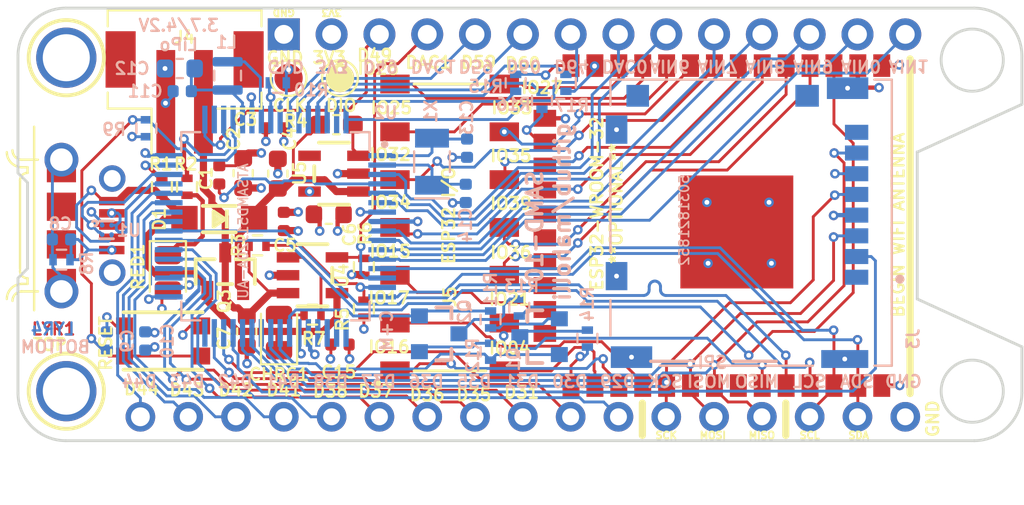
<source format=kicad_pcb>
(kicad_pcb (version 20171130) (host pcbnew "(5.0.0)")
  (layers (0 Top signal) (1 GND power hide) (2 PWR power hide) (31 Bottom signal) (34 B.Paste user hide) (35 F.Paste user hide) (36 B.SilkS user hide) (37 F.SilkS user hide) (38 B.Mask user hide) (39 F.Mask user hide) (44 Edge.Cuts user))
  (net 0 "")
  (net 1 /USB-)
  (net 2 /USB+)
  (net 3 "Net-(J1-Pad4)")
  (net 4 GND)
  (net 5 +3V3)
  (net 6 /TX)
  (net 7 /RX)
  (net 8 VBAT)
  (net 9 /~RESET)
  (net 10 /LED1)
  (net 11 /SWCLK)
  (net 12 "Net-(Q2-Pad3)")
  (net 13 "Net-(Q1-Pad3)")
  (net 14 /TDI)
  (net 15 /TCK)
  (net 16 /TMS)
  (net 17 /XTAL1)
  (net 18 /XTAL2)
  (net 19 /AREF)
  (net 20 "Net-(J3-Pad1)")
  (net 21 SD_CS)
  (net 22 MOSI)
  (net 23 SCK)
  (net 24 MISO)
  (net 25 "Net-(J3-Pad8)")
  (net 26 "Net-(J3-PadSW_T)")
  (net 27 "Net-(J3-PadDET_T)")
  (net 28 /DTR)
  (net 29 "Net-(Q1-Pad1)")
  (net 30 "Net-(Q2-Pad1)")
  (net 31 /RTS)
  (net 32 /SWDIO)
  (net 33 DAC0)
  (net 34 AIN6)
  (net 35 AIN7)
  (net 36 AIN8)
  (net 37 AIN9)
  (net 38 AIN0)
  (net 39 AIN1)
  (net 40 SCL)
  (net 41 DAC1)
  (net 42 SDA)
  (net 43 AIN2)
  (net 44 AIN3)
  (net 45 D19)
  (net 46 D20)
  (net 47 D29)
  (net 48 D30)
  (net 49 D31)
  (net 50 D32)
  (net 51 D35)
  (net 52 D36)
  (net 53 D37)
  (net 54 D38)
  (net 55 D41)
  (net 56 D42)
  (net 57 D43)
  (net 58 D44)
  (net 59 D49)
  (net 60 D50)
  (net 61 D59)
  (net 62 D60)
  (net 63 D64)
  (net 64 "Net-(U3-Pad17)")
  (net 65 "Net-(U3-Pad18)")
  (net 66 "Net-(U3-Pad19)")
  (net 67 "Net-(U3-Pad20)")
  (net 68 "Net-(U3-Pad21)")
  (net 69 "Net-(U3-Pad22)")
  (net 70 IO15)
  (net 71 "Net-(U3-Pad24)")
  (net 72 IO34)
  (net 73 IO35)
  (net 74 IO32)
  (net 75 IO33)
  (net 76 IO25)
  (net 77 IO26)
  (net 78 IO27)
  (net 79 IO21)
  (net 80 IO17)
  (net 81 IO16)
  (net 82 IO4)
  (net 83 "Net-(U5-Pad4)")
  (net 84 /EN)
  (net 85 IO39)
  (net 86 IO36)
  (net 87 VUSB)
  (net 88 /VBAT_MES)
  (net 89 /PROG)
  (net 90 ~)
  (net 91 "Net-(R7-Pad1)")
  (net 92 "Net-(R13-Pad1)")
  (net 93 "Net-(R14-Pad1)")
  (net 94 "Net-(R15-Pad2)")
  (net 95 "Net-(R16-Pad2)")
  (net 96 "Net-(R17-Pad2)")
  (net 97 "Net-(C11-Pad1)")
  (net 98 "Net-(C4-Pad1)")
  (net 99 "Net-(CHRG1-Pad2)")
  (net 100 "Net-(R2-Pad1)")
  (net 101 "Net-(L1-Pad2)")
  (module custom-footprints:NPPC_0.100in_headers_2ROW (layer Top) (at 78.8035 99.5045 90)
    (fp_text reference J5 (at -3.683 0 90) (layer F.SilkS) (effects (font (size 0.635 0.635) (thickness 0.127))))
    (fp_text value NPTC072KFMS-RC)
    (pad 14 smd rect (at 7.62 2.889 90) (size 1 1.56) (layers Top F.Paste F.Mask) (net 78 IO27))
    (pad 13 smd rect (at 5.08 2.889 90) (size 1 1.56) (layers Top F.Paste F.Mask) (net 75 IO33))
    (pad 12 smd rect (at 2.54 2.889 90) (size 1 1.56) (layers Top F.Paste F.Mask) (net 73 IO35))
    (pad 11 smd rect (at 0 2.889 90) (size 1 1.56) (layers Top F.Paste F.Mask) (net 85 IO39))
    (pad 10 smd rect (at -2.54 2.889 90) (size 1 1.56) (layers Top F.Paste F.Mask) (net 86 IO36))
    (pad 9 smd rect (at -5.08 2.889 90) (size 1 1.56) (layers Top F.Paste F.Mask) (net 79 IO21))
    (pad 8 smd rect (at -7.62 2.889 90) (size 1 1.56) (layers Top F.Paste F.Mask) (net 82 IO4))
    (pad 7 smd rect (at 7.62 -2.921 90) (size 1 1.56) (layers Top F.Paste F.Mask) (net 77 IO26))
    (pad 6 smd rect (at 5.08 -2.921 90) (size 1 1.56) (layers Top F.Paste F.Mask) (net 76 IO25))
    (pad 5 smd rect (at 2.54 -2.921 90) (size 1 1.56) (layers Top F.Paste F.Mask) (net 74 IO32))
    (pad 4 smd rect (at 0 -2.921 90) (size 1 1.56) (layers Top F.Paste F.Mask) (net 72 IO34))
    (pad 3 smd rect (at -2.54 -2.921 90) (size 1 1.56) (layers Top F.Paste F.Mask) (net 70 IO15))
    (pad 2 smd rect (at -5.08 -2.921 90) (size 1 1.56) (layers Top F.Paste F.Mask) (net 80 IO17))
    (pad 1 smd rect (at -7.62 -2.921 90) (size 1 1.56) (layers Top F.Paste F.Mask) (net 81 IO16))
  )
  (module Connector_PinSocket_2.54mm:PinSocket_1x17_P2.54mm_Vertical (layer Top) (at 62.357 109.56544 90)
    (fp_text reference J7 hide)
    (fp_text value Conn_01x17)
    (pad 1 thru_hole circle (at 0 0 90) (size 1.5748 1.5748) (drill 1) (layers *.Cu *.Mask) (net 58 D44))
    (pad 2 thru_hole circle (at 0 2.54 90) (size 1.5748 1.5748) (drill 0.9) (layers *.Cu *.Mask) (net 57 D43))
    (pad 3 thru_hole circle (at 0 5.08 90) (size 1.5748 1.5748) (drill 0.9) (layers *.Cu *.Mask) (net 56 D42))
    (pad 4 thru_hole circle (at 0 7.62 90) (size 1.5748 1.5748) (drill 0.9) (layers *.Cu *.Mask) (net 55 D41))
    (pad 5 thru_hole circle (at 0 10.16 90) (size 1.5748 1.5748) (drill 0.9) (layers *.Cu *.Mask) (net 54 D38))
    (pad 6 thru_hole circle (at 0 12.7 90) (size 1.5748 1.5748) (drill 0.9) (layers *.Cu *.Mask) (net 53 D37))
    (pad 7 thru_hole circle (at 0 15.24 90) (size 1.5748 1.5748) (drill 0.9) (layers *.Cu *.Mask) (net 52 D36))
    (pad 8 thru_hole circle (at 0 17.78 90) (size 1.5748 1.5748) (drill 0.9) (layers *.Cu *.Mask) (net 51 D35))
    (pad 9 thru_hole circle (at 0 20.32 90) (size 1.5748 1.5748) (drill 0.9) (layers *.Cu *.Mask) (net 49 D31))
    (pad 10 thru_hole circle (at 0 22.86 90) (size 1.5748 1.5748) (drill 0.9) (layers *.Cu *.Mask) (net 48 D30))
    (pad 11 thru_hole circle (at 0 25.4 90) (size 1.5748 1.5748) (drill 0.9) (layers *.Cu *.Mask) (net 47 D29))
    (pad 12 thru_hole circle (at 0 27.94 90) (size 1.5748 1.5748) (drill 0.9) (layers *.Cu *.Mask) (net 23 SCK))
    (pad 13 thru_hole circle (at 0 30.48 90) (size 1.5748 1.5748) (drill 0.9) (layers *.Cu *.Mask) (net 22 MOSI))
    (pad 14 thru_hole circle (at 0 33.02 90) (size 1.5748 1.5748) (drill 0.9) (layers *.Cu *.Mask) (net 24 MISO))
    (pad 15 thru_hole circle (at 0 35.56 90) (size 1.5748 1.5748) (drill 0.9) (layers *.Cu *.Mask) (net 40 SCL))
    (pad 16 thru_hole circle (at 0 38.1 90) (size 1.5748 1.5748) (drill 0.9) (layers *.Cu *.Mask) (net 42 SDA))
    (pad 17 thru_hole circle (at 0 40.64 90) (size 1.5748 1.5748) (drill 0.9) (layers *.Cu *.Mask) (net 4 GND))
  )
  (module Connector_PinHeader_2.54mm:PinHeader_1x14_P2.54mm_Vertical (layer Top) (at 69.977 89.24544 90)
    (fp_text reference J2 hide)
    (fp_text value Conn_01x14)
    (pad 1 thru_hole rect (at 0 0 90) (size 1.7 1.7) (drill 1) (layers *.Cu *.Mask) (net 4 GND))
    (pad 2 thru_hole oval (at 0 2.54 90) (size 1.7 1.7) (drill 1) (layers *.Cu *.Mask) (net 5 +3V3))
    (pad 3 thru_hole oval (at 0 5.08 90) (size 1.7 1.7) (drill 1) (layers *.Cu *.Mask) (net 59 D49))
    (pad 4 thru_hole oval (at 0 7.62 90) (size 1.7 1.7) (drill 1) (layers *.Cu *.Mask) (net 41 DAC1))
    (pad 5 thru_hole oval (at 0 10.16 90) (size 1.7 1.7) (drill 1) (layers *.Cu *.Mask) (net 61 D59))
    (pad 6 thru_hole oval (at 0 12.7 90) (size 1.7 1.7) (drill 1) (layers *.Cu *.Mask) (net 62 D60))
    (pad 7 thru_hole oval (at 0 15.24 90) (size 1.7 1.7) (drill 1) (layers *.Cu *.Mask) (net 63 D64))
    (pad 8 thru_hole oval (at 0 17.78 90) (size 1.7 1.7) (drill 1) (layers *.Cu *.Mask) (net 33 DAC0))
    (pad 9 thru_hole oval (at 0 20.32 90) (size 1.7 1.7) (drill 1) (layers *.Cu *.Mask) (net 34 AIN6))
    (pad 10 thru_hole oval (at 0 22.86 90) (size 1.7 1.7) (drill 1) (layers *.Cu *.Mask) (net 35 AIN7))
    (pad 11 thru_hole oval (at 0 25.4 90) (size 1.7 1.7) (drill 1) (layers *.Cu *.Mask) (net 36 AIN8))
    (pad 12 thru_hole oval (at 0 27.94 90) (size 1.7 1.7) (drill 1) (layers *.Cu *.Mask) (net 37 AIN9))
    (pad 13 thru_hole oval (at 0 30.48 90) (size 1.7 1.7) (drill 1) (layers *.Cu *.Mask) (net 38 AIN0))
    (pad 14 thru_hole oval (at 0 33.02 90) (size 1.7 1.7) (drill 1) (layers *.Cu *.Mask) (net 39 AIN1))
  )
  (module Resistor_SMD:R_0402 (layer Bottom) (at 58.166 101.219)
    (fp_text reference R8 (at 1.3335 0.1905 270) (layer B.SilkS) (effects (font (size 0.635 0.635) (thickness 0.127)) (justify mirror)))
    (fp_text value 1M)
    (pad 2 smd rect (at 0.45 0) (size 0.4 0.6) (layers Bottom B.Paste B.Mask) (net 4 GND))
    (pad 1 smd rect (at -0.45 0) (size 0.4 0.6) (layers Bottom B.Paste B.Mask) (net 90 ~))
  )
  (module Resistor_SMD:R_0402 (layer Bottom) (at 69.6595 91.821)
    (fp_text reference R10 (at 1.778 0.381) (layer B.SilkS) (effects (font (size 0.635 0.635) (thickness 0.127)) (justify mirror)))
    (fp_text value 10K)
    (pad 2 smd rect (at 0.45 0) (size 0.4 0.6) (layers Bottom B.Paste B.Mask) (net 11 /SWCLK))
    (pad 1 smd rect (at -0.45 0) (size 0.4 0.6) (layers Bottom B.Paste B.Mask) (net 5 +3V3))
  )
  (module TestPoint:TestPoint_Pad_D1.5mm (layer Top) (at 72.9615 91.567)
    (fp_text reference TP2 hide)
    (fp_text value TESTPOINTPAD2MM)
    (pad 1 smd circle (at 0 0) (size 1.5 1.5) (layers Top F.SilkS F.Mask) (net 32 /SWDIO))
  )
  (module Resistors_SMD:R_0402 (layer Top) (at 64.8335 97.3455 90)
    (fp_text reference R2 (at 1.2065 -0.0635 180) (layer F.SilkS) (effects (font (size 0.635 0.635) (thickness 0.127))))
    (fp_text value 2.2K)
    (pad 2 smd rect (at 0.45 0 90) (size 0.4 0.6) (layers Top F.Paste F.Mask) (net 10 /LED1))
    (pad 1 smd rect (at -0.45 0 90) (size 0.4 0.6) (layers Top F.Paste F.Mask) (net 100 "Net-(R2-Pad1)"))
  )
  (module Capacitor_SMD:C_0402_1005Metric (layer Top) (at 69.977 99.187 270)
    (fp_text reference C5 (at 1.27 -0.0635 180) (layer F.SilkS) (effects (font (size 0.635 0.635) (thickness 0.127))))
    (fp_text value 1uF)
    (pad 1 smd roundrect (at -0.485 0 270) (size 0.59 0.64) (layers Top F.Paste F.Mask) (net 5 +3V3))
    (pad 2 smd roundrect (at 0.485 0 270) (size 0.59 0.64) (layers Top F.Paste F.Mask) (net 4 GND))
  )
  (module "Adafruit Feather M4 Express:SOT23-5" (layer Top) (at 72.644 96.647 90)
    (fp_text reference U5 (at -0.6985 -1.4605 270) (layer F.SilkS) (effects (font (size 0.635 0.635) (thickness 0.127)) (justify left bottom)))
    (fp_text value AP2112K-3.3TRG1)
    (pad 5 smd rect (at -0.95 -1.3001 90) (size 0.55 1.2) (layers Top F.Paste F.Mask) (net 5 +3V3))
    (pad 4 smd rect (at 0.95 -1.3001 90) (size 0.55 1.2) (layers Top F.Paste F.Mask) (net 83 "Net-(U5-Pad4)"))
    (pad 3 smd rect (at 0.95 1.3001 90) (size 0.55 1.2) (layers Top F.Paste F.Mask) (net 84 /EN))
    (pad 2 smd rect (at 0 1.3001 90) (size 0.55 1.2) (layers Top F.Paste F.Mask) (net 4 GND))
    (pad 1 smd rect (at -0.95 1.3001 90) (size 0.55 1.2) (layers Top F.Paste F.Mask) (net 98 "Net-(C4-Pad1)"))
  )
  (module Resistors_SMD:R_0402 (layer Bottom) (at 83.693 92.7735 270)
    (fp_text reference R16 (at 0.1905 1.524) (layer B.SilkS) (effects (font (size 0.635 0.635) (thickness 0.127)) (justify mirror)))
    (fp_text value 0)
    (pad 2 smd rect (at 0.45 0 270) (size 0.4 0.6) (layers Bottom B.Paste B.Mask) (net 95 "Net-(R16-Pad2)"))
    (pad 1 smd rect (at -0.45 0 270) (size 0.4 0.6) (layers Bottom B.Paste B.Mask) (net 15 /TCK))
  )
  (module Capacitor_SMD:C_0402_1005Metric (layer Top) (at 69.5095 94.234 180)
    (fp_text reference C3 (at 1.571 0.464 180) (layer F.SilkS) (effects (font (size 0.635 0.635) (thickness 0.127))))
    (fp_text value 1uF)
    (pad 2 smd roundrect (at 0.485 0 180) (size 0.59 0.64) (layers Top F.Paste F.Mask) (net 4 GND))
    (pad 1 smd roundrect (at -0.485 0 180) (size 0.59 0.64) (layers Top F.Paste F.Mask) (net 5 +3V3))
  )
  (module "Adafruit Feather M4 Express:SOT23-R" (layer Top) (at 66.8655 101.854)
    (fp_text reference Q3 (at 0.3175 2.286 270) (layer F.SilkS) (effects (font (size 0.635 0.635) (thickness 0.127)) (justify left bottom)))
    (fp_text value DMG341)
    (pad 3 smd rect (at 0 -1) (size 0.635 1.016) (layers Top F.Paste F.Mask) (net 8 VBAT))
    (pad 2 smd rect (at 0.95 1) (size 0.635 1.016) (layers Top F.Paste F.Mask) (net 98 "Net-(C4-Pad1)"))
    (pad 1 smd rect (at -0.95 1) (size 0.635 1.016) (layers Top F.Paste F.Mask) (net 87 VUSB))
  )
  (module Resistor_SMD:R_0603_1608Metric_Pad1.05x0.95mm_HandSolder (layer Top) (at 72.771 94.0435 180)
    (fp_text reference R4 (at 2.159 0.1905) (layer F.SilkS) (effects (font (size 0.635 0.635) (thickness 0.127))))
    (fp_text value 10K)
    (pad 1 smd roundrect (at -0.875 0 180) (size 1.05 0.95) (layers Top F.Paste F.Mask) (net 84 /EN))
    (pad 2 smd roundrect (at 0.875 0 180) (size 1.05 0.95) (layers Top F.Paste F.Mask) (net 98 "Net-(C4-Pad1)"))
  )
  (module Capacitor_SMD:C_0402_1005Metric (layer Bottom) (at 64.5795 92.2655 180)
    (fp_text reference C11 (at 1.9685 0 180) (layer B.SilkS) (effects (font (size 0.635 0.635) (thickness 0.127)) (justify mirror)))
    (fp_text value 1uF)
    (pad 2 smd roundrect (at 0.485 0 180) (size 0.59 0.64) (layers Bottom B.Paste B.Mask) (net 4 GND))
    (pad 1 smd roundrect (at -0.485 0 180) (size 0.59 0.64) (layers Bottom B.Paste B.Mask) (net 97 "Net-(C11-Pad1)"))
  )
  (module Resistors_SMD:R_0402 (layer Bottom) (at 62.6745 94.234 90)
    (fp_text reference R9 (at -0.0635 -1.7145 180) (layer B.SilkS) (effects (font (size 0.635 0.635) (thickness 0.127)) (justify mirror)))
    (fp_text value 10K)
    (pad 2 smd rect (at 0.45 0 90) (size 0.4 0.6) (layers Bottom B.Paste B.Mask) (net 9 /~RESET))
    (pad 1 smd rect (at -0.45 0 90) (size 0.4 0.6) (layers Bottom B.Paste B.Mask) (net 5 +3V3))
  )
  (module Resistors_SMD:R_0402 (layer Bottom) (at 82.4865 103.759 90)
    (fp_text reference R13 (at 1.143 0.127 180) (layer B.SilkS) (effects (font (size 0.635 0.635) (thickness 0.127)) (justify mirror)))
    (fp_text value 0)
    (pad 1 smd rect (at -0.45 0 90) (size 0.4 0.6) (layers Bottom B.Paste B.Mask) (net 92 "Net-(R13-Pad1)"))
    (pad 2 smd rect (at 0.45 0 90) (size 0.4 0.6) (layers Bottom B.Paste B.Mask) (net 12 "Net-(Q2-Pad3)"))
  )
  (module Resistors_SMD:R_0402 (layer Bottom) (at 86.106 105.41 90)
    (fp_text reference R14 (at 1.8415 0 90) (layer B.SilkS) (effects (font (size 0.635 0.635) (thickness 0.127)) (justify mirror)))
    (fp_text value 0)
    (pad 2 smd rect (at 0.45 0 90) (size 0.4 0.6) (layers Bottom B.Paste B.Mask) (net 13 "Net-(Q1-Pad3)"))
    (pad 1 smd rect (at -0.45 0 90) (size 0.4 0.6) (layers Bottom B.Paste B.Mask) (net 93 "Net-(R14-Pad1)"))
  )
  (module Resistors_SMD:R_0402 (layer Bottom) (at 82.296 91.821 90)
    (fp_text reference R15 (at -0.1905 -1.5875 180) (layer B.SilkS) (effects (font (size 0.635 0.635) (thickness 0.127)) (justify mirror)))
    (fp_text value 0)
    (pad 1 smd rect (at -0.45 0 90) (size 0.4 0.6) (layers Bottom B.Paste B.Mask) (net 14 /TDI))
    (pad 2 smd rect (at 0.45 0 90) (size 0.4 0.6) (layers Bottom B.Paste B.Mask) (net 94 "Net-(R15-Pad2)"))
  )
  (module Resistors_SMD:R_0402 (layer Bottom) (at 84.963 91.821 270)
    (fp_text reference R17 (at 1.2065 -0.3175 180) (layer B.SilkS) (effects (font (size 0.635 0.635) (thickness 0.127)) (justify mirror)))
    (fp_text value 0)
    (pad 1 smd rect (at -0.45 0 270) (size 0.4 0.6) (layers Bottom B.Paste B.Mask) (net 16 /TMS))
    (pad 2 smd rect (at 0.45 0 270) (size 0.4 0.6) (layers Bottom B.Paste B.Mask) (net 96 "Net-(R17-Pad2)"))
  )
  (module Resistors_SMD:R_0402 (layer Top) (at 63.5 97.34 90)
    (fp_text reference R1 (at 1.201 -0.0635 180) (layer F.SilkS) (effects (font (size 0.635 0.635) (thickness 0.127))))
    (fp_text value 100K)
    (pad 1 smd rect (at -0.45 0 90) (size 0.4 0.6) (layers Top F.Paste F.Mask) (net 87 VUSB))
    (pad 2 smd rect (at 0.45 0 90) (size 0.4 0.6) (layers Top F.Paste F.Mask) (net 4 GND))
  )
  (module "Adafruit Feather M4 Express:SOD-123" (layer Top) (at 66.548 99.06 180)
    (fp_text reference D1 (at 3.556 0.6985 90) (layer F.SilkS) (effects (font (size 0.635 0.635) (thickness 0.127)) (justify right top)))
    (fp_text value MBR120)
    (pad C smd rect (at -1.85 0 270) (size 1.4 1.4) (layers Top F.Paste F.Mask) (net 98 "Net-(C4-Pad1)"))
    (pad A smd rect (at 1.85 0 270) (size 1.4 1.4) (layers Top F.Paste F.Mask) (net 87 VUSB))
  )
  (module 503182-1853:MOLEX_503182-1853 (layer Bottom) (at 94.8055 99.2505 90)
    (fp_text reference J3 (at -6.17463 8.60672 90) (layer B.SilkS) (effects (font (size 0.635 0.635) (thickness 0.127)) (justify mirror)))
    (fp_text value 5031821852 (at 0.127 -3.556 90) (layer B.SilkS) (effects (font (size 0.508 0.508) (thickness 0.0889)) (justify mirror)))
    (pad 1 smd rect (at -2.9 5.605) (size 1.24 0.8) (layers Bottom B.Paste B.Mask) (net 20 "Net-(J3-Pad1)"))
    (pad 2 smd rect (at -1.8 5.605) (size 1.24 0.8) (layers Bottom B.Paste B.Mask) (net 21 SD_CS))
    (pad 3 smd rect (at -0.7 5.605) (size 1.24 0.8) (layers Bottom B.Paste B.Mask) (net 22 MOSI))
    (pad 4 smd rect (at 0.4 5.605) (size 1.24 0.8) (layers Bottom B.Paste B.Mask) (net 5 +3V3))
    (pad 5 smd rect (at 1.5 5.605) (size 1.24 0.8) (layers Bottom B.Paste B.Mask) (net 23 SCK))
    (pad 6 smd rect (at 2.6 5.605) (size 1.24 0.8) (layers Bottom B.Paste B.Mask) (net 4 GND))
    (pad 7 smd rect (at 3.7 5.605) (size 1.24 0.8) (layers Bottom B.Paste B.Mask) (net 24 MISO))
    (pad 8 smd rect (at 4.8 5.605) (size 1.24 0.8) (layers Bottom B.Paste B.Mask) (net 25 "Net-(J3-Pad8)"))
    (pad SH1 smd rect (at -7.245 4.975) (size 2.5 0.95) (layers Bottom B.Paste B.Mask) (net 4 GND))
    (pad SH2 smd rect (at 7.145 5.125) (size 2.2 1.15) (layers Bottom B.Paste B.Mask) (net 4 GND))
    (pad SW_T smd rect (at 6.74 2.975) (size 1.25 1.16) (layers Bottom B.Paste B.Mask) (net 26 "Net-(J3-PadSW_T)"))
    (pad DET_T smd rect (at 6.74 -6.025) (size 1.2 1.16) (layers Bottom B.Paste B.Mask) (net 27 "Net-(J3-PadDET_T)"))
    (pad SH5 smd rect (at -7.145 -6.355) (size 2.2 1.15) (layers Bottom B.Paste B.Mask) (net 4 GND))
    (pad SH4 smd rect (at -2.84 -7.15 270) (size 1.5 1.15) (layers Bottom B.Paste B.Mask) (net 4 GND))
    (pad SH3 smd rect (at 4.94 -7.15 270) (size 1.5 1.15) (layers Bottom B.Paste B.Mask) (net 4 GND))
  )
  (module "Adafruit HUZZAH32 ESP32 Feather:SOT23-3" (layer Bottom) (at 83.6168 105.3084 270)
    (fp_text reference Q1 (at 0.4826 1.0668 90) (layer B.SilkS) (effects (font (size 0.635 0.635) (thickness 0.127)) (justify left bottom mirror)))
    (fp_text value mmbt2222)
    (pad 3 smd rect (at 0 1.1 270) (size 0.8 0.9) (layers Bottom B.Paste B.Mask) (net 13 "Net-(Q1-Pad3)"))
    (pad 2 smd rect (at 0.95 -1 270) (size 0.8 0.9) (layers Bottom B.Paste B.Mask) (net 28 /DTR))
    (pad 1 smd rect (at -0.95 -1 270) (size 0.8 0.9) (layers Bottom B.Paste B.Mask) (net 29 "Net-(Q1-Pad1)"))
  )
  (module "Adafruit HUZZAH32 ESP32 Feather:SOT23-3" (layer Bottom) (at 78.1812 105.156 90)
    (fp_text reference Q2 (at 1.905 1.7653 270) (layer B.SilkS) (effects (font (size 0.635 0.635) (thickness 0.127)) (justify left bottom mirror)))
    (fp_text value mmbt2222)
    (pad 1 smd rect (at -0.95 -1 90) (size 0.8 0.9) (layers Bottom B.Paste B.Mask) (net 30 "Net-(Q2-Pad1)"))
    (pad 2 smd rect (at 0.95 -1 90) (size 0.8 0.9) (layers Bottom B.Paste B.Mask) (net 31 /RTS))
    (pad 3 smd rect (at 0 1.1 90) (size 0.8 0.9) (layers Bottom B.Paste B.Mask) (net 12 "Net-(Q2-Pad3)"))
  )
  (module "Adafruit Feather M4 Express:BTN_KMR2_4.6X2.8" (layer Top) (at 63.5635 105.537 180)
    (fp_text reference SW1 hide)
    (fp_text value "KMR231NG LFS" hide)
    (pad A smd rect (at 2.05 -0.8 180) (size 0.9 0.9) (layers Top F.Paste F.Mask) (net 9 /~RESET))
    (pad B smd rect (at 2.05 0.8 180) (size 0.9 0.9) (layers Top F.Paste F.Mask) (net 4 GND))
    (pad B' smd rect (at -2.05 0.8 180) (size 0.9 0.9) (layers Top F.Paste F.Mask) (net 4 GND))
    (pad A' smd rect (at -2.05 -0.8 180) (size 0.9 0.9) (layers Top F.Paste F.Mask) (net 9 /~RESET))
  )
  (module QFP50P1200X1200X120-64N (layer Bottom) (at 69.5325 99.441 180)
    (fp_text reference U2 (at -5.842 6.0325 180) (layer B.SilkS) (effects (font (size 0.635 0.635) (thickness 0.127)) (justify mirror)))
    (fp_text value ATSAMD51J20A-AU (at 1.7145 -0.254 270) (layer B.SilkS) (effects (font (size 0.508 0.508) (thickness 0.0889)) (justify mirror)))
    (pad 1 smd rect (at -5.67 3.75 90) (size 0.28 1.47) (layers Bottom B.Paste B.Mask) (net 17 /XTAL1))
    (pad 2 smd rect (at -5.67 3.25 90) (size 0.28 1.47) (layers Bottom B.Paste B.Mask) (net 18 /XTAL2))
    (pad 3 smd rect (at -5.67 2.75 90) (size 0.28 1.47) (layers Bottom B.Paste B.Mask) (net 33 DAC0))
    (pad 4 smd rect (at -5.67 2.25 90) (size 0.28 1.47) (layers Bottom B.Paste B.Mask) (net 19 /AREF))
    (pad 5 smd rect (at -5.67 1.75 90) (size 0.28 1.47) (layers Bottom B.Paste B.Mask) (net 34 AIN6))
    (pad 6 smd rect (at -5.67 1.25 90) (size 0.28 1.47) (layers Bottom B.Paste B.Mask) (net 35 AIN7))
    (pad 7 smd rect (at -5.67 0.75 90) (size 0.28 1.47) (layers Bottom B.Paste B.Mask) (net 4 GND))
    (pad 8 smd rect (at -5.67 0.25 90) (size 0.28 1.47) (layers Bottom B.Paste B.Mask) (net 5 +3V3))
    (pad 9 smd rect (at -5.67 -0.25 90) (size 0.28 1.47) (layers Bottom B.Paste B.Mask) (net 36 AIN8))
    (pad 10 smd rect (at -5.67 -0.75 90) (size 0.28 1.47) (layers Bottom B.Paste B.Mask) (net 37 AIN9))
    (pad 11 smd rect (at -5.67 -1.25 90) (size 0.28 1.47) (layers Bottom B.Paste B.Mask) (net 38 AIN0))
    (pad 12 smd rect (at -5.67 -1.75 90) (size 0.28 1.47) (layers Bottom B.Paste B.Mask) (net 39 AIN1))
    (pad 13 smd rect (at -5.67 -2.25 90) (size 0.28 1.47) (layers Bottom B.Paste B.Mask) (net 40 SCL))
    (pad 14 smd rect (at -5.67 -2.75 90) (size 0.28 1.47) (layers Bottom B.Paste B.Mask) (net 41 DAC1))
    (pad 15 smd rect (at -5.67 -3.25 90) (size 0.28 1.47) (layers Bottom B.Paste B.Mask) (net 88 /VBAT_MES))
    (pad 16 smd rect (at -5.67 -3.75 90) (size 0.28 1.47) (layers Bottom B.Paste B.Mask) (net 42 SDA))
    (pad 17 smd rect (at -3.75 -5.67) (size 0.28 1.47) (layers Bottom B.Paste B.Mask) (net 43 AIN2))
    (pad 18 smd rect (at -3.25 -5.67) (size 0.28 1.47) (layers Bottom B.Paste B.Mask) (net 44 AIN3))
    (pad 19 smd rect (at -2.75 -5.67) (size 0.28 1.47) (layers Bottom B.Paste B.Mask) (net 45 D19))
    (pad 20 smd rect (at -2.25 -5.67) (size 0.28 1.47) (layers Bottom B.Paste B.Mask) (net 46 D20))
    (pad 21 smd rect (at -1.75 -5.67) (size 0.28 1.47) (layers Bottom B.Paste B.Mask) (net 5 +3V3))
    (pad 22 smd rect (at -1.25 -5.67) (size 0.28 1.47) (layers Bottom B.Paste B.Mask) (net 4 GND))
    (pad 23 smd rect (at -0.75 -5.67) (size 0.28 1.47) (layers Bottom B.Paste B.Mask) (net 31 /RTS))
    (pad 24 smd rect (at -0.25 -5.67) (size 0.28 1.47) (layers Bottom B.Paste B.Mask) (net 28 /DTR))
    (pad 25 smd rect (at 0.25 -5.67) (size 0.28 1.47) (layers Bottom B.Paste B.Mask) (net 22 MOSI))
    (pad 26 smd rect (at 0.75 -5.67) (size 0.28 1.47) (layers Bottom B.Paste B.Mask) (net 24 MISO))
    (pad 27 smd rect (at 1.25 -5.67) (size 0.28 1.47) (layers Bottom B.Paste B.Mask) (net 23 SCK))
    (pad 28 smd rect (at 1.75 -5.67) (size 0.28 1.47) (layers Bottom B.Paste B.Mask) (net 21 SD_CS))
    (pad 29 smd rect (at 2.25 -5.67) (size 0.28 1.47) (layers Bottom B.Paste B.Mask) (net 47 D29))
    (pad 30 smd rect (at 2.75 -5.67) (size 0.28 1.47) (layers Bottom B.Paste B.Mask) (net 48 D30))
    (pad 31 smd rect (at 3.25 -5.67) (size 0.28 1.47) (layers Bottom B.Paste B.Mask) (net 49 D31))
    (pad 32 smd rect (at 3.75 -5.67) (size 0.28 1.47) (layers Bottom B.Paste B.Mask) (net 50 D32))
    (pad 33 smd rect (at 5.67 -3.75 90) (size 0.28 1.47) (layers Bottom B.Paste B.Mask) (net 4 GND))
    (pad 34 smd rect (at 5.67 -3.25 90) (size 0.28 1.47) (layers Bottom B.Paste B.Mask) (net 5 +3V3))
    (pad 35 smd rect (at 5.67 -2.75 90) (size 0.28 1.47) (layers Bottom B.Paste B.Mask) (net 51 D35))
    (pad 36 smd rect (at 5.67 -2.25 90) (size 0.28 1.47) (layers Bottom B.Paste B.Mask) (net 52 D36))
    (pad 37 smd rect (at 5.67 -1.75 90) (size 0.28 1.47) (layers Bottom B.Paste B.Mask) (net 53 D37))
    (pad 38 smd rect (at 5.67 -1.25 90) (size 0.28 1.47) (layers Bottom B.Paste B.Mask) (net 54 D38))
    (pad 39 smd rect (at 5.67 -0.75 90) (size 0.28 1.47) (layers Bottom B.Paste B.Mask) (net 6 /TX))
    (pad 40 smd rect (at 5.67 -0.25 90) (size 0.28 1.47) (layers Bottom B.Paste B.Mask) (net 7 /RX))
    (pad 41 smd rect (at 5.67 0.25 90) (size 0.28 1.47) (layers Bottom B.Paste B.Mask) (net 55 D41))
    (pad 42 smd rect (at 5.67 0.75 90) (size 0.28 1.47) (layers Bottom B.Paste B.Mask) (net 56 D42))
    (pad 43 smd rect (at 5.67 1.25 90) (size 0.28 1.47) (layers Bottom B.Paste B.Mask) (net 57 D43))
    (pad 44 smd rect (at 5.67 1.75 90) (size 0.28 1.47) (layers Bottom B.Paste B.Mask) (net 58 D44))
    (pad 45 smd rect (at 5.67 2.25 90) (size 0.28 1.47) (layers Bottom B.Paste B.Mask) (net 1 /USB-))
    (pad 46 smd rect (at 5.67 2.75 90) (size 0.28 1.47) (layers Bottom B.Paste B.Mask) (net 2 /USB+))
    (pad 47 smd rect (at 5.67 3.25 90) (size 0.28 1.47) (layers Bottom B.Paste B.Mask) (net 4 GND))
    (pad 48 smd rect (at 5.67 3.75 90) (size 0.28 1.47) (layers Bottom B.Paste B.Mask) (net 5 +3V3))
    (pad 49 smd rect (at 3.75 5.67) (size 0.28 1.47) (layers Bottom B.Paste B.Mask) (net 59 D49))
    (pad 50 smd rect (at 3.25 5.67) (size 0.28 1.47) (layers Bottom B.Paste B.Mask) (net 60 D50))
    (pad 51 smd rect (at 2.75 5.67) (size 0.28 1.47) (layers Bottom B.Paste B.Mask) (net 10 /LED1))
    (pad 52 smd rect (at 2.25 5.67) (size 0.28 1.47) (layers Bottom B.Paste B.Mask) (net 9 /~RESET))
    (pad 53 smd rect (at 1.75 5.67) (size 0.28 1.47) (layers Bottom B.Paste B.Mask) (net 97 "Net-(C11-Pad1)"))
    (pad 54 smd rect (at 1.25 5.67) (size 0.28 1.47) (layers Bottom B.Paste B.Mask) (net 4 GND))
    (pad 55 smd rect (at 0.75 5.67) (size 0.28 1.47) (layers Bottom B.Paste B.Mask) (net 101 "Net-(L1-Pad2)"))
    (pad 56 smd rect (at 0.25 5.67) (size 0.28 1.47) (layers Bottom B.Paste B.Mask) (net 5 +3V3))
    (pad 57 smd rect (at -0.25 5.67) (size 0.28 1.47) (layers Bottom B.Paste B.Mask) (net 11 /SWCLK))
    (pad 58 smd rect (at -0.75 5.67) (size 0.28 1.47) (layers Bottom B.Paste B.Mask) (net 32 /SWDIO))
    (pad 59 smd rect (at -1.25 5.67) (size 0.28 1.47) (layers Bottom B.Paste B.Mask) (net 61 D59))
    (pad 60 smd rect (at -1.75 5.67) (size 0.28 1.47) (layers Bottom B.Paste B.Mask) (net 62 D60))
    (pad 61 smd rect (at -2.25 5.67) (size 0.28 1.47) (layers Bottom B.Paste B.Mask) (net 16 /TMS))
    (pad 62 smd rect (at -2.75 5.67) (size 0.28 1.47) (layers Bottom B.Paste B.Mask) (net 15 /TCK))
    (pad 63 smd rect (at -3.25 5.67) (size 0.28 1.47) (layers Bottom B.Paste B.Mask) (net 14 /TDI))
    (pad 64 smd rect (at -3.75 5.67) (size 0.28 1.47) (layers Bottom B.Paste B.Mask) (net 63 D64))
  )
  (module "Adafruit Feather M4 Express:SOT23-5" (layer Top) (at 71.501 102.0445 270)
    (fp_text reference U4 (at 0.7355 -1.939 270) (layer F.SilkS) (effects (font (size 0.635 0.635) (thickness 0.127)) (justify left bottom)))
    (fp_text value MCP73831T-2ACI/OT)
    (pad 1 smd rect (at -0.95 1.3001 270) (size 0.55 1.2) (layers Top F.Paste F.Mask) (net 91 "Net-(R7-Pad1)"))
    (pad 2 smd rect (at 0 1.3001 270) (size 0.55 1.2) (layers Top F.Paste F.Mask) (net 4 GND))
    (pad 3 smd rect (at 0.95 1.3001 270) (size 0.55 1.2) (layers Top F.Paste F.Mask) (net 8 VBAT))
    (pad 4 smd rect (at 0.95 -1.3001 270) (size 0.55 1.2) (layers Top F.Paste F.Mask) (net 87 VUSB))
    (pad 5 smd rect (at -0.95 -1.3001 270) (size 0.55 1.2) (layers Top F.Paste F.Mask) (net 89 /PROG))
  )
  (module "Adafruit HUZZAH32 ESP32 Feather:WROOM32_SKINNY" (layer Top) (at 96.74606 99.40544 270)
    (fp_text reference U3 hide)
    (fp_text value ESP32_WROOM32_SKINNY hide)
    (pad 1 smd rect (at -8.5 -5 90) (size 1.2 0.9) (layers Top F.Paste F.Mask) (net 4 GND))
    (pad 2 smd rect (at -8.5 -3.73 90) (size 1.2 0.9) (layers Top F.Paste F.Mask) (net 5 +3V3))
    (pad 3 smd rect (at -8.5 -2.46 90) (size 1.2 0.9) (layers Top F.Paste F.Mask) (net 92 "Net-(R13-Pad1)"))
    (pad 4 smd rect (at -8.5 -1.19 90) (size 1.2 0.9) (layers Top F.Paste F.Mask) (net 86 IO36))
    (pad 5 smd rect (at -8.5 0.08 90) (size 1.2 0.9) (layers Top F.Paste F.Mask) (net 85 IO39))
    (pad 6 smd rect (at -8.5 1.35 90) (size 1.2 0.9) (layers Top F.Paste F.Mask) (net 72 IO34))
    (pad 7 smd rect (at -8.5 2.62 90) (size 1.2 0.9) (layers Top F.Paste F.Mask) (net 73 IO35))
    (pad 8 smd rect (at -8.5 3.89 90) (size 1.2 0.9) (layers Top F.Paste F.Mask) (net 74 IO32))
    (pad 9 smd rect (at -8.5 5.16 90) (size 1.2 0.9) (layers Top F.Paste F.Mask) (net 75 IO33))
    (pad 10 smd rect (at -8.5 6.43 90) (size 1.2 0.9) (layers Top F.Paste F.Mask) (net 76 IO25))
    (pad 11 smd rect (at -8.5 7.7 90) (size 1.2 0.9) (layers Top F.Paste F.Mask) (net 77 IO26))
    (pad 12 smd rect (at -8.5 8.97 90) (size 1.2 0.9) (layers Top F.Paste F.Mask) (net 78 IO27))
    (pad 13 smd rect (at -8.5 10.24 90) (size 1.2 0.9) (layers Top F.Paste F.Mask) (net 96 "Net-(R17-Pad2)"))
    (pad 14 smd rect (at -8.5 11.51 90) (size 1.2 0.9) (layers Top F.Paste F.Mask) (net 94 "Net-(R15-Pad2)"))
    (pad 15 smd rect (at -5.7 12.9 180) (size 1.2 0.9) (layers Top F.Paste F.Mask) (net 4 GND))
    (pad 16 smd rect (at -4.43 12.9 180) (size 1.2 0.9) (layers Top F.Paste F.Mask) (net 95 "Net-(R16-Pad2)"))
    (pad 17 smd rect (at -3.16 12.9 180) (size 1.2 0.9) (layers Top F.Paste F.Mask) (net 64 "Net-(U3-Pad17)"))
    (pad 18 smd rect (at -1.89 12.9 180) (size 1.2 0.9) (layers Top F.Paste F.Mask) (net 65 "Net-(U3-Pad18)"))
    (pad 19 smd rect (at -0.62 12.9 180) (size 1.2 0.9) (layers Top F.Paste F.Mask) (net 66 "Net-(U3-Pad19)"))
    (pad 20 smd rect (at 0.65 12.9 180) (size 1.2 0.9) (layers Top F.Paste F.Mask) (net 67 "Net-(U3-Pad20)"))
    (pad 21 smd rect (at 1.92 12.9 180) (size 1.2 0.9) (layers Top F.Paste F.Mask) (net 68 "Net-(U3-Pad21)"))
    (pad 22 smd rect (at 3.19 12.9 180) (size 1.2 0.9) (layers Top F.Paste F.Mask) (net 69 "Net-(U3-Pad22)"))
    (pad 23 smd rect (at 4.46 12.9 180) (size 1.2 0.9) (layers Top F.Paste F.Mask) (net 70 IO15))
    (pad 24 smd rect (at 5.73 12.9 180) (size 1.2 0.9) (layers Top F.Paste F.Mask) (net 71 "Net-(U3-Pad24)"))
    (pad 25 smd rect (at 8.5 11.51 270) (size 1.2 0.9) (layers Top F.Paste F.Mask) (net 93 "Net-(R14-Pad1)"))
    (pad 26 smd rect (at 8.5 10.24 270) (size 1.2 0.9) (layers Top F.Paste F.Mask) (net 82 IO4))
    (pad 27 smd rect (at 8.5 8.97 270) (size 1.2 0.9) (layers Top F.Paste F.Mask) (net 81 IO16))
    (pad 28 smd rect (at 8.5 7.7 270) (size 1.2 0.9) (layers Top F.Paste F.Mask) (net 80 IO17))
    (pad 29 smd rect (at 8.5 6.43 270) (size 1.2 0.9) (layers Top F.Paste F.Mask) (net 23 SCK))
    (pad 30 smd rect (at 8.5 5.16 270) (size 1.2 0.9) (layers Top F.Paste F.Mask) (net 22 MOSI))
    (pad 31 smd rect (at 8.5 3.89 270) (size 1.2 0.9) (layers Top F.Paste F.Mask) (net 24 MISO))
    (pad 32 smd rect (at 8.5 2.62 270) (size 1.2 0.9) (layers Top F.Paste F.Mask))
    (pad 33 smd rect (at 8.5 1.35 270) (size 1.2 0.9) (layers Top F.Paste F.Mask) (net 79 IO21))
    (pad 34 smd rect (at 8.5 0.08 270) (size 1.2 0.9) (layers Top F.Paste F.Mask) (net 7 /RX))
    (pad 35 smd rect (at 8.5 -1.19 270) (size 1.2 0.9) (layers Top F.Paste F.Mask) (net 6 /TX))
    (pad 36 smd rect (at 8.5 -2.46 270) (size 1.2 0.9) (layers Top F.Paste F.Mask) (net 40 SCL))
    (pad 37 smd rect (at 8.5 -3.73 270) (size 1.2 0.9) (layers Top F.Paste F.Mask) (net 42 SDA))
    (pad 38 smd rect (at 8.5 -5 270) (size 1.2 0.9) (layers Top F.Paste F.Mask) (net 4 GND))
    (pad P$1 smd rect (at 0.34 2.7 270) (size 6 6) (layers Top F.Mask) (net 4 GND))
  )
  (module Resistors_SMD:R_0402 (layer Bottom) (at 80.9625 104.394 270)
    (fp_text reference R11 (at -1.5875 0 270) (layer B.SilkS) (effects (font (size 0.635 0.635) (thickness 0.127)) (justify mirror)))
    (fp_text value 10K)
    (pad 2 smd rect (at 0.45 0 270) (size 0.4 0.6) (layers Bottom B.Paste B.Mask) (net 29 "Net-(Q1-Pad1)"))
    (pad 1 smd rect (at -0.45 0 270) (size 0.4 0.6) (layers Bottom B.Paste B.Mask) (net 31 /RTS))
  )
  (module Resistors_SMD:R_0402 (layer Bottom) (at 80.9625 106.1085 90)
    (fp_text reference R12 (at -0.1905 -0.9525 90) (layer B.SilkS) (effects (font (size 0.635 0.635) (thickness 0.127)) (justify mirror)))
    (fp_text value 10K)
    (pad 2 smd rect (at 0.45 0 90) (size 0.4 0.6) (layers Bottom B.Paste B.Mask) (net 30 "Net-(Q2-Pad1)"))
    (pad 1 smd rect (at -0.45 0 90) (size 0.4 0.6) (layers Bottom B.Paste B.Mask) (net 28 /DTR))
  )
  (module Capacitor_SMD:C_0402_1005Metric (layer Bottom) (at 79.7115 95.294 270)
    (fp_text reference C13 (at -1.6315 0.019 270) (layer B.SilkS) (effects (font (size 0.635 0.635) (thickness 0.127)) (justify mirror)))
    (fp_text value 22pF)
    (pad 2 smd roundrect (at 0.485 0 270) (size 0.59 0.64) (layers Bottom B.Paste B.Mask) (net 4 GND))
    (pad 1 smd roundrect (at -0.485 0 270) (size 0.59 0.64) (layers Bottom B.Paste B.Mask) (net 17 /XTAL1))
  )
  (module Capacitor_SMD:C_0402_1005Metric (layer Bottom) (at 79.645 97.6945 270)
    (fp_text reference C14 (at 1.683 0.016 270) (layer B.SilkS) (effects (font (size 0.635 0.635) (thickness 0.127)) (justify mirror)))
    (fp_text value 22pF)
    (pad 1 smd roundrect (at -0.485 0 270) (size 0.59 0.64) (layers Bottom B.Paste B.Mask) (net 18 /XTAL2))
    (pad 2 smd roundrect (at 0.485 0 270) (size 0.59 0.64) (layers Bottom B.Paste B.Mask) (net 4 GND))
  )
  (module Capacitor_SMD:C_0402_1005Metric (layer Top) (at 66.548 96.7105 90)
    (fp_text reference C1 (at -0.1905 -0.6985 270) (layer F.SilkS) (effects (font (size 0.635 0.635) (thickness 0.127))))
    (fp_text value 1uF)
    (pad 1 smd roundrect (at -0.485 0 90) (size 0.59 0.64) (layers Top F.Paste F.Mask) (net 19 /AREF))
    (pad 2 smd roundrect (at 0.485 0 90) (size 0.59 0.64) (layers Top F.Paste F.Mask) (net 5 +3V3))
  )
  (module Capacitor_SMD:C_0402_1005Metric (layer Bottom) (at 60.579 105.537 270)
    (fp_text reference C9 (at 0 -1.0795 270) (layer B.SilkS) (effects (font (size 0.635 0.635) (thickness 0.127)) (justify mirror)))
    (fp_text value 1uF)
    (pad 2 smd roundrect (at 0.485 0 270) (size 0.59 0.64) (layers Bottom B.Paste B.Mask) (net 9 /~RESET))
    (pad 1 smd roundrect (at -0.485 0 270) (size 0.59 0.64) (layers Bottom B.Paste B.Mask) (net 4 GND))
  )
  (module Capacitor_SMD:C_0603_1608Metric (layer Top) (at 72.3645 98.805236 180)
    (fp_text reference C6 (at -1.105 -1.080264 90) (layer F.SilkS) (effects (font (size 0.635 0.635) (thickness 0.127))))
    (fp_text value 10uF)
    (pad 1 smd roundrect (at -0.7875 0 180) (size 0.875 0.95) (layers Top F.Paste F.Mask) (net 5 +3V3))
    (pad 2 smd roundrect (at 0.7875 0 180) (size 0.875 0.95) (layers Top F.Paste F.Mask) (net 4 GND))
  )
  (module Capacitor_SMD:C_0603_1608Metric (layer Bottom) (at 64.4525 91.059)
    (fp_text reference C12 (at -2.54 0) (layer B.SilkS) (effects (font (size 0.635 0.635) (thickness 0.127)) (justify mirror)))
    (fp_text value 10uF)
    (pad 1 smd roundrect (at -0.7875 0) (size 0.875 0.95) (layers Bottom B.Paste B.Mask) (net 4 GND))
    (pad 2 smd roundrect (at 0.7875 0) (size 0.875 0.95) (layers Bottom B.Paste B.Mask) (net 97 "Net-(C11-Pad1)"))
  )
  (module Capacitor_SMD:C_0402_1005Metric (layer Bottom) (at 62.611 105.537 90)
    (fp_text reference C10 (at 0 1.17 90) (layer B.SilkS) (effects (font (size 0.635 0.635) (thickness 0.127)) (justify mirror)))
    (fp_text value 1uF)
    (pad 2 smd roundrect (at 0.485 0 90) (size 0.59 0.64) (layers Bottom B.Paste B.Mask) (net 4 GND))
    (pad 1 smd roundrect (at -0.485 0 90) (size 0.59 0.64) (layers Bottom B.Paste B.Mask) (net 5 +3V3))
  )
  (module Capacitor_SMD:C_0603_1608Metric (layer Top) (at 69.6595 96.647 90)
    (fp_text reference C4 (at 1.8415 0.635 270) (layer F.SilkS) (effects (font (size 0.635 0.635) (thickness 0.127))))
    (fp_text value 10uF)
    (pad 2 smd roundrect (at 0.7875 0 90) (size 0.875 0.95) (layers Top F.Paste F.Mask) (net 4 GND))
    (pad 1 smd roundrect (at -0.7875 0 90) (size 0.875 0.95) (layers Top F.Paste F.Mask) (net 98 "Net-(C4-Pad1)"))
  )
  (module Capacitor_SMD:C_0603_1608Metric (layer Top) (at 68.0085 105.029 270)
    (fp_text reference C7 (at 0.381 1.2065 90) (layer F.SilkS) (effects (font (size 0.635 0.635) (thickness 0.127))))
    (fp_text value 10uF)
    (pad 1 smd roundrect (at -0.7875 0 270) (size 0.875 0.95) (layers Top F.Paste F.Mask) (net 8 VBAT))
    (pad 2 smd roundrect (at 0.7875 0 270) (size 0.875 0.95) (layers Top F.Paste F.Mask) (net 4 GND))
  )
  (module Capacitor_SMD:C_0603_1608Metric (layer Top) (at 67.818 96.6215 270)
    (fp_text reference C2 (at -1.816 0.508 270) (layer F.SilkS) (effects (font (size 0.635 0.635) (thickness 0.127))))
    (fp_text value 10uF)
    (pad 1 smd roundrect (at -0.7875 0 270) (size 0.875 0.95) (layers Top F.Paste F.Mask) (net 5 +3V3))
    (pad 2 smd roundrect (at 0.7875 0 270) (size 0.875 0.95) (layers Top F.Paste F.Mask) (net 4 GND))
  )
  (module Capacitor_SMD:C_0402_1005Metric (layer Top) (at 72.9615 105.7275)
    (fp_text reference C15 (at -0.0635 1.4605) (layer F.SilkS) (effects (font (size 0.635 0.635) (thickness 0.127))))
    (fp_text value 0.1uF)
    (pad 2 smd roundrect (at 0.485 0) (size 0.59 0.64) (layers Top F.Paste F.Mask) (net 4 GND))
    (pad 1 smd roundrect (at -0.485 0) (size 0.59 0.64) (layers Top F.Paste F.Mask) (net 5 +3V3))
  )
  (module Connector_JST:JST_PH_B2B-PH-SM4-TB_1x02-1MP_P2.00mm_Vertical (layer Top) (at 64.7065 92.329)
    (fp_text reference J4 (at 0 -2.921) (layer F.SilkS) (effects (font (size 0.635 0.635) (thickness 0.127))))
    (fp_text value B2B-PH-SM4-TB)
    (pad 1 smd rect (at -1 0.5) (size 1 5.5) (layers Top F.Paste F.Mask) (net 4 GND))
    (pad 2 smd rect (at 1 0.5) (size 1 5.5) (layers Top F.Paste F.Mask) (net 8 VBAT))
    (pad MP smd rect (at -3.4 -1.75) (size 1.6 3) (layers Top F.Paste F.Mask))
    (pad MP smd rect (at 3.4 -1.75) (size 1.6 3) (layers Top F.Paste F.Mask))
  )
  (module Inductor_SMD:L_0806_2016Metric (layer Bottom) (at 66.9925 92.202 90)
    (fp_text reference L1 (at 2.54 -0.0635 180) (layer B.SilkS) (effects (font (size 0.635 0.635) (thickness 0.127)) (justify mirror)))
    (fp_text value 10uH)
    (pad 1 smd roundrect (at 0 0 90) (size 0.5 1.6) (layers Bottom B.Paste B.Mask) (net 97 "Net-(C11-Pad1)"))
    (pad 2 smd roundrect (at 1.5 0 90) (size 0.5 1.6) (layers Bottom B.Paste B.Mask) (net 101 "Net-(L1-Pad2)"))
  )
  (module TestPoint:TestPoint_Pad_D1.5mm (layer Top) (at 70.231 91.567)
    (fp_text reference TP1 hide)
    (fp_text value TESTPOINTPAD2MM)
    (pad 1 smd circle (at 0 0) (size 1.5 1.5) (layers Top F.Mask) (net 11 /SWCLK))
  )
  (module custom-footprints:WLP-4-0.5 (layer Bottom) (at 60.325 99.8855)
    (fp_text reference U1 (at 1.415 -0.2255) (layer B.SilkS) (effects (font (size 0.635 0.635) (thickness 0.127)) (justify mirror)))
    (fp_text value MAX3202EETT+T)
    (pad 1 smd circle (at 0.5 -0.5) (size 0.25 0.25) (layers Bottom B.Paste B.Mask) (net 1 /USB-))
    (pad 2 smd circle (at 0 -0.499999) (size 0.25 0.25) (layers Bottom B.Paste B.Mask) (net 4 GND))
    (pad 3 smd circle (at 0.499999 0) (size 0.25 0.25) (layers Bottom B.Paste B.Mask) (net 87 VUSB))
    (pad 4 smd circle (at 0 0) (size 0.25 0.25) (layers Bottom B.Paste B.Mask) (net 2 /USB+))
  )
  (module Capacitor_SMD:C_0402_1005Metric (layer Bottom) (at 58.166 100.1395)
    (fp_text reference C8 (at -0.056 -0.8195) (layer B.SilkS) (effects (font (size 0.635 0.635) (thickness 0.127)) (justify mirror)))
    (fp_text value "4.5 nF")
    (pad 1 smd roundrect (at -0.485 0) (size 0.59 0.64) (layers Bottom B.Paste B.Mask) (net 90 ~))
    (pad 2 smd roundrect (at 0.485 0) (size 0.59 0.64) (layers Bottom B.Paste B.Mask) (net 4 GND))
  )
  (module custom-footprints:10118194-0001LF (layer Top) (at 58.16092 99.40544 270)
    (fp_text reference J1 hide)
    (fp_text value 10118194-0001LF hide)
    (fp_text user PCB~Edge (at 4.25835 1.50295 270) (layer Edge.Cuts) (effects (font (thickness 0.05))))
    (pad 1 smd rect (at -1.3 -2.675 90) (size 0.45 1.35) (layers Top F.Paste F.Mask) (net 87 VUSB))
    (pad 2 smd rect (at -0.65 -2.675 90) (size 0.45 1.35) (layers Top F.Paste F.Mask) (net 1 /USB-))
    (pad 3 smd rect (at 0 -2.675 90) (size 0.45 1.35) (layers Top F.Paste F.Mask) (net 2 /USB+))
    (pad 4 smd rect (at 0.65 -2.675 90) (size 0.45 1.35) (layers Top F.Paste F.Mask) (net 3 "Net-(J1-Pad4)"))
    (pad 5 smd rect (at 1.3 -2.675 90) (size 0.45 1.35) (layers Top F.Paste F.Mask) (net 4 GND))
    (pad 6 thru_hole circle (at -2.5 -2.7 270) (size 1.408 1.408) (drill 0.9) (layers *.Cu *.Mask))
    (pad 7 thru_hole circle (at 2.5 -2.7 270) (size 1.408 1.408) (drill 0.9) (layers *.Cu *.Mask))
    (pad 8 thru_hole circle (at -3.5 0 270) (size 1.8 1.8) (drill 1.2) (layers *.Cu *.Mask) (net 90 ~))
    (pad 9 thru_hole circle (at 3.5 0 270) (size 1.8 1.8) (drill 1.2) (layers *.Cu *.Mask) (net 90 ~))
    (pad 10 smd rect (at -1 0 270) (size 1.5 1.55) (layers Top F.Paste F.Mask))
    (pad 11 smd rect (at 1 0 270) (size 1.5 1.55) (layers Top F.Paste F.Mask))
    (pad 12 smd rect (at -3.05 0 270) (size 1.5 1.55) (layers Top F.Paste F.Mask))
    (pad 13 smd rect (at 3.05 0 270) (size 1.5 1.55) (layers Top F.Paste F.Mask))
  )
  (module Crystal:Crystal_SMD_MicroCrystal_CC7V-T1A-2Pin_3.2x1.5mm (layer Bottom) (at 77.851 96.012 90)
    (fp_text reference X1 (at 2.667 -0.0635 90) (layer B.SilkS) (effects (font (size 0.635 0.635) (thickness 0.127)) (justify mirror)))
    (fp_text value ST3215SB)
    (pad 1 smd rect (at -1.25 0 90) (size 1 1.8) (layers Bottom B.Paste B.Mask) (net 18 /XTAL2))
    (pad 2 smd rect (at 1.25 0 90) (size 1 1.8) (layers Bottom B.Paste B.Mask) (net 17 /XTAL1))
  )
  (module "Adafruit HUZZAH32 ESP32 Feather:MOUNTINGHOLE_2.5_PLATED" (layer Top) (at 58.42 108.204)
    (fp_text reference J96 hide)
    (fp_text value MOUNTINGHOLE2.5 hide)
    (pad P$1 thru_hole circle (at 0 0) (size 3.2 3.2) (drill 2.5) (layers *.Cu *.Mask))
  )
  (module "Adafruit HUZZAH32 ESP32 Feather:MOUNTINGHOLE_2.5_PLATED" (layer Top) (at 58.42 90.4875)
    (fp_text reference J97 hide)
    (fp_text value MOUNTINGHOLE2.5 hide)
    (pad P$1 thru_hole circle (at 0 0) (size 3.2 3.2) (drill 2.5) (layers *.Cu *.Mask))
  )
  (module Resistor_SMD:R_0402 (layer Top) (at 68.58 100.457)
    (fp_text reference R3 (at -1.016 0 90) (layer F.SilkS) (effects (font (size 0.635 0.635) (thickness 0.127))))
    (fp_text value 100K)
    (pad 1 smd rect (at -0.45 0) (size 0.4 0.6) (layers Top F.Paste F.Mask) (net 8 VBAT))
    (pad 2 smd rect (at 0.45 0) (size 0.4 0.6) (layers Top F.Paste F.Mask) (net 88 /VBAT_MES))
  )
  (module Resistor_SMD:R_0402 (layer Top) (at 74.2315 103.8225 270)
    (fp_text reference R5 (at 0.5715 1.143 270) (layer F.SilkS) (effects (font (size 0.635 0.635) (thickness 0.127))))
    (fp_text value 100K)
    (pad 2 smd rect (at 0.45 0 270) (size 0.4 0.6) (layers Top F.Paste F.Mask) (net 4 GND))
    (pad 1 smd rect (at -0.45 0 270) (size 0.4 0.6) (layers Top F.Paste F.Mask) (net 88 /VBAT_MES))
  )
  (module Resistor_SMD:R_0402 (layer Top) (at 74.2315 101.6 270)
    (fp_text reference R6 (at -1.778 -0.0635 270) (layer F.SilkS) (effects (font (size 0.635 0.635) (thickness 0.127))))
    (fp_text value 10K)
    (pad 1 smd rect (at -0.45 0 270) (size 0.4 0.6) (layers Top F.Paste F.Mask) (net 89 /PROG))
    (pad 2 smd rect (at 0.45 0 270) (size 0.4 0.6) (layers Top F.Paste F.Mask) (net 4 GND))
  )
  (module Resistor_SMD:R_0402 (layer Top) (at 71.501 104.14 180)
    (fp_text reference R7 (at -0.0635 -1.27) (layer F.SilkS) (effects (font (size 0.635 0.635) (thickness 0.127))))
    (fp_text value 1K)
    (pad 2 smd rect (at 0.45 0 180) (size 0.4 0.6) (layers Top F.Paste F.Mask) (net 99 "Net-(CHRG1-Pad2)"))
    (pad 1 smd rect (at -0.45 0 180) (size 0.4 0.6) (layers Top F.Paste F.Mask) (net 91 "Net-(R7-Pad1)"))
  )
  (module LED_SMD:LED_0805_2012Metric (layer Top) (at 63.8175 101.9175 270)
    (fp_text reference RED1 (at -0.3175 1.5875 270) (layer F.SilkS) (effects (font (size 0.635 0.635) (thickness 0.127))))
    (fp_text value "RED LED")
    (pad 1 smd roundrect (at -0.9375 0 270) (size 0.975 1.4) (layers Top F.Paste F.Mask) (net 100 "Net-(R2-Pad1)"))
    (pad 2 smd roundrect (at 0.9375 0 270) (size 0.975 1.4) (layers Top F.Paste F.Mask) (net 4 GND))
  )
  (module LED_SMD:LED_0805_2012Metric (layer Top) (at 69.723 105.0925 90)
    (fp_text reference CHRG1 (at -2.2225 0 180) (layer F.SilkS) (effects (font (size 0.635 0.635) (thickness 0.127))))
    (fp_text value "ORANGE LED")
    (pad 1 smd roundrect (at -0.9375 0 90) (size 0.975 1.4) (layers Top F.Paste F.Mask) (net 87 VUSB))
    (pad 2 smd roundrect (at 0.9375 0 90) (size 0.975 1.4) (layers Top F.Paste F.Mask) (net 99 "Net-(CHRG1-Pad2)"))
  )
  (gr_text RESET (at 60.5155 105.664 90) (layer F.SilkS) (effects (font (size 0.635 0.635) (thickness 0.127))))
  (gr_text 3V3 (at 72.517 88.0745 180) (layer F.SilkS) (effects (font (size 0.381 0.381) (thickness 0.09525))))
  (gr_text GND (at 69.977 88.0745 180) (layer F.SilkS) (effects (font (size 0.381 0.381) (thickness 0.09525))))
  (gr_line (start 89.027 110.5535) (end 89.027 108.839) (layer F.SilkS) (width 0.381))
  (gr_line (start 96.647 110.5535) (end 96.647 108.839) (layer F.SilkS) (width 0.381))
  (gr_text SDA (at 100.5205 110.5535) (layer F.SilkS) (effects (font (size 0.381 0.381) (thickness 0.09525))))
  (gr_text SCL (at 97.917 110.5535) (layer F.SilkS) (effects (font (size 0.381 0.381) (thickness 0.09525))))
  (gr_text MISO (at 95.377 110.5535) (layer F.SilkS) (effects (font (size 0.381 0.381) (thickness 0.09525))))
  (gr_text MOSI (at 92.7735 110.5535) (layer F.SilkS) (effects (font (size 0.381 0.381) (thickness 0.09525))))
  (gr_text SCK (at 90.297 110.5535) (layer F.SilkS) (effects (font (size 0.381 0.381) (thickness 0.09525))))
  (gr_text TOP (at 56.5785 105.7275) (layer F.SilkS) (effects (font (size 0.635 0.635) (thickness 0.127)) (justify left)))
  (gr_text BOTTOM (at 59.7535 105.8545) (layer B.SilkS) (effects (font (size 0.635 0.635) (thickness 0.127)) (justify left mirror)))
  (gr_text D64 (at 84.2645 90.932 180) (layer B.SilkS) (effects (font (size 0.635 0.635) (thickness 0.127)) (justify left mirror)))
  (gr_text AIN7 (at 91.8845 90.932 180) (layer B.SilkS) (effects (font (size 0.635 0.635) (thickness 0.127)) (justify left mirror)))
  (gr_text AIN1 (at 102.0445 90.932 180) (layer B.SilkS) (effects (font (size 0.635 0.635) (thickness 0.127)) (justify left mirror)))
  (gr_text D60 (at 81.7245 90.932 180) (layer B.SilkS) (effects (font (size 0.635 0.635) (thickness 0.127)) (justify left mirror)))
  (gr_text AIN8 (at 94.4245 90.932 180) (layer B.SilkS) (effects (font (size 0.635 0.635) (thickness 0.127)) (justify left mirror)))
  (gr_text DAC0 (at 86.8045 90.932 180) (layer B.SilkS) (effects (font (size 0.635 0.635) (thickness 0.127)) (justify left mirror)))
  (gr_text AIN0 (at 99.5045 90.932 180) (layer B.SilkS) (effects (font (size 0.635 0.635) (thickness 0.127)) (justify left mirror)))
  (gr_text D59 (at 79.1845 90.932 180) (layer B.SilkS) (effects (font (size 0.635 0.635) (thickness 0.127)) (justify left mirror)))
  (gr_text DAC1 (at 76.6445 90.932 180) (layer B.SilkS) (effects (font (size 0.635 0.635) (thickness 0.127)) (justify left mirror)))
  (gr_text GND (at 69.0245 90.932 180) (layer B.SilkS) (effects (font (size 0.635 0.635) (thickness 0.127)) (justify left mirror)))
  (gr_text 3V3 (at 71.5645 90.932 180) (layer B.SilkS) (effects (font (size 0.635 0.635) (thickness 0.127)) (justify left mirror)))
  (gr_text D49 (at 74.1045 90.932 180) (layer B.SilkS) (effects (font (size 0.635 0.635) (thickness 0.127)) (justify left mirror)))
  (gr_text AIN6 (at 89.3445 90.932 180) (layer B.SilkS) (effects (font (size 0.635 0.635) (thickness 0.127)) (justify left mirror)))
  (gr_text AIN9 (at 96.9645 90.932 180) (layer B.SilkS) (effects (font (size 0.635 0.635) (thickness 0.127)) (justify left mirror)))
  (gr_line (start 96.139 106.6165) (end 93.851489 106.6165) (layer B.SilkS) (width 0.1778))
  (gr_line (start 91.759011 106.6165) (end 89.4715 106.6165) (layer B.SilkS) (width 0.1778))
  (gr_text SPI (at 93.599 106.68) (layer B.SilkS) (effects (font (size 0.635 0.635) (thickness 0.127)) (justify left mirror)))
  (gr_text GND (at 103.9495 107.696) (layer B.SilkS) (effects (font (size 0.635 0.635) (thickness 0.127)) (justify left mirror)))
  (gr_text SDA (at 101.4095 107.696) (layer B.SilkS) (effects (font (size 0.635 0.635) (thickness 0.127)) (justify left mirror)))
  (gr_text SCL (at 98.8695 107.696) (layer B.SilkS) (effects (font (size 0.635 0.635) (thickness 0.127)) (justify left mirror)))
  (gr_text MISO (at 96.3295 107.696) (layer B.SilkS) (effects (font (size 0.635 0.635) (thickness 0.127)) (justify left mirror)))
  (gr_text MOSI (at 93.7895 107.696) (layer B.SilkS) (effects (font (size 0.635 0.635) (thickness 0.127)) (justify left mirror)))
  (gr_text SCK (at 91.2495 107.696) (layer B.SilkS) (effects (font (size 0.635 0.635) (thickness 0.127)) (justify left mirror)))
  (gr_text D29 (at 88.7095 107.696) (layer B.SilkS) (effects (font (size 0.635 0.635) (thickness 0.127)) (justify left mirror)))
  (gr_text D30 (at 86.1695 107.696) (layer B.SilkS) (effects (font (size 0.635 0.635) (thickness 0.127)) (justify left mirror)))
  (gr_text D31 (at 83.6295 107.696) (layer B.SilkS) (effects (font (size 0.635 0.635) (thickness 0.127)) (justify left mirror)))
  (gr_text D35 (at 81.0895 107.696) (layer B.SilkS) (effects (font (size 0.635 0.635) (thickness 0.127)) (justify left mirror)))
  (gr_text D36 (at 78.5495 107.696) (layer B.SilkS) (effects (font (size 0.635 0.635) (thickness 0.127)) (justify left mirror)))
  (gr_text D37 (at 76.0095 107.696) (layer B.SilkS) (effects (font (size 0.635 0.635) (thickness 0.127)) (justify left mirror)))
  (gr_text D38 (at 73.4695 107.696) (layer B.SilkS) (effects (font (size 0.635 0.635) (thickness 0.127)) (justify left mirror)))
  (gr_text D41 (at 70.9295 107.696) (layer B.SilkS) (effects (font (size 0.635 0.635) (thickness 0.127)) (justify left mirror)))
  (gr_text D42 (at 68.3895 107.696) (layer B.SilkS) (effects (font (size 0.635 0.635) (thickness 0.127)) (justify left mirror)))
  (gr_text D43 (at 65.8495 107.696) (layer B.SilkS) (effects (font (size 0.635 0.635) (thickness 0.127)) (justify left mirror)))
  (gr_text D44 (at 63.3095 107.696) (layer B.SilkS) (effects (font (size 0.635 0.635) (thickness 0.127)) (justify left mirror)))
  (gr_text "3.7/4.2V\nLiPo" (at 64.389 89.281) (layer B.SilkS) (effects (font (size 0.635 0.635) (thickness 0.127)) (justify mirror)))
  (gr_text C+M (at 75.438 103.8225 90) (layer B.SilkS) (effects (font (size 0.635 0.635) (thickness 0.127)) (justify left mirror)))
  (gr_circle (center 106.553 90.61572) (end 108.204 90.67922) (layer Edge.Cuts) (width 0.15))
  (gr_circle (center 106.553 108.20522) (end 108.204 108.26872) (layer Edge.Cuts) (width 0.15))
  (gr_text "BEGIN WIFI ANTENNA" (at 102.616 99.3775 90) (layer F.SilkS) (effects (font (size 0.635 0.635) (thickness 0.127))))
  (gr_line (start 103.251 108.331113) (end 103.251 90.550886) (layer F.SilkS) (width 0.381))
  (gr_text "ESP32-WROOM-32\n**OPTIONAL**" (at 87.122 98.2345 90) (layer F.SilkS) (effects (font (size 0.635 0.635) (thickness 0.127))))
  (gr_text "ESP32 I/O" (at 78.74 98.8695 90) (layer F.SilkS) (effects (font (size 0.635 0.635) (thickness 0.127))))
  (gr_text SAMD-10 (at 83.312 96.393 90) (layer B.SilkS) (effects (font (size 0.835 0.835) (thickness 0.177)) (justify left mirror)))
  (gr_text LYR1 (at 56.515 104.902) (layer Top) (effects (font (size 0.635 0.635) (thickness 0.127)) (justify left)))
  (gr_text LYR4 (at 58.928 104.902) (layer Bottom) (effects (font (size 0.635 0.635) (thickness 0.127)) (justify left mirror)))
  (gr_text github/maholli (at 84.7725 93.853 90) (layer B.SilkS) (effects (font (size 0.835 0.835) (thickness 0.177)) (justify left mirror)))
  (gr_text GND (at 104.4575 109.6645 90) (layer F.SilkS) (effects (font (size 0.635 0.635) (thickness 0.127))))
  (gr_text IO26 (at 74.9935 91.059) (layer F.SilkS) (effects (font (size 0.635 0.635) (thickness 0.127))))
  (gr_text IO27 (at 83.693 92.075) (layer F.SilkS) (effects (font (size 0.635 0.635) (thickness 0.127))))
  (gr_text IO25 (at 75.692 93.1545) (layer F.SilkS) (effects (font (size 0.635 0.635) (thickness 0.127))))
  (gr_text IO33 (at 82.1055 93.1545) (layer F.SilkS) (effects (font (size 0.635 0.635) (thickness 0.127))))
  (gr_text IO32 (at 75.6285 95.631) (layer F.SilkS) (effects (font (size 0.635 0.635) (thickness 0.127))))
  (gr_text IO35 (at 82.042 95.6945) (layer F.SilkS) (effects (font (size 0.635 0.635) (thickness 0.127))))
  (gr_text IO17 (at 75.565 103.251) (layer F.SilkS) (effects (font (size 0.635 0.635) (thickness 0.127))))
  (gr_text IO34 (at 75.6285 98.171) (layer F.SilkS) (effects (font (size 0.635 0.635) (thickness 0.127))))
  (gr_text IO15 (at 75.6285 100.7745) (layer F.SilkS) (effects (font (size 0.635 0.635) (thickness 0.127))))
  (gr_text IO16 (at 75.565 105.8545) (layer F.SilkS) (effects (font (size 0.635 0.635) (thickness 0.127))))
  (gr_text IO39 (at 82.042 98.2345) (layer F.SilkS) (effects (font (size 0.635 0.635) (thickness 0.127))))
  (gr_text IO36 (at 82.042 100.838) (layer F.SilkS) (effects (font (size 0.635 0.635) (thickness 0.127))))
  (gr_text IO21 (at 81.9785 103.3145) (layer F.SilkS) (effects (font (size 0.635 0.635) (thickness 0.127))))
  (gr_text IO04 (at 81.9785 105.918) (layer F.SilkS) (effects (font (size 0.635 0.635) (thickness 0.127))))
  (gr_text DIO (at 73.025 93.0275) (layer F.SilkS) (effects (font (size 0.635 0.635) (thickness 0.127))))
  (gr_text D31 (at 82.6135 108.2675) (layer F.SilkS) (effects (font (size 0.635 0.635) (thickness 0.127))))
  (gr_text D36 (at 77.597 108.3945) (layer F.SilkS) (effects (font (size 0.635 0.635) (thickness 0.127))))
  (gr_text D35 (at 80.0735 108.3945) (layer F.SilkS) (effects (font (size 0.635 0.635) (thickness 0.127))))
  (gr_text D37 (at 74.8665 108.204) (layer F.SilkS) (effects (font (size 0.635 0.635) (thickness 0.127))))
  (gr_text D38 (at 72.4535 108.204) (layer F.SilkS) (effects (font (size 0.635 0.635) (thickness 0.127))))
  (gr_text D41 (at 69.977 108.1405) (layer F.SilkS) (effects (font (size 0.635 0.635) (thickness 0.127))))
  (gr_text D42 (at 67.437 108.1405) (layer F.SilkS) (effects (font (size 0.635 0.635) (thickness 0.127))))
  (gr_text D43 (at 64.8335 108.1405) (layer F.SilkS) (effects (font (size 0.635 0.635) (thickness 0.127))))
  (gr_text D44 (at 62.4205 108.077) (layer F.SilkS) (effects (font (size 0.635 0.635) (thickness 0.127))))
  (gr_text D60 (at 82.677 90.805) (layer F.SilkS) (effects (font (size 0.635 0.635) (thickness 0.127))))
  (gr_text D59 (at 80.3275 90.7415) (layer F.SilkS) (effects (font (size 0.635 0.635) (thickness 0.127))))
  (gr_text DAC1 (at 77.6605 90.7415) (layer F.SilkS) (effects (font (size 0.635 0.635) (thickness 0.127))))
  (gr_text D49 (at 74.803 90.3605) (layer F.SilkS) (effects (font (size 0.635 0.635) (thickness 0.127))))
  (gr_text 3V3 (at 72.39 90.4875) (layer F.SilkS) (effects (font (size 0.635 0.635) (thickness 0.127))))
  (gr_text GND (at 70.0405 90.4875) (layer F.SilkS) (effects (font (size 0.635 0.635) (thickness 0.127))))
  (gr_text CLK (at 70.2945 93.0275) (layer F.SilkS) (effects (font (size 0.635 0.635) (thickness 0.127))))
  (gr_line (start 103.632 95.487482) (end 103.632 103.30688) (layer Edge.Cuts) (width 0.15))
  (gr_line (start 109.19206 105.846721) (end 109.19206 108.29544) (layer Edge.Cuts) (width 0.15))
  (gr_line (start 109.19206 105.846721) (end 103.632 103.30688) (layer Edge.Cuts) (width 0.15))
  (gr_line (start 109.19206 92.964159) (end 103.632 95.504) (layer Edge.Cuts) (width 0.15))
  (gr_line (start 109.19206 90.423847) (end 109.19206 92.964159) (layer Edge.Cuts) (width 0.15))
  (gr_line (start 55.85206 90.423937) (end 55.85206 96.583564) (layer Edge.Cuts) (width 0.15))
  (gr_line (start 56.36006 101.69144) (end 55.85206 102.19944) (layer Edge.Cuts) (width 0.15))
  (gr_line (start 55.85206 96.61144) (end 56.36006 97.11944) (layer Edge.Cuts) (width 0.15))
  (gr_arc (start 106.65206 108.29544) (end 106.65206 110.83544) (angle -90) (layer Edge.Cuts) (width 0.15))
  (gr_arc (start 106.65206 90.39044) (end 109.19206 90.39044) (angle -90) (layer Edge.Cuts) (width 0.15))
  (gr_line (start 55.85206 102.234936) (end 55.85206 108.29544) (layer Edge.Cuts) (width 0.15))
  (gr_line (start 106.680013 87.85044) (end 58.39206 87.85044) (layer Edge.Cuts) (width 0.15))
  (gr_line (start 58.39206 110.83544) (end 106.680013 110.83544) (layer Edge.Cuts) (width 0.15))
  (gr_arc (start 58.39206 90.39044) (end 58.39206 87.85044) (angle -90) (layer Edge.Cuts) (width 0.15))
  (gr_line (start 56.36006 97.154914) (end 56.36006 101.663585) (layer Edge.Cuts) (width 0.15))
  (gr_arc (start 58.39206 108.29544) (end 55.85206 108.29544) (angle -90) (layer Edge.Cuts) (width 0.15))
  (segment (start 60.833 98.75252) (end 60.833 98.7425) (width 0.1524) (layer Top) (net 1))
  (segment (start 60.83592 98.75544) (end 60.833 98.75252) (width 0.1524) (layer Top) (net 1))
  (via (at 60.833 98.7425) (size 0.508) (drill 0.254) (layers Top Bottom) (net 1))
  (segment (start 60.825 99.3855) (end 61.079 99.3855) (width 0.1524) (layer Bottom) (net 1))
  (segment (start 61.2775 99.187) (end 61.079 99.3855) (width 0.1524) (layer Bottom) (net 1))
  (segment (start 61.2775 98.8695) (end 61.2775 99.187) (width 0.1524) (layer Bottom) (net 1))
  (segment (start 60.833 98.7425) (end 61.1505 98.7425) (width 0.1524) (layer Bottom) (net 1))
  (segment (start 61.1505 98.7425) (end 61.2775 98.8695) (width 0.1524) (layer Bottom) (net 1))
  (segment (start 62.956 97.191) (end 63.8625 97.191) (width 0.1524) (layer Bottom) (net 1))
  (segment (start 61.595 98.552) (end 62.956 97.191) (width 0.1524) (layer Bottom) (net 1))
  (segment (start 61.595 99.7585) (end 61.595 98.552) (width 0.1524) (layer Bottom) (net 1))
  (segment (start 61.214 99.7585) (end 61.595 99.7585) (width 0.1524) (layer Bottom) (net 1))
  (segment (start 61.079 99.3855) (end 61.079 99.6235) (width 0.1524) (layer Bottom) (net 1))
  (segment (start 61.079 99.6235) (end 61.214 99.7585) (width 0.1524) (layer Bottom) (net 1))
  (via (at 59.753496 99.3775) (size 0.508) (drill 0.254) (layers Top Bottom) (net 2))
  (segment (start 60.200001 99.760501) (end 60.136497 99.760501) (width 0.1524) (layer Bottom) (net 2))
  (segment (start 60.83592 99.40544) (end 59.781436 99.40544) (width 0.1524) (layer Top) (net 2))
  (segment (start 59.271916 98.462084) (end 59.271916 98.89592) (width 0.1524) (layer Bottom) (net 2))
  (segment (start 59.781436 99.40544) (end 59.753496 99.3775) (width 0.1524) (layer Top) (net 2))
  (segment (start 60.136497 99.760501) (end 59.753496 99.3775) (width 0.1524) (layer Bottom) (net 2))
  (segment (start 59.563 98.171) (end 59.271916 98.462084) (width 0.1524) (layer Bottom) (net 2))
  (segment (start 61.4951 98.171) (end 59.563 98.171) (width 0.1524) (layer Bottom) (net 2))
  (segment (start 59.271916 98.89592) (end 59.499497 99.123501) (width 0.1524) (layer Bottom) (net 2))
  (segment (start 63.8625 96.691) (end 62.9751 96.691) (width 0.1524) (layer Bottom) (net 2))
  (segment (start 59.499497 99.123501) (end 59.753496 99.3775) (width 0.1524) (layer Bottom) (net 2))
  (segment (start 62.9751 96.691) (end 61.4951 98.171) (width 0.1524) (layer Bottom) (net 2))
  (segment (start 60.325 99.8855) (end 60.200001 99.760501) (width 0.1524) (layer Bottom) (net 2))
  (via (at 71.882 99.694236) (size 0.508) (drill 0.254) (layers Top Bottom) (net 4))
  (via (at 99.7805 106.4955) (size 0.508) (drill 0.254) (layers Top Bottom) (net 4))
  (via (at 87.6555 102.0905) (size 0.508) (drill 0.254) (layers Top Bottom) (net 4))
  (via (at 88.4505 106.3955) (size 0.508) (drill 0.254) (layers Top Bottom) (net 4))
  (via (at 99.9305 92.1055) (size 0.508) (drill 0.254) (layers Top Bottom) (net 4))
  (via (at 95.758 98.171) (size 0.508) (drill 0.254) (layers Top Bottom) (net 4))
  (via (at 87.6555 94.3105) (size 0.508) (drill 0.254) (layers Top Bottom) (net 4))
  (via (at 78.9465 98.2025) (size 0.508) (drill 0.254) (layers Top Bottom) (net 4))
  (segment (start 79.645 98.1795) (end 78.9695 98.1795) (width 0.1524) (layer Bottom) (net 4))
  (segment (start 78.9695 98.1795) (end 78.9465 98.2025) (width 0.1524) (layer Bottom) (net 4))
  (via (at 69.215 102.0445) (size 0.508) (drill 0.254) (layers Top Bottom) (net 4))
  (segment (start 70.2009 102.0445) (end 69.215 102.0445) (width 0.381) (layer Top) (net 4))
  (via (at 95.885 101.4095) (size 0.508) (drill 0.254) (layers Top Bottom) (net 4))
  (via (at 92.456 98.171) (size 0.508) (drill 0.254) (layers Top Bottom) (net 4))
  (via (at 78.93 95.78) (size 0.508) (drill 0.254) (layers Top Bottom) (net 4))
  (segment (start 78.931 95.779) (end 78.93 95.78) (width 0.1524) (layer Bottom) (net 4))
  (segment (start 79.7115 95.779) (end 78.931 95.779) (width 0.1524) (layer Bottom) (net 4))
  (segment (start 100.4105 96.6505) (end 99.2605 96.6505) (width 0.1524) (layer Bottom) (net 4))
  (segment (start 99.2605 96.6505) (end 99.26 96.65) (width 0.1524) (layer Bottom) (net 4))
  (via (at 99.26 96.65) (size 0.508) (drill 0.254) (layers Top Bottom) (net 4))
  (via (at 102.700002 107.9) (size 0.508) (drill 0.254) (layers Top Bottom) (net 4))
  (segment (start 102.694562 107.90544) (end 102.700002 107.9) (width 0.2286) (layer Top) (net 4))
  (segment (start 101.74606 107.90544) (end 102.694562 107.90544) (width 0.2286) (layer Top) (net 4))
  (via (at 70.739 99.695) (size 0.508) (drill 0.254) (layers Top Bottom) (net 4))
  (segment (start 69.977 99.672) (end 70.716 99.672) (width 0.381) (layer Top) (net 4))
  (segment (start 70.716 99.672) (end 70.739 99.695) (width 0.381) (layer Top) (net 4))
  (via (at 69.6595 96.647) (size 0.508) (drill 0.254) (layers Top Bottom) (net 4))
  (via (at 68.77051 97.409) (size 0.508) (drill 0.254) (layers Top Bottom) (net 4))
  (segment (start 69.6595 95.8595) (end 69.6595 96.647) (width 0.381) (layer Top) (net 4))
  (segment (start 67.818 97.409) (end 68.77051 97.409) (width 0.381) (layer Top) (net 4))
  (via (at 72.8345 96.647) (size 0.508) (drill 0.254) (layers Top Bottom) (net 4))
  (segment (start 73.9441 96.647) (end 72.8345 96.647) (width 0.381) (layer Top) (net 4))
  (via (at 74.041 98.679) (size 0.508) (drill 0.254) (layers Top Bottom) (net 4))
  (segment (start 74.053 98.691) (end 74.041 98.679) (width 0.1524) (layer Bottom) (net 4))
  (segment (start 75.2025 98.691) (end 74.053 98.691) (width 0.1524) (layer Bottom) (net 4))
  (segment (start 83.84606 93.70544) (end 84.916999 93.70544) (width 0.2286) (layer Top) (net 4))
  (via (at 84.937559 93.726) (size 0.508) (drill 0.254) (layers Top Bottom) (net 4))
  (segment (start 84.916999 93.70544) (end 84.937559 93.726) (width 0.2286) (layer Top) (net 4))
  (via (at 60.579 104.267) (size 0.508) (drill 0.254) (layers Top Bottom) (net 4))
  (segment (start 60.579 105.052) (end 60.579 104.267) (width 0.1524) (layer Bottom) (net 4))
  (segment (start 61.049 104.737) (end 60.579 104.267) (width 0.1524) (layer Top) (net 4))
  (segment (start 61.5135 104.737) (end 61.049 104.737) (width 0.1524) (layer Top) (net 4))
  (segment (start 63.8625 103.191) (end 62.931326 103.191) (width 0.1524) (layer Bottom) (net 4))
  (segment (start 62.931326 103.191) (end 62.804663 103.317663) (width 0.1524) (layer Bottom) (net 4))
  (via (at 62.804663 103.317663) (size 0.508) (drill 0.254) (layers Top Bottom) (net 4))
  (segment (start 70.7825 106.095271) (end 70.896826 106.209597) (width 0.2286) (layer Bottom) (net 4))
  (via (at 70.896826 106.209597) (size 0.508) (drill 0.254) (layers Top Bottom) (net 4))
  (segment (start 70.7825 105.111) (end 70.7825 106.095271) (width 0.2286) (layer Bottom) (net 4))
  (segment (start 65.0111 104.737) (end 64.609954 105.138146) (width 0.1524) (layer Top) (net 4))
  (segment (start 64.609954 105.138146) (end 64.609954 105.2195) (width 0.1524) (layer Top) (net 4))
  (via (at 63.116571 105.093847) (size 0.508) (drill 0.254) (layers Top Bottom) (net 4))
  (segment (start 65.6135 104.737) (end 65.0111 104.737) (width 0.1524) (layer Top) (net 4))
  (segment (start 62.611 105.052) (end 63.074724 105.052) (width 0.1524) (layer Bottom) (net 4))
  (via (at 64.609954 105.2195) (size 0.508) (drill 0.254) (layers Top Bottom) (net 4))
  (segment (start 63.074724 105.052) (end 63.116571 105.093847) (width 0.1524) (layer Bottom) (net 4))
  (via (at 68.024498 106.735318) (size 0.508) (drill 0.254) (layers Top Bottom) (net 4))
  (segment (start 68.0085 105.8165) (end 68.0085 106.71932) (width 0.2286) (layer Top) (net 4))
  (segment (start 68.0085 106.71932) (end 68.024498 106.735318) (width 0.2286) (layer Top) (net 4))
  (via (at 92.5195 101.4095) (size 0.508) (drill 0.254) (layers Top Bottom) (net 4))
  (via (at 68.249788 92.583) (size 0.508) (drill 0.254) (layers Top Bottom) (net 4))
  (segment (start 68.2825 93.771) (end 68.2825 92.615712) (width 0.2286) (layer Bottom) (net 4))
  (segment (start 68.2825 92.615712) (end 68.249788 92.583) (width 0.2286) (layer Bottom) (net 4))
  (via (at 63.665 91.059) (size 0.508) (drill 0.254) (layers Top Bottom) (net 4))
  (via (at 63.69051 92.9005) (size 0.508) (drill 0.254) (layers Top Bottom) (net 4))
  (segment (start 63.651 92.9005) (end 63.69051 92.9005) (width 0.1524) (layer Top) (net 4))
  (segment (start 63.5795 92.829) (end 63.651 92.9005) (width 0.1524) (layer Top) (net 4))
  (segment (start 64.0945 92.49651) (end 63.69051 92.9005) (width 0.1524) (layer Bottom) (net 4))
  (segment (start 64.0945 92.2655) (end 64.0945 92.49651) (width 0.1524) (layer Bottom) (net 4))
  (via (at 74.2315 104.902) (size 0.508) (drill 0.254) (layers Top Bottom) (net 4))
  (segment (start 74.2315 104.2725) (end 74.2315 104.902) (width 0.1524) (layer Top) (net 4))
  (via (at 73.4695 106.4895) (size 0.508) (drill 0.254) (layers Top Bottom) (net 4))
  (segment (start 73.4465 105.7275) (end 73.4465 106.4665) (width 0.1524) (layer Top) (net 4))
  (segment (start 73.4465 106.4665) (end 73.4695 106.4895) (width 0.1524) (layer Top) (net 4))
  (via (at 62.621334 96.20839) (size 0.508) (drill 0.254) (layers Top Bottom) (net 4))
  (segment (start 63.4 96.89) (end 62.71839 96.20839) (width 0.2286) (layer Top) (net 4))
  (segment (start 62.71839 96.20839) (end 62.621334 96.20839) (width 0.2286) (layer Top) (net 4))
  (segment (start 63.5 96.89) (end 63.4 96.89) (width 0.2286) (layer Top) (net 4))
  (segment (start 63.8625 96.191) (end 62.638724 96.191) (width 0.2286) (layer Bottom) (net 4))
  (segment (start 62.638724 96.191) (end 62.621334 96.20839) (width 0.2286) (layer Bottom) (net 4))
  (via (at 60.83592 100.70544) (size 0.508) (drill 0.254) (layers Top Bottom) (net 4))
  (via (at 59.754518 98.679) (size 0.508) (drill 0.254) (layers Top Bottom) (net 4))
  (segment (start 60.325 99.385501) (end 60.325 99.249482) (width 0.1524) (layer Bottom) (net 4))
  (segment (start 60.325 99.249482) (end 59.754518 98.679) (width 0.1524) (layer Bottom) (net 4))
  (segment (start 71.882 99.1235) (end 71.882 99.694236) (width 0.2286) (layer Top) (net 4))
  (segment (start 71.577 98.805236) (end 71.577 98.8185) (width 0.2286) (layer Top) (net 4))
  (segment (start 71.577 98.8185) (end 71.882 99.1235) (width 0.2286) (layer Top) (net 4))
  (segment (start 58.674 100.1625) (end 58.651 100.1395) (width 0.1524) (layer Bottom) (net 4))
  (segment (start 58.674 101.219) (end 58.674 100.1625) (width 0.1524) (layer Bottom) (net 4))
  (segment (start 60.00852 100.70544) (end 60.83592 100.70544) (width 0.1524) (layer Bottom) (net 4))
  (segment (start 59.58256 100.70544) (end 60.00852 100.70544) (width 0.1524) (layer Bottom) (net 4))
  (segment (start 59.069 101.219) (end 59.58256 100.70544) (width 0.1524) (layer Bottom) (net 4))
  (segment (start 58.674 101.219) (end 59.069 101.219) (width 0.1524) (layer Bottom) (net 4))
  (segment (start 59.58256 100.67606) (end 59.58256 100.70544) (width 0.1524) (layer Bottom) (net 4))
  (segment (start 59.046 100.1395) (end 59.58256 100.67606) (width 0.1524) (layer Bottom) (net 4))
  (segment (start 58.651 100.1395) (end 59.046 100.1395) (width 0.1524) (layer Bottom) (net 4))
  (via (at 63.5 103.8225) (size 0.508) (drill 0.254) (layers Top Bottom) (net 4))
  (segment (start 63.5 103.144664) (end 63.5 103.8225) (width 0.1524) (layer Top) (net 4))
  (segment (start 63.8175 102.827164) (end 63.5 103.144664) (width 0.1524) (layer Top) (net 4))
  (via (at 73.579624 102.008287) (size 0.508) (drill 0.254) (layers Top Bottom) (net 4))
  (segment (start 74.189787 102.008287) (end 73.938834 102.008287) (width 0.381) (layer Top) (net 4))
  (segment (start 73.938834 102.008287) (end 73.579624 102.008287) (width 0.381) (layer Top) (net 4))
  (segment (start 74.2315 102.05) (end 74.189787 102.008287) (width 0.381) (layer Top) (net 4))
  (segment (start 101.74606 90.90544) (end 102.64256 90.90544) (width 0.2286) (layer Top) (net 4))
  (via (at 102.6795 90.8685) (size 0.508) (drill 0.254) (layers Top Bottom) (net 4))
  (segment (start 102.64256 90.90544) (end 102.6795 90.8685) (width 0.2286) (layer Top) (net 4))
  (segment (start 69.0245 94.234) (end 69.0245 94.9325) (width 0.2286) (layer Top) (net 4))
  (via (at 69.0245 94.9325) (size 0.508) (drill 0.254) (layers Top Bottom) (net 4))
  (via (at 72.8345 99.694236) (size 0.508) (drill 0.254) (layers Top Bottom) (net 5))
  (segment (start 72.8345 99.186236) (end 72.8345 99.694236) (width 0.2286) (layer Top) (net 5))
  (segment (start 73.152 98.805236) (end 73.152 98.868736) (width 0.2286) (layer Top) (net 5))
  (segment (start 73.152 98.868736) (end 72.8345 99.186236) (width 0.2286) (layer Top) (net 5))
  (via (at 101.6 92.075) (size 0.508) (drill 0.254) (layers Top Bottom) (net 5))
  (segment (start 100.81702 92.075) (end 101.6 92.075) (width 0.2286) (layer Top) (net 5))
  (segment (start 100.47606 90.90544) (end 100.47606 91.73404) (width 0.2286) (layer Top) (net 5))
  (segment (start 100.47606 91.73404) (end 100.81702 92.075) (width 0.2286) (layer Top) (net 5))
  (via (at 61.9125 94.6785) (size 0.508) (drill 0.254) (layers Top Bottom) (net 5))
  (segment (start 61.918 94.684) (end 61.9125 94.6785) (width 0.1524) (layer Bottom) (net 5))
  (segment (start 62.6745 94.684) (end 61.918 94.684) (width 0.1524) (layer Bottom) (net 5))
  (via (at 99.187 98.8695) (size 0.508) (drill 0.254) (layers Top Bottom) (net 5))
  (segment (start 100.4105 98.8505) (end 99.206 98.8505) (width 0.2286) (layer Bottom) (net 5))
  (segment (start 99.206 98.8505) (end 99.187 98.8695) (width 0.2286) (layer Bottom) (net 5))
  (via (at 71.3439 97.597) (size 0.508) (drill 0.254) (layers Top Bottom) (net 5))
  (via (at 70.739 98.679) (size 0.508) (drill 0.254) (layers Top Bottom) (net 5))
  (segment (start 69.977 98.702) (end 70.716 98.702) (width 0.381) (layer Top) (net 5))
  (segment (start 70.716 98.702) (end 70.739 98.679) (width 0.381) (layer Top) (net 5))
  (segment (start 75.2025 99.191) (end 77.085 99.191) (width 0.2286) (layer Bottom) (net 5))
  (via (at 77.089 99.187) (size 0.508) (drill 0.254) (layers Top Bottom) (net 5))
  (segment (start 77.085 99.191) (end 77.089 99.187) (width 0.2286) (layer Bottom) (net 5))
  (segment (start 64.831327 102.691) (end 64.960427 102.5619) (width 0.1524) (layer Bottom) (net 5))
  (via (at 64.960427 102.5619) (size 0.508) (drill 0.254) (layers Top Bottom) (net 5))
  (segment (start 63.8625 102.691) (end 64.831327 102.691) (width 0.1524) (layer Bottom) (net 5))
  (via (at 71.62569 106.252064) (size 0.508) (drill 0.254) (layers Top Bottom) (net 5))
  (segment (start 71.373383 105.999757) (end 71.62569 106.252064) (width 0.2286) (layer Bottom) (net 5))
  (segment (start 71.373383 105.201883) (end 71.373383 105.999757) (width 0.2286) (layer Bottom) (net 5))
  (segment (start 71.2825 105.111) (end 71.373383 105.201883) (width 0.2286) (layer Bottom) (net 5))
  (via (at 63.116571 105.85439) (size 0.508) (drill 0.254) (layers Top Bottom) (net 5))
  (segment (start 63.116571 105.936429) (end 63.116571 105.85439) (width 0.1524) (layer Bottom) (net 5))
  (segment (start 62.611 106.022) (end 63.031 106.022) (width 0.1524) (layer Bottom) (net 5))
  (segment (start 63.031 106.022) (end 63.116571 105.936429) (width 0.1524) (layer Bottom) (net 5))
  (segment (start 67.818 95.834) (end 68.103852 95.548148) (width 0.381) (layer Top) (net 5))
  (via (at 68.781366 95.548148) (size 0.508) (drill 0.254) (layers Top Bottom) (net 5))
  (segment (start 68.422156 95.548148) (end 68.781366 95.548148) (width 0.381) (layer Top) (net 5))
  (segment (start 68.103852 95.548148) (end 68.422156 95.548148) (width 0.381) (layer Top) (net 5))
  (segment (start 67.4265 96.2255) (end 67.818 95.834) (width 0.1524) (layer Top) (net 5))
  (segment (start 66.548 96.2255) (end 67.4265 96.2255) (width 0.1524) (layer Top) (net 5))
  (via (at 69.2785 92.583) (size 0.508) (drill 0.254) (layers Top Bottom) (net 5))
  (segment (start 69.2825 93.771) (end 69.2825 92.587) (width 0.1524) (layer Bottom) (net 5))
  (segment (start 69.2825 92.587) (end 69.2785 92.583) (width 0.1524) (layer Bottom) (net 5))
  (segment (start 69.2095 92.514) (end 69.2785 92.583) (width 0.1524) (layer Bottom) (net 5))
  (segment (start 69.2095 91.821) (end 69.2095 92.514) (width 0.1524) (layer Bottom) (net 5))
  (via (at 72.4535 106.4895) (size 0.508) (drill 0.254) (layers Top Bottom) (net 5))
  (segment (start 72.4765 105.7275) (end 72.4765 106.4665) (width 0.1524) (layer Top) (net 5))
  (segment (start 72.4765 106.4665) (end 72.4535 106.4895) (width 0.1524) (layer Top) (net 5))
  (segment (start 63.8625 95.691) (end 62.75294 95.691) (width 0.2286) (layer Bottom) (net 5))
  (segment (start 62.75294 95.691) (end 62.610015 95.548075) (width 0.2286) (layer Bottom) (net 5))
  (via (at 62.610015 95.548075) (size 0.508) (drill 0.254) (layers Top Bottom) (net 5))
  (via (at 69.977014 94.9325) (size 0.508) (drill 0.254) (layers Top Bottom) (net 5))
  (segment (start 69.9945 94.915014) (end 69.977014 94.9325) (width 0.2286) (layer Top) (net 5))
  (segment (start 69.9945 94.234) (end 69.9945 94.915014) (width 0.2286) (layer Top) (net 5))
  (via (at 97.917004 106.68) (size 0.508) (drill 0.254) (layers Top Bottom) (net 6))
  (segment (start 97.93606 106.699056) (end 97.917004 106.68) (width 0.1524) (layer Top) (net 6))
  (segment (start 97.93606 107.90544) (end 97.93606 106.699056) (width 0.1524) (layer Top) (net 6))
  (segment (start 97.663005 106.933999) (end 97.917004 106.68) (width 0.1524) (layer Bottom) (net 6))
  (segment (start 93.010988 103.424988) (end 96.519999 106.933999) (width 0.1524) (layer Bottom) (net 6))
  (segment (start 86.089487 103.424988) (end 93.010988 103.424988) (width 0.1524) (layer Bottom) (net 6))
  (segment (start 79.45119 102.857311) (end 85.521811 102.857311) (width 0.1524) (layer Bottom) (net 6))
  (segment (start 70.080049 100.191) (end 73.775049 103.886) (width 0.1524) (layer Bottom) (net 6))
  (segment (start 85.521811 102.857311) (end 86.089487 103.424988) (width 0.1524) (layer Bottom) (net 6))
  (segment (start 63.8625 100.191) (end 70.080049 100.191) (width 0.1524) (layer Bottom) (net 6))
  (segment (start 73.775049 103.886) (end 76.239718 103.886) (width 0.1524) (layer Bottom) (net 6))
  (segment (start 76.239718 103.886) (end 76.576096 103.549622) (width 0.1524) (layer Bottom) (net 6))
  (segment (start 96.519999 106.933999) (end 97.663005 106.933999) (width 0.1524) (layer Bottom) (net 6))
  (segment (start 76.576096 103.549622) (end 78.758879 103.549622) (width 0.1524) (layer Bottom) (net 6))
  (segment (start 78.758879 103.549622) (end 79.45119 102.857311) (width 0.1524) (layer Bottom) (net 6))
  (segment (start 96.66606 106.31806) (end 96.647 106.299) (width 0.1524) (layer Top) (net 7))
  (segment (start 96.66606 107.90544) (end 96.66606 106.31806) (width 0.1524) (layer Top) (net 7))
  (via (at 96.647 106.299) (size 0.508) (drill 0.254) (layers Top Bottom) (net 7))
  (segment (start 93.468177 103.120177) (end 96.647 106.299) (width 0.1524) (layer Bottom) (net 7))
  (segment (start 90.2905 103.120177) (end 93.468177 103.120177) (width 0.1524) (layer Bottom) (net 7))
  (segment (start 90.223743 103.112656) (end 90.2905 103.120177) (width 0.1524) (layer Bottom) (net 7))
  (segment (start 90.160334 103.090468) (end 90.223743 103.112656) (width 0.1524) (layer Bottom) (net 7))
  (segment (start 90.103453 103.054727) (end 90.160334 103.090468) (width 0.1524) (layer Bottom) (net 7))
  (segment (start 89.382978 102.886934) (end 89.3905 102.820177) (width 0.1524) (layer Bottom) (net 7))
  (segment (start 90.020209 102.950343) (end 90.05595 103.007224) (width 0.1524) (layer Bottom) (net 7))
  (segment (start 89.220665 103.090468) (end 89.277546 103.054727) (width 0.1524) (layer Bottom) (net 7))
  (segment (start 89.45595 102.467697) (end 89.503453 102.420194) (width 0.1524) (layer Bottom) (net 7))
  (segment (start 89.157256 103.112656) (end 89.220665 103.090468) (width 0.1524) (layer Bottom) (net 7))
  (segment (start 89.277546 103.054727) (end 89.325049 103.007224) (width 0.1524) (layer Bottom) (net 7))
  (segment (start 89.0905 103.120177) (end 89.157256 103.112656) (width 0.1524) (layer Bottom) (net 7))
  (segment (start 78.632623 103.244811) (end 79.324934 102.5525) (width 0.1524) (layer Bottom) (net 7))
  (segment (start 85.648067 102.5525) (end 86.215743 103.120177) (width 0.1524) (layer Bottom) (net 7))
  (segment (start 89.36079 102.950343) (end 89.382978 102.886934) (width 0.1524) (layer Bottom) (net 7))
  (segment (start 79.324934 102.5525) (end 85.648067 102.5525) (width 0.1524) (layer Bottom) (net 7))
  (segment (start 70.011116 99.691) (end 73.901305 103.581189) (width 0.1524) (layer Bottom) (net 7))
  (segment (start 89.325049 103.007224) (end 89.36079 102.950343) (width 0.1524) (layer Bottom) (net 7))
  (segment (start 63.8625 99.691) (end 70.011116 99.691) (width 0.1524) (layer Bottom) (net 7))
  (segment (start 73.901305 103.581189) (end 76.098793 103.581189) (width 0.1524) (layer Bottom) (net 7))
  (segment (start 86.215743 103.120177) (end 89.0905 103.120177) (width 0.1524) (layer Bottom) (net 7))
  (segment (start 76.098793 103.581189) (end 76.435171 103.244811) (width 0.1524) (layer Bottom) (net 7))
  (segment (start 76.435171 103.244811) (end 78.632623 103.244811) (width 0.1524) (layer Bottom) (net 7))
  (segment (start 89.3905 102.820177) (end 89.3905 102.654743) (width 0.1524) (layer Bottom) (net 7))
  (segment (start 89.3905 102.654743) (end 89.398021 102.587987) (width 0.1524) (layer Bottom) (net 7))
  (segment (start 89.877546 102.420194) (end 89.925049 102.467697) (width 0.1524) (layer Bottom) (net 7))
  (segment (start 89.398021 102.587987) (end 89.420209 102.524578) (width 0.1524) (layer Bottom) (net 7))
  (segment (start 89.420209 102.524578) (end 89.45595 102.467697) (width 0.1524) (layer Bottom) (net 7))
  (segment (start 89.503453 102.420194) (end 89.560334 102.384453) (width 0.1524) (layer Bottom) (net 7))
  (segment (start 89.9905 102.820177) (end 89.998021 102.886934) (width 0.1524) (layer Bottom) (net 7))
  (segment (start 89.560334 102.384453) (end 89.623743 102.362265) (width 0.1524) (layer Bottom) (net 7))
  (segment (start 89.623743 102.362265) (end 89.6905 102.354743) (width 0.1524) (layer Bottom) (net 7))
  (segment (start 89.6905 102.354743) (end 89.757256 102.362265) (width 0.1524) (layer Bottom) (net 7))
  (segment (start 89.757256 102.362265) (end 89.820665 102.384453) (width 0.1524) (layer Bottom) (net 7))
  (segment (start 89.820665 102.384453) (end 89.877546 102.420194) (width 0.1524) (layer Bottom) (net 7))
  (segment (start 89.925049 102.467697) (end 89.96079 102.524578) (width 0.1524) (layer Bottom) (net 7))
  (segment (start 89.96079 102.524578) (end 89.982978 102.587987) (width 0.1524) (layer Bottom) (net 7))
  (segment (start 89.982978 102.587987) (end 89.9905 102.654743) (width 0.1524) (layer Bottom) (net 7))
  (segment (start 89.9905 102.654743) (end 89.9905 102.820177) (width 0.1524) (layer Bottom) (net 7))
  (segment (start 89.998021 102.886934) (end 90.020209 102.950343) (width 0.1524) (layer Bottom) (net 7))
  (segment (start 90.05595 103.007224) (end 90.103453 103.054727) (width 0.1524) (layer Bottom) (net 7))
  (segment (start 69.2555 102.9945) (end 70.2009 102.9945) (width 0.381) (layer Top) (net 8))
  (segment (start 68.0085 104.2415) (end 69.2555 102.9945) (width 0.381) (layer Top) (net 8))
  (segment (start 68.13 100.557) (end 68.13 100.457) (width 0.1524) (layer Top) (net 8))
  (segment (start 69.2555 102.9945) (end 68.13 101.869) (width 0.1524) (layer Top) (net 8))
  (segment (start 68.13 101.869) (end 68.13 100.557) (width 0.1524) (layer Top) (net 8))
  (segment (start 65.7065 97.428835) (end 65.7065 95.96) (width 0.381) (layer Top) (net 8))
  (segment (start 65.7065 95.96) (end 65.7065 92.829) (width 0.381) (layer Top) (net 8))
  (segment (start 67.546888 103.779888) (end 67.330888 103.779888) (width 0.381) (layer Top) (net 8))
  (segment (start 66.155225 98.217141) (end 66.155225 97.87756) (width 0.381) (layer Top) (net 8))
  (segment (start 67.330888 103.779888) (end 66.8655 103.3145) (width 0.381) (layer Top) (net 8))
  (segment (start 66.155225 97.87756) (end 65.7065 97.428835) (width 0.381) (layer Top) (net 8))
  (segment (start 68.0085 104.2415) (end 67.546888 103.779888) (width 0.381) (layer Top) (net 8))
  (segment (start 66.8655 103.3145) (end 66.8655 98.927416) (width 0.381) (layer Top) (net 8))
  (segment (start 66.8655 98.927416) (end 66.155225 98.217141) (width 0.381) (layer Top) (net 8))
  (via (at 59.7535 105.41) (size 0.508) (drill 0.254) (layers Top Bottom) (net 9))
  (segment (start 61.5135 106.337) (end 60.6805 106.337) (width 0.1524) (layer Top) (net 9))
  (segment (start 60.6805 106.337) (end 59.7535 105.41) (width 0.1524) (layer Top) (net 9))
  (segment (start 60.3885 106.045) (end 59.7535 105.41) (width 0.1524) (layer Bottom) (net 9))
  (segment (start 60.6425 106.045) (end 60.3885 106.045) (width 0.1524) (layer Bottom) (net 9))
  (segment (start 65.6135 106.337) (end 61.5135 106.337) (width 0.1524) (layer Top) (net 9))
  (segment (start 64.312899 95.322399) (end 62.7745 93.784) (width 0.1524) (layer Bottom) (net 9))
  (segment (start 65.342244 95.935811) (end 64.728833 95.322399) (width 0.1524) (layer Bottom) (net 9))
  (segment (start 66.94541 95.935811) (end 65.342244 95.935811) (width 0.1524) (layer Bottom) (net 9))
  (segment (start 67.400315 95.480906) (end 66.94541 95.935811) (width 0.1524) (layer Bottom) (net 9))
  (segment (start 62.7745 93.784) (end 62.6745 93.784) (width 0.1524) (layer Bottom) (net 9))
  (segment (start 67.2825 94.651) (end 67.400315 94.768815) (width 0.1524) (layer Bottom) (net 9))
  (segment (start 67.2825 93.771) (end 67.2825 94.651) (width 0.1524) (layer Bottom) (net 9))
  (segment (start 67.400315 94.768815) (end 67.400315 95.480906) (width 0.1524) (layer Bottom) (net 9))
  (segment (start 64.728833 95.322399) (end 64.312899 95.322399) (width 0.1524) (layer Bottom) (net 9))
  (via (at 61.94719 93.7895) (size 0.508) (drill 0.254) (layers Top Bottom) (net 9))
  (segment (start 62.6745 93.784) (end 61.95269 93.784) (width 0.1524) (layer Bottom) (net 9))
  (segment (start 61.95269 93.784) (end 61.94719 93.7895) (width 0.1524) (layer Bottom) (net 9))
  (segment (start 59.2455 96.49119) (end 61.94719 93.7895) (width 0.1524) (layer Top) (net 9))
  (segment (start 59.2455 101.981) (end 59.2455 96.49119) (width 0.1524) (layer Top) (net 9))
  (segment (start 59.7535 105.41) (end 59.7535 102.489) (width 0.1524) (layer Top) (net 9))
  (segment (start 59.7535 102.489) (end 59.2455 101.981) (width 0.1524) (layer Top) (net 9))
  (via (at 64.673038 94.8055) (size 0.508) (drill 0.254) (layers Top Bottom) (net 10))
  (segment (start 64.8335 96.8955) (end 64.8335 96.4669) (width 0.2286) (layer Top) (net 10))
  (segment (start 64.8335 96.4669) (end 64.673038 96.306438) (width 0.2286) (layer Top) (net 10))
  (segment (start 64.673038 96.306438) (end 64.673038 94.8055) (width 0.2286) (layer Top) (net 10))
  (segment (start 66.7825 93.771) (end 66.7825 94.582067) (width 0.1524) (layer Bottom) (net 10))
  (segment (start 64.927037 95.059499) (end 64.673038 94.8055) (width 0.1524) (layer Bottom) (net 10))
  (segment (start 65.498538 95.631) (end 64.927037 95.059499) (width 0.1524) (layer Bottom) (net 10))
  (segment (start 66.819154 95.631) (end 65.498538 95.631) (width 0.1524) (layer Bottom) (net 10))
  (segment (start 67.095504 95.35465) (end 66.819154 95.631) (width 0.1524) (layer Bottom) (net 10))
  (segment (start 67.095504 94.895071) (end 67.095504 95.35465) (width 0.1524) (layer Bottom) (net 10))
  (segment (start 66.7825 94.582067) (end 67.095504 94.895071) (width 0.1524) (layer Bottom) (net 10))
  (segment (start 69.7825 92.8836) (end 70.1095 92.5566) (width 0.1524) (layer Bottom) (net 11))
  (segment (start 69.7825 93.771) (end 69.7825 92.8836) (width 0.1524) (layer Bottom) (net 11))
  (segment (start 70.1095 92.5566) (end 70.1095 91.821) (width 0.1524) (layer Bottom) (net 11))
  (via (at 70.231 91.122484) (size 0.508) (drill 0.254) (layers Top Bottom) (net 11))
  (segment (start 70.231 91.567) (end 70.231 91.122484) (width 0.1524) (layer Top) (net 11))
  (segment (start 70.1095 91.243984) (end 70.231 91.122484) (width 0.1524) (layer Bottom) (net 11))
  (segment (start 70.1095 91.821) (end 70.1095 91.243984) (width 0.1524) (layer Bottom) (net 11))
  (segment (start 81.984 103.309) (end 82.4865 103.309) (width 0.1524) (layer Bottom) (net 12))
  (segment (start 79.3312 105.156) (end 80.0932 104.394) (width 0.1524) (layer Bottom) (net 12))
  (segment (start 79.2812 105.156) (end 79.3312 105.156) (width 0.1524) (layer Bottom) (net 12))
  (segment (start 80.0932 104.394) (end 81.423982 104.394) (width 0.1524) (layer Bottom) (net 12))
  (segment (start 81.423982 104.394) (end 81.661 104.156982) (width 0.1524) (layer Bottom) (net 12))
  (segment (start 81.661 104.156982) (end 81.661 103.632) (width 0.1524) (layer Bottom) (net 12))
  (segment (start 81.661 103.632) (end 81.984 103.309) (width 0.1524) (layer Bottom) (net 12))
  (segment (start 86.046 105.02) (end 86.106 104.96) (width 0.1524) (layer Bottom) (net 13))
  (segment (start 82.5168 105.3084) (end 82.8052 105.02) (width 0.1524) (layer Bottom) (net 13))
  (segment (start 82.8052 105.02) (end 86.046 105.02) (width 0.1524) (layer Bottom) (net 13))
  (segment (start 81.754101 92.807399) (end 82.296 92.2655) (width 0.1524) (layer Bottom) (net 14))
  (segment (start 72.7825 92.8836) (end 72.858701 92.807399) (width 0.1524) (layer Bottom) (net 14))
  (segment (start 72.858701 92.807399) (end 81.754101 92.807399) (width 0.1524) (layer Bottom) (net 14))
  (segment (start 72.7825 93.771) (end 72.7825 92.8836) (width 0.1524) (layer Bottom) (net 14))
  (segment (start 83.593 92.3235) (end 83.693 92.3235) (width 0.1524) (layer Bottom) (net 15))
  (segment (start 80.584979 92.502588) (end 81.245168 91.842399) (width 0.1524) (layer Bottom) (net 15))
  (segment (start 72.2825 93.771) (end 72.2825 92.8836) (width 0.1524) (layer Bottom) (net 15))
  (segment (start 83.111899 91.842399) (end 83.593 92.3235) (width 0.1524) (layer Bottom) (net 15))
  (segment (start 72.663512 92.502588) (end 80.584979 92.502588) (width 0.1524) (layer Bottom) (net 15))
  (segment (start 81.245168 91.842399) (end 83.111899 91.842399) (width 0.1524) (layer Bottom) (net 15))
  (segment (start 72.2825 92.8836) (end 72.663512 92.502588) (width 0.1524) (layer Bottom) (net 15))
  (segment (start 71.7825 92.8836) (end 72.468323 92.197777) (width 0.1524) (layer Bottom) (net 16))
  (segment (start 72.468323 92.197777) (end 80.458723 92.197777) (width 0.1524) (layer Bottom) (net 16))
  (segment (start 80.458723 92.197777) (end 81.7245 90.932) (width 0.1524) (layer Bottom) (net 16))
  (segment (start 84.863 91.371) (end 84.963 91.371) (width 0.1524) (layer Bottom) (net 16))
  (segment (start 81.7245 90.932) (end 84.424 90.932) (width 0.1524) (layer Bottom) (net 16))
  (segment (start 84.424 90.932) (end 84.863 91.371) (width 0.1524) (layer Bottom) (net 16))
  (segment (start 71.7825 93.771) (end 71.7825 92.8836) (width 0.1524) (layer Bottom) (net 16))
  (segment (start 77.851 95.5144) (end 77.851 94.812) (width 0.1524) (layer Bottom) (net 17))
  (segment (start 77.6744 95.691) (end 77.851 95.5144) (width 0.1524) (layer Bottom) (net 17))
  (segment (start 75.2025 95.691) (end 77.6744 95.691) (width 0.1524) (layer Bottom) (net 17))
  (segment (start 77.854 94.809) (end 77.851 94.812) (width 0.1524) (layer Bottom) (net 17))
  (segment (start 79.7115 94.809) (end 77.854 94.809) (width 0.1524) (layer Bottom) (net 17))
  (segment (start 77.851 96.393) (end 77.851 97.212) (width 0.1524) (layer Bottom) (net 18))
  (segment (start 75.2025 96.191) (end 77.649 96.191) (width 0.1524) (layer Bottom) (net 18))
  (segment (start 77.649 96.191) (end 77.851 96.393) (width 0.1524) (layer Bottom) (net 18))
  (segment (start 77.8535 97.2095) (end 77.851 97.212) (width 0.1524) (layer Bottom) (net 18))
  (segment (start 79.645 97.2095) (end 77.8535 97.2095) (width 0.1524) (layer Bottom) (net 18))
  (segment (start 66.548 97.1955) (end 66.548 97.663014) (width 0.1524) (layer Top) (net 19))
  (segment (start 66.548 97.663014) (end 66.801986 97.917) (width 0.1524) (layer Top) (net 19))
  (via (at 66.801986 97.917) (size 0.508) (drill 0.254) (layers Top Bottom) (net 19))
  (segment (start 67.055985 97.663001) (end 66.801986 97.917) (width 0.1524) (layer Bottom) (net 19))
  (segment (start 67.792587 96.926399) (end 67.055985 97.663001) (width 0.1524) (layer Bottom) (net 19))
  (segment (start 69.002159 96.926399) (end 67.792587 96.926399) (width 0.1524) (layer Bottom) (net 19))
  (segment (start 69.891149 97.129601) (end 69.205361 97.129601) (width 0.1524) (layer Bottom) (net 19))
  (segment (start 69.205361 97.129601) (end 69.002159 96.926399) (width 0.1524) (layer Bottom) (net 19))
  (segment (start 69.99275 97.028) (end 69.891149 97.129601) (width 0.1524) (layer Bottom) (net 19))
  (segment (start 71.48915 97.028) (end 69.99275 97.028) (width 0.1524) (layer Bottom) (net 19))
  (segment (start 71.65215 97.191) (end 71.48915 97.028) (width 0.1524) (layer Bottom) (net 19))
  (segment (start 75.2025 97.191) (end 71.65215 97.191) (width 0.1524) (layer Bottom) (net 19))
  (segment (start 101.4095 107.002982) (end 101.4095 101.2771) (width 0.1524) (layer Bottom) (net 21))
  (segment (start 71.083695 108.244628) (end 85.830937 108.244628) (width 0.1524) (layer Bottom) (net 21))
  (segment (start 85.845087 108.258778) (end 90.501538 108.258778) (width 0.1524) (layer Bottom) (net 21))
  (segment (start 70.778884 107.939817) (end 71.083695 108.244628) (width 0.1524) (layer Bottom) (net 21))
  (segment (start 67.7825 105.111) (end 67.7825 105.9984) (width 0.1524) (layer Bottom) (net 21))
  (segment (start 68.036817 106.252717) (end 68.27459 106.252717) (width 0.1524) (layer Bottom) (net 21))
  (segment (start 67.7825 105.9984) (end 68.036817 106.252717) (width 0.1524) (layer Bottom) (net 21))
  (segment (start 68.27459 106.252717) (end 69.96169 107.939817) (width 0.1524) (layer Bottom) (net 21))
  (segment (start 69.96169 107.939817) (end 70.778884 107.939817) (width 0.1524) (layer Bottom) (net 21))
  (segment (start 85.830937 108.244628) (end 85.845087 108.258778) (width 0.1524) (layer Bottom) (net 21))
  (segment (start 90.501538 108.258778) (end 90.556316 108.204) (width 0.1524) (layer Bottom) (net 21))
  (segment (start 90.556316 108.204) (end 100.208482 108.204) (width 0.1524) (layer Bottom) (net 21))
  (segment (start 100.208482 108.204) (end 101.4095 107.002982) (width 0.1524) (layer Bottom) (net 21))
  (segment (start 101.4095 101.2771) (end 101.1829 101.0505) (width 0.1524) (layer Bottom) (net 21))
  (segment (start 101.1829 101.0505) (end 100.4105 101.0505) (width 0.1524) (layer Bottom) (net 21))
  (via (at 99.187 100.0125) (size 0.508) (drill 0.254) (layers Top Bottom) (net 22))
  (segment (start 99.249 99.9505) (end 99.187 100.0125) (width 0.1524) (layer Bottom) (net 22))
  (segment (start 100.4105 99.9505) (end 99.249 99.9505) (width 0.1524) (layer Bottom) (net 22))
  (segment (start 91.58606 106.775239) (end 91.567 106.756179) (width 0.1524) (layer Top) (net 22))
  (segment (start 91.58606 107.90544) (end 91.58606 106.775239) (width 0.1524) (layer Top) (net 22))
  (via (at 91.567 106.756179) (size 0.508) (drill 0.254) (layers Top Bottom) (net 22))
  (segment (start 91.567 106.743) (end 91.567 106.756179) (width 0.1524) (layer Top) (net 22))
  (segment (start 94.2335 104.0765) (end 91.567 106.743) (width 0.1524) (layer Top) (net 22))
  (segment (start 97.4335 104.0765) (end 94.2335 104.0765) (width 0.1524) (layer Top) (net 22))
  (segment (start 99.187 100.0125) (end 99.187 102.323) (width 0.1524) (layer Top) (net 22))
  (segment (start 99.187 102.323) (end 97.4335 104.0765) (width 0.1524) (layer Top) (net 22))
  (segment (start 91.58606 108.3145) (end 91.58606 107.90544) (width 0.1524) (layer Top) (net 22))
  (segment (start 92.837 109.56544) (end 91.58606 108.3145) (width 0.1524) (layer Top) (net 22))
  (segment (start 90.116884 106.756179) (end 91.20779 106.756179) (width 0.1524) (layer Bottom) (net 22))
  (segment (start 89.528718 107.344345) (end 90.116884 106.756179) (width 0.1524) (layer Bottom) (net 22))
  (segment (start 86.209705 107.330195) (end 86.223855 107.344345) (width 0.1524) (layer Bottom) (net 22))
  (segment (start 71.462463 107.330195) (end 86.209705 107.330195) (width 0.1524) (layer Bottom) (net 22))
  (segment (start 70.359483 107.025384) (end 71.157652 107.025384) (width 0.1524) (layer Bottom) (net 22))
  (segment (start 69.2825 105.111) (end 69.2825 105.948401) (width 0.1524) (layer Bottom) (net 22))
  (segment (start 71.157652 107.025384) (end 71.462463 107.330195) (width 0.1524) (layer Bottom) (net 22))
  (segment (start 86.223855 107.344345) (end 89.528718 107.344345) (width 0.1524) (layer Bottom) (net 22))
  (segment (start 69.2825 105.948401) (end 70.359483 107.025384) (width 0.1524) (layer Bottom) (net 22))
  (segment (start 91.20779 106.756179) (end 91.567 106.756179) (width 0.1524) (layer Bottom) (net 22))
  (segment (start 99.29 97.7505) (end 99.2505 97.79) (width 0.1524) (layer Bottom) (net 23))
  (segment (start 100.4105 97.7505) (end 99.29 97.7505) (width 0.1524) (layer Bottom) (net 23))
  (via (at 99.2505 97.79) (size 0.508) (drill 0.254) (layers Top Bottom) (net 23))
  (segment (start 90.297 107.9245) (end 90.31606 107.90544) (width 0.1524) (layer Top) (net 23))
  (segment (start 90.297 109.56544) (end 90.297 107.9245) (width 0.1524) (layer Top) (net 23))
  (segment (start 85.957193 107.939817) (end 85.971343 107.953967) (width 0.1524) (layer Bottom) (net 23))
  (segment (start 93.665 103.505) (end 90.310832 106.859168) (width 0.1524) (layer Top) (net 23))
  (segment (start 71.209951 107.939817) (end 85.957193 107.939817) (width 0.1524) (layer Bottom) (net 23))
  (via (at 90.310832 107.735232) (size 0.508) (drill 0.254) (layers Top Bottom) (net 23))
  (segment (start 98.1075 102.2925) (end 96.895 103.505) (width 0.1524) (layer Top) (net 23))
  (segment (start 68.2825 105.111) (end 68.2825 105.810535) (width 0.1524) (layer Bottom) (net 23))
  (segment (start 96.895 103.505) (end 93.665 103.505) (width 0.1524) (layer Top) (net 23))
  (segment (start 70.90514 107.635006) (end 71.209951 107.939817) (width 0.1524) (layer Bottom) (net 23))
  (segment (start 90.092097 107.953967) (end 90.310832 107.735232) (width 0.1524) (layer Bottom) (net 23))
  (segment (start 98.1075 98.933) (end 98.1075 102.2925) (width 0.1524) (layer Top) (net 23))
  (segment (start 68.2825 105.810535) (end 70.106971 107.635006) (width 0.1524) (layer Bottom) (net 23))
  (segment (start 90.310832 106.859168) (end 90.310832 107.376022) (width 0.1524) (layer Top) (net 23))
  (segment (start 90.310832 107.376022) (end 90.310832 107.735232) (width 0.1524) (layer Top) (net 23))
  (segment (start 99.2505 97.79) (end 98.1075 98.933) (width 0.1524) (layer Top) (net 23))
  (segment (start 70.106971 107.635006) (end 70.90514 107.635006) (width 0.1524) (layer Bottom) (net 23))
  (segment (start 85.971343 107.953967) (end 90.092097 107.953967) (width 0.1524) (layer Bottom) (net 23))
  (segment (start 92.85606 107.90544) (end 92.85606 106.826058) (width 0.1524) (layer Top) (net 24))
  (via (at 92.837002 106.807) (size 0.508) (drill 0.254) (layers Top Bottom) (net 24))
  (segment (start 92.85606 106.826058) (end 92.837002 106.807) (width 0.1524) (layer Top) (net 24))
  (via (at 99.22 95.549996) (size 0.508) (drill 0.254) (layers Top Bottom) (net 24))
  (segment (start 99.220504 95.5505) (end 99.22 95.549996) (width 0.1524) (layer Bottom) (net 24))
  (segment (start 100.4105 95.5505) (end 99.220504 95.5505) (width 0.1524) (layer Bottom) (net 24))
  (segment (start 99.473999 95.803995) (end 99.22 95.549996) (width 0.1524) (layer Top) (net 24))
  (segment (start 99.743999 96.073995) (end 99.473999 95.803995) (width 0.1524) (layer Top) (net 24))
  (segment (start 99.743999 102.596001) (end 99.743999 96.073995) (width 0.1524) (layer Top) (net 24))
  (segment (start 97.819 104.521) (end 99.743999 102.596001) (width 0.1524) (layer Top) (net 24))
  (segment (start 92.837002 106.807) (end 95.123002 104.521) (width 0.1524) (layer Top) (net 24))
  (segment (start 95.123002 104.521) (end 97.819 104.521) (width 0.1524) (layer Top) (net 24))
  (segment (start 92.85606 108.05544) (end 92.85606 107.90544) (width 0.1524) (layer Top) (net 24))
  (segment (start 93.578661 108.778041) (end 92.85606 108.05544) (width 0.1524) (layer Top) (net 24))
  (segment (start 94.589601 108.778041) (end 93.578661 108.778041) (width 0.1524) (layer Top) (net 24))
  (segment (start 95.377 109.56544) (end 94.589601 108.778041) (width 0.1524) (layer Top) (net 24))
  (segment (start 92.405213 107.238789) (end 92.583003 107.060999) (width 0.1524) (layer Bottom) (net 24))
  (segment (start 86.083449 107.635006) (end 86.097599 107.649156) (width 0.1524) (layer Bottom) (net 24))
  (segment (start 71.336207 107.635006) (end 86.083449 107.635006) (width 0.1524) (layer Bottom) (net 24))
  (segment (start 71.031396 107.330195) (end 71.336207 107.635006) (width 0.1524) (layer Bottom) (net 24))
  (segment (start 89.714393 107.649156) (end 90.12476 107.238789) (width 0.1524) (layer Bottom) (net 24))
  (segment (start 70.233226 107.330195) (end 71.031396 107.330195) (width 0.1524) (layer Bottom) (net 24))
  (segment (start 68.7825 105.879469) (end 70.233226 107.330195) (width 0.1524) (layer Bottom) (net 24))
  (segment (start 68.7825 105.111) (end 68.7825 105.879469) (width 0.1524) (layer Bottom) (net 24))
  (segment (start 86.097599 107.649156) (end 89.714393 107.649156) (width 0.1524) (layer Bottom) (net 24))
  (segment (start 90.12476 107.238789) (end 92.405213 107.238789) (width 0.1524) (layer Bottom) (net 24))
  (segment (start 92.583003 107.060999) (end 92.837002 106.807) (width 0.1524) (layer Bottom) (net 24))
  (segment (start 84.6152 106.26) (end 84.6168 106.2584) (width 0.1524) (layer Bottom) (net 28))
  (segment (start 80.9625 106.5585) (end 81.261 106.26) (width 0.1524) (layer Bottom) (net 28))
  (segment (start 81.261 106.26) (end 84.6152 106.26) (width 0.1524) (layer Bottom) (net 28))
  (segment (start 80.6395 106.2355) (end 80.9625 106.5585) (width 0.1524) (layer Bottom) (net 28))
  (segment (start 77.505616 107.025384) (end 78.2955 106.2355) (width 0.1524) (layer Bottom) (net 28))
  (segment (start 71.969717 107.025384) (end 77.505616 107.025384) (width 0.1524) (layer Bottom) (net 28))
  (segment (start 70.504673 106.720573) (end 71.283908 106.720573) (width 0.1524) (layer Bottom) (net 28))
  (segment (start 69.7825 105.9984) (end 70.504673 106.720573) (width 0.1524) (layer Bottom) (net 28))
  (segment (start 71.283908 106.720573) (end 71.306782 106.743447) (width 0.1524) (layer Bottom) (net 28))
  (segment (start 78.2955 106.2355) (end 80.6395 106.2355) (width 0.1524) (layer Bottom) (net 28))
  (segment (start 69.7825 105.111) (end 69.7825 105.9984) (width 0.1524) (layer Bottom) (net 28))
  (segment (start 71.306782 106.743447) (end 71.68778 106.743447) (width 0.1524) (layer Bottom) (net 28))
  (segment (start 71.68778 106.743447) (end 71.969717 107.025384) (width 0.1524) (layer Bottom) (net 28))
  (segment (start 84.0144 104.3584) (end 84.6168 104.3584) (width 0.1524) (layer Bottom) (net 29))
  (segment (start 83.735199 104.637601) (end 84.0144 104.3584) (width 0.1524) (layer Bottom) (net 29))
  (segment (start 81.621299 104.637601) (end 83.735199 104.637601) (width 0.1524) (layer Bottom) (net 29))
  (segment (start 81.4149 104.844) (end 81.621299 104.637601) (width 0.1524) (layer Bottom) (net 29))
  (segment (start 80.9625 104.844) (end 81.4149 104.844) (width 0.1524) (layer Bottom) (net 29))
  (segment (start 80.206 105.6585) (end 80.9625 105.6585) (width 0.1524) (layer Bottom) (net 30))
  (segment (start 80.01 105.8545) (end 80.206 105.6585) (width 0.1524) (layer Bottom) (net 30))
  (segment (start 77.1812 106.106) (end 77.4327 105.8545) (width 0.1524) (layer Bottom) (net 30))
  (segment (start 77.4327 105.8545) (end 80.01 105.8545) (width 0.1524) (layer Bottom) (net 30))
  (segment (start 77.4432 103.944) (end 77.1812 104.206) (width 0.1524) (layer Bottom) (net 31))
  (segment (start 80.9625 103.944) (end 77.4432 103.944) (width 0.1524) (layer Bottom) (net 31))
  (segment (start 76.5788 104.206) (end 77.1812 104.206) (width 0.1524) (layer Bottom) (net 31))
  (segment (start 73.663982 104.206) (end 76.5788 104.206) (width 0.1524) (layer Bottom) (net 31))
  (segment (start 73.343982 103.886) (end 73.663982 104.206) (width 0.1524) (layer Bottom) (net 31))
  (segment (start 70.6201 103.886) (end 73.343982 103.886) (width 0.1524) (layer Bottom) (net 31))
  (segment (start 70.2825 104.2236) (end 70.6201 103.886) (width 0.1524) (layer Bottom) (net 31))
  (segment (start 70.2825 105.111) (end 70.2825 104.2236) (width 0.1524) (layer Bottom) (net 31))
  (via (at 72.9615 91.105447) (size 0.508) (drill 0.254) (layers Top Bottom) (net 32))
  (segment (start 72.859157 91.567) (end 72.9615 91.464657) (width 0.1524) (layer Top) (net 32))
  (segment (start 72.9615 91.464657) (end 72.9615 91.105447) (width 0.1524) (layer Top) (net 32))
  (segment (start 70.2825 93.771) (end 70.2825 92.8836) (width 0.1524) (layer Bottom) (net 32))
  (segment (start 70.2825 92.8836) (end 72.060653 91.105447) (width 0.1524) (layer Bottom) (net 32))
  (segment (start 72.60229 91.105447) (end 72.9615 91.105447) (width 0.1524) (layer Bottom) (net 32))
  (segment (start 72.771 91.567) (end 72.859157 91.567) (width 0.1524) (layer Top) (net 32))
  (segment (start 72.060653 91.105447) (end 72.60229 91.105447) (width 0.1524) (layer Bottom) (net 32))
  (segment (start 87.757 91.059) (end 87.757 89.24544) (width 0.1524) (layer Bottom) (net 33))
  (segment (start 86.36 92.456) (end 87.757 91.059) (width 0.1524) (layer Bottom) (net 33))
  (segment (start 85.725 96.3295) (end 86.36 95.6945) (width 0.1524) (layer Bottom) (net 33))
  (segment (start 82.423 96.3295) (end 85.725 96.3295) (width 0.1524) (layer Bottom) (net 33))
  (segment (start 78.597066 98.74) (end 80.0125 98.74) (width 0.1524) (layer Bottom) (net 33))
  (segment (start 77.847668 97.990601) (end 78.597066 98.74) (width 0.1524) (layer Bottom) (net 33))
  (segment (start 76.718119 97.990601) (end 77.847668 97.990601) (width 0.1524) (layer Bottom) (net 33))
  (segment (start 80.0125 98.74) (end 82.423 96.3295) (width 0.1524) (layer Bottom) (net 33))
  (segment (start 75.2025 96.691) (end 76.0899 96.691) (width 0.1524) (layer Bottom) (net 33))
  (segment (start 86.36 95.6945) (end 86.36 92.456) (width 0.1524) (layer Bottom) (net 33))
  (segment (start 76.0899 96.691) (end 76.454 97.0551) (width 0.1524) (layer Bottom) (net 33))
  (segment (start 76.454 97.726482) (end 76.718119 97.990601) (width 0.1524) (layer Bottom) (net 33))
  (segment (start 76.454 97.0551) (end 76.454 97.726482) (width 0.1524) (layer Bottom) (net 33))
  (segment (start 75.987451 97.691) (end 76.591863 98.295412) (width 0.1524) (layer Bottom) (net 34))
  (segment (start 86.741 92.80144) (end 89.447001 90.095439) (width 0.1524) (layer Bottom) (net 34))
  (segment (start 75.2025 97.691) (end 75.987451 97.691) (width 0.1524) (layer Bottom) (net 34))
  (segment (start 76.591863 98.295412) (end 77.721412 98.295412) (width 0.1524) (layer Bottom) (net 34))
  (segment (start 77.721412 98.295412) (end 78.486 99.06) (width 0.1524) (layer Bottom) (net 34))
  (segment (start 80.137 99.06) (end 82.562689 96.634311) (width 0.1524) (layer Bottom) (net 34))
  (segment (start 78.486 99.06) (end 80.137 99.06) (width 0.1524) (layer Bottom) (net 34))
  (segment (start 86.741 95.8215) (end 86.741 92.80144) (width 0.1524) (layer Bottom) (net 34))
  (segment (start 89.447001 90.095439) (end 90.297 89.24544) (width 0.1524) (layer Bottom) (net 34))
  (segment (start 85.928189 96.634311) (end 86.741 95.8215) (width 0.1524) (layer Bottom) (net 34))
  (segment (start 82.562689 96.634311) (end 85.928189 96.634311) (width 0.1524) (layer Bottom) (net 34))
  (segment (start 78.372434 99.3775) (end 80.277434 99.3775) (width 0.1524) (layer Bottom) (net 35))
  (segment (start 80.277434 99.3775) (end 82.715812 96.939122) (width 0.1524) (layer Bottom) (net 35))
  (segment (start 86.76336 96.939122) (end 92.837 90.865482) (width 0.1524) (layer Bottom) (net 35))
  (segment (start 92.837 90.447521) (end 92.837 89.24544) (width 0.1524) (layer Bottom) (net 35))
  (segment (start 77.610434 98.6155) (end 78.372434 99.3775) (width 0.1524) (layer Bottom) (net 35))
  (segment (start 92.837 90.865482) (end 92.837 90.447521) (width 0.1524) (layer Bottom) (net 35))
  (segment (start 76.480884 98.6155) (end 77.610434 98.6155) (width 0.1524) (layer Bottom) (net 35))
  (segment (start 82.715812 96.939122) (end 86.76336 96.939122) (width 0.1524) (layer Bottom) (net 35))
  (segment (start 75.2025 98.191) (end 76.056384 98.191) (width 0.1524) (layer Bottom) (net 35))
  (segment (start 76.056384 98.191) (end 76.480884 98.6155) (width 0.1524) (layer Bottom) (net 35))
  (segment (start 95.22206 89.24544) (end 95.377 89.24544) (width 0.1524) (layer Bottom) (net 36))
  (segment (start 76.0899 99.691) (end 76.728912 100.330012) (width 0.1524) (layer Bottom) (net 36))
  (segment (start 75.2025 99.691) (end 76.0899 99.691) (width 0.1524) (layer Bottom) (net 36))
  (segment (start 76.728912 100.330012) (end 80.340922 100.330012) (width 0.1524) (layer Bottom) (net 36))
  (segment (start 80.340922 100.330012) (end 82.563434 98.1075) (width 0.1524) (layer Bottom) (net 36))
  (segment (start 82.563434 98.1075) (end 86.36 98.1075) (width 0.1524) (layer Bottom) (net 36))
  (segment (start 86.36 98.1075) (end 95.22206 89.24544) (width 0.1524) (layer Bottom) (net 36))
  (segment (start 82.677 98.425) (end 87.503 98.425) (width 0.1524) (layer Bottom) (net 37))
  (segment (start 76.0899 100.191) (end 76.5464 100.6475) (width 0.1524) (layer Bottom) (net 37))
  (segment (start 96.61144 90.551) (end 97.917 89.24544) (width 0.1524) (layer Bottom) (net 37))
  (segment (start 76.5464 100.6475) (end 80.4545 100.6475) (width 0.1524) (layer Bottom) (net 37))
  (segment (start 95.377 90.551) (end 96.61144 90.551) (width 0.1524) (layer Bottom) (net 37))
  (segment (start 80.4545 100.6475) (end 82.677 98.425) (width 0.1524) (layer Bottom) (net 37))
  (segment (start 87.503 98.425) (end 95.377 90.551) (width 0.1524) (layer Bottom) (net 37))
  (segment (start 75.2025 100.191) (end 76.0899 100.191) (width 0.1524) (layer Bottom) (net 37))
  (segment (start 100.457 89.281) (end 100.457 89.24544) (width 0.1524) (layer Bottom) (net 38))
  (segment (start 95.758 90.932) (end 98.806 90.932) (width 0.1524) (layer Bottom) (net 38))
  (segment (start 76.158833 100.691) (end 76.420144 100.952311) (width 0.1524) (layer Bottom) (net 38))
  (segment (start 98.806 90.932) (end 100.457 89.281) (width 0.1524) (layer Bottom) (net 38))
  (segment (start 75.2025 100.691) (end 76.158833 100.691) (width 0.1524) (layer Bottom) (net 38))
  (segment (start 76.420144 100.952311) (end 80.580756 100.95231) (width 0.1524) (layer Bottom) (net 38))
  (segment (start 80.580756 100.95231) (end 82.727066 98.806) (width 0.1524) (layer Bottom) (net 38))
  (segment (start 82.727066 98.806) (end 87.884 98.806) (width 0.1524) (layer Bottom) (net 38))
  (segment (start 87.884 98.806) (end 95.758 90.932) (width 0.1524) (layer Bottom) (net 38))
  (segment (start 100.976101 91.301899) (end 102.997 89.281) (width 0.1524) (layer Bottom) (net 39))
  (segment (start 76.0899 101.191) (end 76.156022 101.257122) (width 0.1524) (layer Bottom) (net 39))
  (segment (start 75.2025 101.191) (end 76.0899 101.191) (width 0.1524) (layer Bottom) (net 39))
  (segment (start 97.229601 91.301899) (end 100.976101 91.301899) (width 0.1524) (layer Bottom) (net 39))
  (segment (start 76.156022 101.257122) (end 80.707012 101.257122) (width 0.1524) (layer Bottom) (net 39))
  (segment (start 102.997 89.281) (end 102.997 89.24544) (width 0.1524) (layer Bottom) (net 39))
  (segment (start 80.707012 101.257122) (end 82.840634 99.1235) (width 0.1524) (layer Bottom) (net 39))
  (segment (start 82.840634 99.1235) (end 89.408 99.1235) (width 0.1524) (layer Bottom) (net 39))
  (segment (start 89.408 99.1235) (end 97.229601 91.301899) (width 0.1524) (layer Bottom) (net 39))
  (segment (start 99.20606 107.90544) (end 99.20606 104.98456) (width 0.1524) (layer Top) (net 40))
  (segment (start 99.20606 104.98456) (end 99.187 104.9655) (width 0.1524) (layer Top) (net 40))
  (via (at 99.187 104.9655) (size 0.508) (drill 0.254) (layers Top Bottom) (net 40))
  (segment (start 85.202933 101.691) (end 86.309933 100.584) (width 0.1524) (layer Bottom) (net 40))
  (segment (start 86.309933 100.584) (end 93.154501 100.584) (width 0.1524) (layer Bottom) (net 40))
  (segment (start 93.154501 100.584) (end 97.536001 104.9655) (width 0.1524) (layer Bottom) (net 40))
  (segment (start 75.2025 101.691) (end 85.202933 101.691) (width 0.1524) (layer Bottom) (net 40))
  (segment (start 97.536001 104.9655) (end 98.82779 104.9655) (width 0.1524) (layer Bottom) (net 40))
  (segment (start 98.82779 104.9655) (end 99.187 104.9655) (width 0.1524) (layer Bottom) (net 40))
  (segment (start 97.917 109.3445) (end 97.917 109.56544) (width 0.1524) (layer Top) (net 40))
  (segment (start 99.20606 108.05544) (end 97.917 109.3445) (width 0.1524) (layer Top) (net 40))
  (segment (start 99.20606 107.90544) (end 99.20606 108.05544) (width 0.1524) (layer Top) (net 40))
  (via (at 74.062525 100.516974) (size 0.508) (drill 0.254) (layers Top Bottom) (net 41))
  (segment (start 74.062525 101.938425) (end 74.062525 100.516974) (width 0.1524) (layer Bottom) (net 41))
  (segment (start 75.2025 102.191) (end 74.3151 102.191) (width 0.1524) (layer Bottom) (net 41))
  (segment (start 74.3151 102.191) (end 74.062525 101.938425) (width 0.1524) (layer Bottom) (net 41))
  (segment (start 76.03744 90.805) (end 77.597 89.24544) (width 0.1524) (layer Top) (net 41))
  (segment (start 75.270518 90.805) (end 76.03744 90.805) (width 0.1524) (layer Top) (net 41))
  (segment (start 74.803 91.272518) (end 75.270518 90.805) (width 0.1524) (layer Top) (net 41))
  (segment (start 74.803 98.6155) (end 74.803 91.272518) (width 0.1524) (layer Top) (net 41))
  (segment (start 74.062525 100.516974) (end 74.062525 99.355975) (width 0.1524) (layer Top) (net 41))
  (segment (start 74.062525 99.355975) (end 74.803 98.6155) (width 0.1524) (layer Top) (net 41))
  (via (at 100.457 105.473512) (size 0.508) (drill 0.254) (layers Top Bottom) (net 42))
  (segment (start 100.47606 107.90544) (end 100.47606 105.492572) (width 0.1524) (layer Top) (net 42))
  (segment (start 100.47606 105.492572) (end 100.457 105.473512) (width 0.1524) (layer Top) (net 42))
  (segment (start 100.09779 105.473512) (end 100.457 105.473512) (width 0.1524) (layer Bottom) (net 42))
  (segment (start 93.028245 100.888811) (end 97.612946 105.473512) (width 0.1524) (layer Bottom) (net 42))
  (segment (start 85.329189 101.995811) (end 86.436189 100.888811) (width 0.1524) (layer Bottom) (net 42))
  (segment (start 79.450556 101.995811) (end 85.329189 101.995811) (width 0.1524) (layer Bottom) (net 42))
  (segment (start 76.270434 102.94) (end 78.506366 102.94) (width 0.1524) (layer Bottom) (net 42))
  (segment (start 86.436189 100.888811) (end 93.028245 100.888811) (width 0.1524) (layer Bottom) (net 42))
  (segment (start 76.019434 103.191) (end 76.270434 102.94) (width 0.1524) (layer Bottom) (net 42))
  (segment (start 75.2025 103.191) (end 76.019434 103.191) (width 0.1524) (layer Bottom) (net 42))
  (segment (start 97.612946 105.473512) (end 100.09779 105.473512) (width 0.1524) (layer Bottom) (net 42))
  (segment (start 78.506366 102.94) (end 79.450556 101.995811) (width 0.1524) (layer Bottom) (net 42))
  (segment (start 100.47606 109.54638) (end 100.457 109.56544) (width 0.1524) (layer Top) (net 42))
  (segment (start 100.47606 107.90544) (end 100.47606 109.54638) (width 0.1524) (layer Top) (net 42))
  (segment (start 85.704681 108.549439) (end 70.895748 108.549439) (width 0.1524) (layer Bottom) (net 47))
  (segment (start 85.933283 108.778041) (end 85.704681 108.549439) (width 0.1524) (layer Bottom) (net 47))
  (segment (start 70.895748 108.549439) (end 70.590937 108.244628) (width 0.1524) (layer Bottom) (net 47))
  (segment (start 87.757 109.56544) (end 86.969601 108.778041) (width 0.1524) (layer Bottom) (net 47))
  (segment (start 67.541897 106.966967) (end 67.541897 106.257797) (width 0.1524) (layer Bottom) (net 47))
  (segment (start 86.969601 108.778041) (end 85.933283 108.778041) (width 0.1524) (layer Bottom) (net 47))
  (segment (start 70.590937 108.244628) (end 68.819558 108.244628) (width 0.1524) (layer Bottom) (net 47))
  (segment (start 68.819558 108.244628) (end 67.541897 106.966967) (width 0.1524) (layer Bottom) (net 47))
  (segment (start 67.541897 106.257797) (end 67.2825 105.9984) (width 0.1524) (layer Bottom) (net 47))
  (segment (start 67.2825 105.9984) (end 67.2825 105.111) (width 0.1524) (layer Bottom) (net 47))
  (segment (start 66.7825 105.111) (end 66.7825 106.242139) (width 0.1524) (layer Bottom) (net 48))
  (via (at 67.059287 106.518926) (size 0.508) (drill 0.254) (layers Top Bottom) (net 48))
  (segment (start 66.7825 106.242139) (end 66.805288 106.264927) (width 0.1524) (layer Bottom) (net 48))
  (segment (start 66.805288 106.264927) (end 67.059287 106.518926) (width 0.1524) (layer Bottom) (net 48))
  (segment (start 67.758287 107.217928) (end 67.059285 106.518926) (width 0.1524) (layer Top) (net 48))
  (segment (start 73.630072 107.217928) (end 67.758287 107.217928) (width 0.1524) (layer Top) (net 48))
  (segment (start 74.7395 106.1085) (end 73.630072 107.217928) (width 0.1524) (layer Top) (net 48))
  (segment (start 78.946252 106.1085) (end 74.7395 106.1085) (width 0.1524) (layer Top) (net 48))
  (segment (start 85.217 109.56544) (end 83.504661 107.853101) (width 0.1524) (layer Top) (net 48))
  (segment (start 80.690853 107.853101) (end 78.946252 106.1085) (width 0.1524) (layer Top) (net 48))
  (segment (start 83.504661 107.853101) (end 80.690853 107.853101) (width 0.1524) (layer Top) (net 48))
  (segment (start 66.814841 106.959331) (end 67.06884 107.21333) (width 0.1524) (layer Bottom) (net 49))
  (segment (start 66.2825 106.42699) (end 66.814841 106.959331) (width 0.1524) (layer Bottom) (net 49))
  (via (at 67.06884 107.21333) (size 0.508) (drill 0.254) (layers Top Bottom) (net 49))
  (segment (start 66.2825 105.111) (end 66.2825 106.42699) (width 0.1524) (layer Bottom) (net 49))
  (segment (start 82.677 109.56544) (end 81.269472 108.157912) (width 0.1524) (layer Top) (net 49))
  (segment (start 67.395935 107.540425) (end 67.322839 107.467329) (width 0.1524) (layer Top) (net 49))
  (segment (start 67.322839 107.467329) (end 67.06884 107.21333) (width 0.1524) (layer Top) (net 49))
  (segment (start 78.176327 108.157912) (end 77.871517 107.853101) (width 0.1524) (layer Top) (net 49))
  (segment (start 74.332559 107.540425) (end 67.395935 107.540425) (width 0.1524) (layer Top) (net 49))
  (segment (start 74.645235 107.853101) (end 74.332559 107.540425) (width 0.1524) (layer Top) (net 49))
  (segment (start 77.871517 107.853101) (end 74.645235 107.853101) (width 0.1524) (layer Top) (net 49))
  (segment (start 81.269472 108.157912) (end 78.176327 108.157912) (width 0.1524) (layer Top) (net 49))
  (segment (start 64.826101 103.475766) (end 64.826101 103.513881) (width 0.1524) (layer Bottom) (net 51))
  (segment (start 63.974201 102.079299) (end 65.192076 102.079299) (width 0.1524) (layer Bottom) (net 51))
  (segment (start 65.468497 102.76987) (end 64.826101 103.412265) (width 0.1524) (layer Bottom) (net 51))
  (segment (start 64.826101 103.513881) (end 64.780381 103.559601) (width 0.1524) (layer Bottom) (net 51))
  (segment (start 65.192076 102.079299) (end 65.468497 102.355721) (width 0.1524) (layer Bottom) (net 51))
  (segment (start 63.8625 102.191) (end 63.974201 102.079299) (width 0.1524) (layer Bottom) (net 51))
  (segment (start 65.468497 102.355721) (end 65.468497 102.76987) (width 0.1524) (layer Bottom) (net 51))
  (segment (start 64.826101 103.412265) (end 64.826101 103.475766) (width 0.1524) (layer Bottom) (net 51))
  (segment (start 64.780381 103.559601) (end 64.651899 103.559601) (width 0.1524) (layer Bottom) (net 51))
  (segment (start 65.468496 102.35572) (end 65.468496 102.871486) (width 0.1524) (layer Bottom) (net 51))
  (segment (start 63.817501 107.315009) (end 64.0715 107.569008) (width 0.1524) (layer Bottom) (net 51))
  (via (at 64.0715 107.569008) (size 0.508) (drill 0.254) (layers Top Bottom) (net 51))
  (segment (start 65.192076 102.079299) (end 65.468496 102.35572) (width 0.1524) (layer Bottom) (net 51))
  (segment (start 63.644099 107.141607) (end 63.817501 107.315009) (width 0.1524) (layer Bottom) (net 51))
  (segment (start 63.644099 104.695883) (end 63.644099 107.141607) (width 0.1524) (layer Bottom) (net 51))
  (segment (start 65.468496 102.871486) (end 63.644099 104.695883) (width 0.1524) (layer Bottom) (net 51))
  (segment (start 74.518978 108.157912) (end 74.206302 107.845236) (width 0.1524) (layer Top) (net 51))
  (segment (start 74.206302 107.845236) (end 67.014736 107.845236) (width 0.1524) (layer Top) (net 51))
  (segment (start 79.349601 108.778041) (end 78.36539 108.778041) (width 0.1524) (layer Top) (net 51))
  (segment (start 64.325499 107.315009) (end 64.0715 107.569008) (width 0.1524) (layer Top) (net 51))
  (segment (start 67.014736 107.845236) (end 66.255899 107.086399) (width 0.1524) (layer Top) (net 51))
  (segment (start 77.745261 108.157912) (end 74.518978 108.157912) (width 0.1524) (layer Top) (net 51))
  (segment (start 80.137 109.56544) (end 79.349601 108.778041) (width 0.1524) (layer Top) (net 51))
  (segment (start 78.36539 108.778041) (end 77.745261 108.157912) (width 0.1524) (layer Top) (net 51))
  (segment (start 64.554109 107.086399) (end 64.325499 107.315009) (width 0.1524) (layer Top) (net 51))
  (segment (start 66.255899 107.086399) (end 64.554109 107.086399) (width 0.1524) (layer Top) (net 51))
  (segment (start 63.948909 104.822139) (end 63.948909 106.724713) (width 0.1524) (layer Bottom) (net 52))
  (segment (start 65.773305 102.997743) (end 63.948909 104.822139) (width 0.1524) (layer Bottom) (net 52))
  (segment (start 65.773306 102.229464) (end 65.773305 102.997743) (width 0.1524) (layer Bottom) (net 52))
  (segment (start 64.541421 107.317225) (end 64.79542 107.571224) (width 0.1524) (layer Bottom) (net 52))
  (via (at 64.79542 107.571224) (size 0.508) (drill 0.254) (layers Top Bottom) (net 52))
  (segment (start 65.234844 101.691001) (end 65.773306 102.229464) (width 0.1524) (layer Bottom) (net 52))
  (segment (start 63.8625 101.691) (end 65.234844 101.691001) (width 0.1524) (layer Bottom) (net 52))
  (segment (start 63.948909 106.724713) (end 64.541421 107.317225) (width 0.1524) (layer Bottom) (net 52))
  (segment (start 76.494283 108.462723) (end 74.392721 108.462722) (width 0.1524) (layer Top) (net 52))
  (segment (start 74.392721 108.462722) (end 74.080046 108.150047) (width 0.1524) (layer Top) (net 52))
  (segment (start 65.15463 107.571224) (end 64.79542 107.571224) (width 0.1524) (layer Top) (net 52))
  (segment (start 74.080046 108.150047) (end 66.88848 108.150047) (width 0.1524) (layer Top) (net 52))
  (segment (start 65.156854 107.569) (end 65.15463 107.571224) (width 0.1524) (layer Top) (net 52))
  (segment (start 66.307434 107.569) (end 65.156854 107.569) (width 0.1524) (layer Top) (net 52))
  (segment (start 66.88848 108.150047) (end 66.307434 107.569) (width 0.1524) (layer Top) (net 52))
  (segment (start 77.597 109.56544) (end 76.494283 108.462723) (width 0.1524) (layer Top) (net 52))
  (segment (start 74.006371 108.514811) (end 66.495754 108.514811) (width 0.1524) (layer Top) (net 53))
  (segment (start 65.186499 101.191) (end 66.078117 102.08262) (width 0.1524) (layer Bottom) (net 53))
  (segment (start 66.286544 108.305601) (end 66.032545 108.051602) (width 0.1524) (layer Top) (net 53))
  (segment (start 63.8625 101.191) (end 65.186499 101.191) (width 0.1524) (layer Bottom) (net 53))
  (segment (start 66.495754 108.514811) (end 66.286544 108.305601) (width 0.1524) (layer Top) (net 53))
  (segment (start 65.100189 107.119246) (end 65.778546 107.797603) (width 0.1524) (layer Bottom) (net 53))
  (segment (start 66.078117 103.162816) (end 65.100189 104.140744) (width 0.1524) (layer Bottom) (net 53))
  (segment (start 65.100189 104.140744) (end 65.100189 107.119246) (width 0.1524) (layer Bottom) (net 53))
  (segment (start 66.078117 102.08262) (end 66.078117 103.162816) (width 0.1524) (layer Bottom) (net 53))
  (segment (start 65.778546 107.797603) (end 66.032545 108.051602) (width 0.1524) (layer Bottom) (net 53))
  (segment (start 75.057 109.56544) (end 74.006371 108.514811) (width 0.1524) (layer Top) (net 53))
  (via (at 66.032545 108.051602) (size 0.508) (drill 0.254) (layers Top Bottom) (net 53))
  (segment (start 66.382928 101.956364) (end 66.382928 103.352572) (width 0.1524) (layer Bottom) (net 54))
  (segment (start 63.8625 100.691) (end 65.117564 100.691) (width 0.1524) (layer Bottom) (net 54))
  (segment (start 66.382928 103.352572) (end 65.664297 104.071203) (width 0.1524) (layer Bottom) (net 54))
  (segment (start 65.600797 104.071203) (end 65.405 104.267) (width 0.1524) (layer Bottom) (net 54))
  (segment (start 65.117564 100.691) (end 66.382928 101.956364) (width 0.1524) (layer Bottom) (net 54))
  (segment (start 65.405 106.709807) (end 66.899193 108.204) (width 0.1524) (layer Bottom) (net 54))
  (segment (start 65.405 104.267) (end 65.405 106.709807) (width 0.1524) (layer Bottom) (net 54))
  (segment (start 66.899193 108.204) (end 68.072 108.204) (width 0.1524) (layer Bottom) (net 54))
  (segment (start 70.422245 108.572311) (end 71.415374 109.56544) (width 0.1524) (layer Bottom) (net 54))
  (segment (start 68.417439 108.549439) (end 70.208872 108.549439) (width 0.1524) (layer Bottom) (net 54))
  (segment (start 70.231744 108.572311) (end 70.422245 108.572311) (width 0.1524) (layer Bottom) (net 54))
  (segment (start 70.208872 108.549439) (end 70.231744 108.572311) (width 0.1524) (layer Bottom) (net 54))
  (segment (start 65.664297 104.071203) (end 65.600797 104.071203) (width 0.1524) (layer Bottom) (net 54))
  (segment (start 71.415374 109.56544) (end 72.517 109.56544) (width 0.1524) (layer Bottom) (net 54))
  (segment (start 68.072 108.204) (end 68.417439 108.549439) (width 0.1524) (layer Bottom) (net 54))
  (segment (start 62.06239 106.337644) (end 62.06239 103.35511) (width 0.1524) (layer Bottom) (net 55))
  (segment (start 65.318285 108.115102) (end 63.839848 108.115102) (width 0.1524) (layer Bottom) (net 55))
  (segment (start 67.894212 108.534212) (end 65.737395 108.534212) (width 0.1524) (layer Bottom) (net 55))
  (segment (start 62.898899 99.267201) (end 62.9751 99.191) (width 0.1524) (layer Bottom) (net 55))
  (segment (start 63.839848 108.115102) (end 62.06239 106.337644) (width 0.1524) (layer Bottom) (net 55))
  (segment (start 69.977 109.56544) (end 68.92544 109.56544) (width 0.1524) (layer Bottom) (net 55))
  (segment (start 62.06239 103.35511) (end 62.898899 102.518601) (width 0.1524) (layer Bottom) (net 55))
  (segment (start 62.898899 102.518601) (end 62.898899 99.267201) (width 0.1524) (layer Bottom) (net 55))
  (segment (start 62.9751 99.191) (end 63.8625 99.191) (width 0.1524) (layer Bottom) (net 55))
  (segment (start 68.92544 109.56544) (end 67.894212 108.534212) (width 0.1524) (layer Bottom) (net 55))
  (segment (start 65.737395 108.534212) (end 65.318285 108.115102) (width 0.1524) (layer Bottom) (net 55))
  (segment (start 61.757579 106.463899) (end 63.75168 108.458) (width 0.1524) (layer Bottom) (net 56))
  (segment (start 62.9751 98.691) (end 62.5475 99.1186) (width 0.1524) (layer Bottom) (net 56))
  (segment (start 63.8625 98.691) (end 62.9751 98.691) (width 0.1524) (layer Bottom) (net 56))
  (segment (start 62.5475 102.438933) (end 61.757579 103.228854) (width 0.1524) (layer Bottom) (net 56))
  (segment (start 65.227933 108.458) (end 66.335373 109.56544) (width 0.1524) (layer Bottom) (net 56))
  (segment (start 66.335373 109.56544) (end 67.437 109.56544) (width 0.1524) (layer Bottom) (net 56))
  (segment (start 62.5475 99.1186) (end 62.5475 102.438933) (width 0.1524) (layer Bottom) (net 56))
  (segment (start 63.75168 108.458) (end 65.227933 108.458) (width 0.1524) (layer Bottom) (net 56))
  (segment (start 61.757579 103.228854) (end 61.757579 106.463899) (width 0.1524) (layer Bottom) (net 56))
  (segment (start 62.9751 98.191) (end 62.23 98.9361) (width 0.1524) (layer Bottom) (net 57))
  (segment (start 63.8625 98.191) (end 62.9751 98.191) (width 0.1524) (layer Bottom) (net 57))
  (segment (start 62.23 98.9361) (end 62.23 102.325366) (width 0.1524) (layer Bottom) (net 57))
  (segment (start 62.23 102.325366) (end 61.452768 103.102598) (width 0.1524) (layer Bottom) (net 57))
  (segment (start 61.452768 103.102598) (end 61.452768 106.590155) (width 0.1524) (layer Bottom) (net 57))
  (segment (start 61.452768 106.590155) (end 63.640654 108.778041) (width 0.1524) (layer Bottom) (net 57))
  (segment (start 63.640654 108.778041) (end 64.109601 108.778041) (width 0.1524) (layer Bottom) (net 57))
  (segment (start 64.109601 108.778041) (end 64.897 109.56544) (width 0.1524) (layer Bottom) (net 57))
  (segment (start 61.147957 107.353997) (end 62.357 108.56304) (width 0.1524) (layer Bottom) (net 58))
  (segment (start 61.147957 102.976342) (end 61.147957 107.353997) (width 0.1524) (layer Bottom) (net 58))
  (segment (start 61.9125 102.211799) (end 61.147957 102.976342) (width 0.1524) (layer Bottom) (net 58))
  (segment (start 61.9125 98.7536) (end 61.9125 102.211799) (width 0.1524) (layer Bottom) (net 58))
  (segment (start 63.8625 97.691) (end 62.9751 97.691) (width 0.1524) (layer Bottom) (net 58))
  (segment (start 62.9751 97.691) (end 61.9125 98.7536) (width 0.1524) (layer Bottom) (net 58))
  (segment (start 62.357 108.56304) (end 62.357 109.56544) (width 0.1524) (layer Bottom) (net 58))
  (via (at 66.612902 95.123) (size 0.508) (drill 0.254) (layers Top Bottom) (net 59))
  (segment (start 66.2471 95.123) (end 66.612902 95.123) (width 0.1524) (layer Bottom) (net 59))
  (segment (start 65.7825 94.6584) (end 66.2471 95.123) (width 0.1524) (layer Bottom) (net 59))
  (segment (start 65.7825 93.771) (end 65.7825 94.6584) (width 0.1524) (layer Bottom) (net 59))
  (segment (start 74.3585 89.94394) (end 75.057 89.24544) (width 0.1524) (layer Top) (net 59))
  (segment (start 74.3585 92.329) (end 74.3585 89.94394) (width 0.1524) (layer Top) (net 59))
  (segment (start 73.406 93.2815) (end 74.3585 92.329) (width 0.1524) (layer Top) (net 59))
  (segment (start 68.095192 93.2815) (end 73.406 93.2815) (width 0.1524) (layer Top) (net 59))
  (segment (start 66.612902 95.123) (end 66.612902 94.76379) (width 0.1524) (layer Top) (net 59))
  (segment (start 66.612902 94.76379) (end 68.095192 93.2815) (width 0.1524) (layer Top) (net 59))
  (segment (start 70.7825 93.771) (end 70.7825 92.8836) (width 0.1524) (layer Bottom) (net 61))
  (segment (start 77.794285 91.588155) (end 79.287001 90.095439) (width 0.1524) (layer Bottom) (net 61))
  (segment (start 79.287001 90.095439) (end 80.137 89.24544) (width 0.1524) (layer Bottom) (net 61))
  (segment (start 72.077945 91.588155) (end 77.794285 91.588155) (width 0.1524) (layer Bottom) (net 61))
  (segment (start 70.7825 92.8836) (end 72.077945 91.588155) (width 0.1524) (layer Bottom) (net 61))
  (segment (start 71.2825 93.771) (end 71.2825 92.8836) (width 0.1524) (layer Bottom) (net 62))
  (segment (start 72.273134 91.892966) (end 80.029474 91.892966) (width 0.1524) (layer Bottom) (net 62))
  (segment (start 81.827001 90.095439) (end 82.677 89.24544) (width 0.1524) (layer Bottom) (net 62))
  (segment (start 71.2825 92.8836) (end 72.273134 91.892966) (width 0.1524) (layer Bottom) (net 62))
  (segment (start 80.029474 91.892966) (end 81.827001 90.095439) (width 0.1524) (layer Bottom) (net 62))
  (segment (start 85.5345 91.710982) (end 85.5345 89.56294) (width 0.1524) (layer Bottom) (net 63))
  (segment (start 85.445881 91.799601) (end 85.5345 91.710982) (width 0.1524) (layer Bottom) (net 63))
  (segment (start 84.539899 91.799601) (end 85.445881 91.799601) (width 0.1524) (layer Bottom) (net 63))
  (segment (start 85.5345 89.56294) (end 85.217 89.24544) (width 0.1524) (layer Bottom) (net 63))
  (segment (start 81.87 93.771) (end 82.8675 92.7735) (width 0.1524) (layer Bottom) (net 63))
  (segment (start 73.2825 93.771) (end 81.87 93.771) (width 0.1524) (layer Bottom) (net 63))
  (segment (start 82.8675 92.7735) (end 84.154482 92.7735) (width 0.1524) (layer Bottom) (net 63))
  (segment (start 84.154482 92.7735) (end 84.328 92.599982) (width 0.1524) (layer Bottom) (net 63))
  (segment (start 84.328 92.599982) (end 84.328 92.0115) (width 0.1524) (layer Bottom) (net 63))
  (segment (start 84.328 92.0115) (end 84.539899 91.799601) (width 0.1524) (layer Bottom) (net 63))
  (segment (start 76.1365 102.0445) (end 75.8825 102.0445) (width 0.1524) (layer Top) (net 70))
  (segment (start 83.09366 103.86544) (end 82.72822 103.5) (width 0.1524) (layer Top) (net 70))
  (segment (start 82.72822 103.5) (end 80.47 103.5) (width 0.1524) (layer Top) (net 70))
  (segment (start 80.47 103.5) (end 79.93 102.96) (width 0.1524) (layer Top) (net 70))
  (segment (start 83.84606 103.86544) (end 83.09366 103.86544) (width 0.1524) (layer Top) (net 70))
  (segment (start 79.93 102.96) (end 77.052 102.96) (width 0.1524) (layer Top) (net 70))
  (segment (start 77.052 102.96) (end 76.1365 102.0445) (width 0.1524) (layer Top) (net 70))
  (via (at 77.089016 99.847411) (size 0.508) (drill 0.254) (layers Top Bottom) (net 72))
  (segment (start 76.729806 99.847411) (end 77.089016 99.847411) (width 0.1524) (layer Top) (net 72))
  (segment (start 76.225411 99.847411) (end 76.729806 99.847411) (width 0.1524) (layer Top) (net 72))
  (segment (start 75.8825 99.5045) (end 76.225411 99.847411) (width 0.1524) (layer Top) (net 72))
  (via (at 85.598 97.4725) (size 0.508) (drill 0.254) (layers Top Bottom) (net 72))
  (segment (start 80.238589 99.847411) (end 82.6135 97.4725) (width 0.1524) (layer Bottom) (net 72))
  (segment (start 77.089016 99.847411) (end 80.238589 99.847411) (width 0.1524) (layer Bottom) (net 72))
  (segment (start 85.23879 97.4725) (end 85.598 97.4725) (width 0.1524) (layer Bottom) (net 72))
  (segment (start 82.6135 97.4725) (end 85.23879 97.4725) (width 0.1524) (layer Bottom) (net 72))
  (segment (start 85.851999 97.218501) (end 85.598 97.4725) (width 0.1524) (layer Top) (net 72))
  (segment (start 87.4395 95.631) (end 85.851999 97.218501) (width 0.1524) (layer Top) (net 72))
  (segment (start 91.567 95.631) (end 87.4395 95.631) (width 0.1524) (layer Top) (net 72))
  (segment (start 95.39606 90.90544) (end 95.39606 91.80194) (width 0.1524) (layer Top) (net 72))
  (segment (start 95.39606 91.80194) (end 91.567 95.631) (width 0.1524) (layer Top) (net 72))
  (via (at 81.7245 96.012) (size 0.508) (drill 0.254) (layers Top Bottom) (net 73))
  (segment (start 81.7245 96.9325) (end 81.6925 96.9645) (width 0.1524) (layer Top) (net 73))
  (segment (start 81.7245 96.012) (end 81.7245 96.9325) (width 0.1524) (layer Top) (net 73))
  (segment (start 85.407501 95.948499) (end 85.6615 95.6945) (width 0.1524) (layer Bottom) (net 73))
  (segment (start 94.12606 90.90544) (end 94.12606 91.65784) (width 0.1524) (layer Top) (net 73))
  (segment (start 81.7245 96.012) (end 85.344 96.012) (width 0.1524) (layer Bottom) (net 73))
  (segment (start 90.5339 95.25) (end 86.106 95.25) (width 0.1524) (layer Top) (net 73))
  (segment (start 85.344 96.012) (end 85.407501 95.948499) (width 0.1524) (layer Bottom) (net 73))
  (segment (start 86.106 95.25) (end 85.915499 95.440501) (width 0.1524) (layer Top) (net 73))
  (segment (start 85.915499 95.440501) (end 85.6615 95.6945) (width 0.1524) (layer Top) (net 73))
  (segment (start 94.12606 91.65784) (end 90.5339 95.25) (width 0.1524) (layer Top) (net 73))
  (via (at 85.6615 95.6945) (size 0.508) (drill 0.254) (layers Top Bottom) (net 73))
  (via (at 78.125326 95.984826) (size 0.508) (drill 0.254) (layers Top Bottom) (net 74))
  (segment (start 75.8825 96.9645) (end 77.145652 96.9645) (width 0.1524) (layer Top) (net 74))
  (segment (start 77.145652 96.9645) (end 78.125326 95.984826) (width 0.1524) (layer Top) (net 74))
  (segment (start 85.407501 94.868999) (end 85.6615 94.615) (width 0.1524) (layer Bottom) (net 74))
  (segment (start 92.85606 90.90544) (end 92.85606 91.05544) (width 0.1524) (layer Top) (net 74))
  (segment (start 85.915499 94.361001) (end 85.6615 94.615) (width 0.1524) (layer Top) (net 74))
  (segment (start 92.85606 91.05544) (end 90.0915 93.82) (width 0.1524) (layer Top) (net 74))
  (segment (start 86.4565 93.82) (end 85.915499 94.361001) (width 0.1524) (layer Top) (net 74))
  (segment (start 90.0915 93.82) (end 86.4565 93.82) (width 0.1524) (layer Top) (net 74))
  (segment (start 78.125326 95.984826) (end 78.44311 96.30261) (width 0.1524) (layer Bottom) (net 74))
  (segment (start 78.44311 96.30261) (end 80.10039 96.30261) (width 0.1524) (layer Bottom) (net 74))
  (segment (start 80.10039 96.30261) (end 80.987899 95.415101) (width 0.1524) (layer Bottom) (net 74))
  (segment (start 80.987899 95.415101) (end 84.861399 95.415101) (width 0.1524) (layer Bottom) (net 74))
  (segment (start 84.861399 95.415101) (end 85.407501 94.868999) (width 0.1524) (layer Bottom) (net 74))
  (via (at 85.6615 94.615) (size 0.508) (drill 0.254) (layers Top Bottom) (net 74))
  (via (at 81.6925 94.4245) (size 0.508) (drill 0.254) (layers Top Bottom) (net 75))
  (via (at 85.6615 93.472) (size 0.508) (drill 0.254) (layers Top Bottom) (net 75))
  (segment (start 81.9725 94.4245) (end 82.6249 95.0769) (width 0.1524) (layer Bottom) (net 75))
  (segment (start 86.02071 93.472) (end 85.6615 93.472) (width 0.1524) (layer Top) (net 75))
  (segment (start 81.6925 94.4245) (end 81.9725 94.4245) (width 0.1524) (layer Bottom) (net 75))
  (segment (start 91.58606 90.90544) (end 91.58606 91.05544) (width 0.1524) (layer Top) (net 75))
  (segment (start 91.58606 91.05544) (end 89.1695 93.472) (width 0.1524) (layer Top) (net 75))
  (segment (start 84.41581 95.0769) (end 85.6615 93.83121) (width 0.1524) (layer Bottom) (net 75))
  (segment (start 85.6615 93.83121) (end 85.6615 93.472) (width 0.1524) (layer Bottom) (net 75))
  (segment (start 89.1695 93.472) (end 86.02071 93.472) (width 0.1524) (layer Top) (net 75))
  (segment (start 82.6249 95.0769) (end 84.41581 95.0769) (width 0.1524) (layer Bottom) (net 75))
  (segment (start 79.04481 94.4245) (end 80.518 92.95131) (width 0.1524) (layer Top) (net 76))
  (segment (start 75.8825 94.4245) (end 79.04481 94.4245) (width 0.1524) (layer Top) (net 76))
  (segment (start 90.31606 91.72394) (end 90.31606 90.90544) (width 0.1524) (layer Top) (net 76))
  (segment (start 80.518 92.95131) (end 89.08869 92.95131) (width 0.1524) (layer Top) (net 76))
  (segment (start 89.08869 92.95131) (end 90.31606 91.72394) (width 0.1524) (layer Top) (net 76))
  (segment (start 76.8149 91.8845) (end 77.5769 92.6465) (width 0.1524) (layer Top) (net 77))
  (segment (start 75.8825 91.8845) (end 76.8149 91.8845) (width 0.1524) (layer Top) (net 77))
  (segment (start 77.5769 92.6465) (end 88.0574 92.6465) (width 0.1524) (layer Top) (net 77))
  (segment (start 88.0574 92.6465) (end 89.04606 91.65784) (width 0.1524) (layer Top) (net 77))
  (segment (start 89.04606 91.65784) (end 89.04606 90.90544) (width 0.1524) (layer Top) (net 77))
  (segment (start 87.77606 91.65784) (end 87.77606 90.90544) (width 0.1524) (layer Top) (net 78))
  (segment (start 87.3589 92.075) (end 87.77606 91.65784) (width 0.1524) (layer Top) (net 78))
  (segment (start 82.8154 92.075) (end 87.3589 92.075) (width 0.1524) (layer Top) (net 78))
  (segment (start 81.6925 91.8845) (end 82.6249 91.8845) (width 0.1524) (layer Top) (net 78))
  (segment (start 82.6249 91.8845) (end 82.8154 92.075) (width 0.1524) (layer Top) (net 78))
  (via (at 95.39 106.81) (size 0.508) (drill 0.254) (layers Top Bottom) (net 79))
  (segment (start 95.39606 107.90544) (end 95.39606 106.81606) (width 0.1524) (layer Top) (net 79))
  (segment (start 95.39606 106.81606) (end 95.39 106.81) (width 0.1524) (layer Top) (net 79))
  (via (at 81.6604 105.259491) (size 0.508) (drill 0.254) (layers Top Bottom) (net 79))
  (segment (start 81.6925 105.227391) (end 81.6604 105.259491) (width 0.1524) (layer Top) (net 79))
  (segment (start 81.6925 104.5845) (end 81.6925 105.227391) (width 0.1524) (layer Top) (net 79))
  (segment (start 93.9 106.81) (end 95.39 106.81) (width 0.1524) (layer Bottom) (net 79))
  (segment (start 81.883919 105.937001) (end 83.342999 105.937001) (width 0.1524) (layer Bottom) (net 79))
  (segment (start 83.342999 105.937001) (end 83.89 105.39) (width 0.1524) (layer Bottom) (net 79))
  (segment (start 81.6604 105.259491) (end 81.6604 105.713482) (width 0.1524) (layer Bottom) (net 79))
  (segment (start 83.89 105.39) (end 92.48 105.39) (width 0.1524) (layer Bottom) (net 79))
  (segment (start 81.6604 105.713482) (end 81.883919 105.937001) (width 0.1524) (layer Bottom) (net 79))
  (segment (start 92.48 105.39) (end 93.9 106.81) (width 0.1524) (layer Bottom) (net 79))
  (segment (start 84.628941 105.814041) (end 81.430041 105.814041) (width 0.1524) (layer Top) (net 80))
  (segment (start 80.729619 105.313101) (end 80.001018 104.5845) (width 0.1524) (layer Top) (net 80))
  (segment (start 86.865707 105.575087) (end 84.867895 105.575087) (width 0.1524) (layer Top) (net 80))
  (segment (start 80.929101 105.313101) (end 80.729619 105.313101) (width 0.1524) (layer Top) (net 80))
  (segment (start 89.04606 107.75544) (end 86.865707 105.575087) (width 0.1524) (layer Top) (net 80))
  (segment (start 81.430041 105.814041) (end 80.929101 105.313101) (width 0.1524) (layer Top) (net 80))
  (segment (start 89.04606 107.90544) (end 89.04606 107.75544) (width 0.1524) (layer Top) (net 80))
  (segment (start 84.867895 105.575087) (end 84.628941 105.814041) (width 0.1524) (layer Top) (net 80))
  (segment (start 76.8149 104.5845) (end 75.8825 104.5845) (width 0.1524) (layer Top) (net 80))
  (segment (start 80.001018 104.5845) (end 76.8149 104.5845) (width 0.1524) (layer Top) (net 80))
  (via (at 86.944054 106.489239) (size 0.508) (drill 0.254) (layers Top Bottom) (net 81))
  (segment (start 87.77606 107.75544) (end 86.944054 106.923434) (width 0.1524) (layer Top) (net 81))
  (segment (start 86.944054 106.923434) (end 86.944054 106.489239) (width 0.1524) (layer Top) (net 81))
  (segment (start 87.77606 107.90544) (end 87.77606 107.75544) (width 0.1524) (layer Top) (net 81))
  (segment (start 76.8149 107.1245) (end 77.1959 106.7435) (width 0.1524) (layer Top) (net 81))
  (segment (start 75.8825 107.1245) (end 76.8149 107.1245) (width 0.1524) (layer Top) (net 81))
  (segment (start 77.1959 106.7435) (end 78.359 106.7435) (width 0.1524) (layer Top) (net 81))
  (via (at 78.867 106.7435) (size 0.508) (drill 0.254) (layers Top Bottom) (net 81))
  (segment (start 78.359 106.7435) (end 78.867 106.7435) (width 0.1524) (layer Top) (net 81))
  (segment (start 79.120999 106.997499) (end 78.867 106.7435) (width 0.1524) (layer Bottom) (net 81))
  (segment (start 86.076584 106.997499) (end 79.120999 106.997499) (width 0.1524) (layer Bottom) (net 81))
  (segment (start 86.944054 106.489239) (end 86.584844 106.489239) (width 0.1524) (layer Bottom) (net 81))
  (segment (start 86.584844 106.489239) (end 86.076584 106.997499) (width 0.1524) (layer Bottom) (net 81))
  (segment (start 86.461454 107.108434) (end 86.461454 106.130696) (width 0.1524) (layer Top) (net 82))
  (segment (start 86.50606 107.15304) (end 86.461454 107.108434) (width 0.1524) (layer Top) (net 82))
  (segment (start 84.185248 107.1245) (end 82.6249 107.1245) (width 0.1524) (layer Top) (net 82))
  (segment (start 86.461454 106.130696) (end 86.210656 105.879898) (width 0.1524) (layer Top) (net 82))
  (segment (start 85.42985 105.879898) (end 84.185248 107.1245) (width 0.1524) (layer Top) (net 82))
  (segment (start 86.210656 105.879898) (end 85.42985 105.879898) (width 0.1524) (layer Top) (net 82))
  (segment (start 82.6249 107.1245) (end 81.6925 107.1245) (width 0.1524) (layer Top) (net 82))
  (segment (start 86.50606 107.90544) (end 86.50606 107.15304) (width 0.1524) (layer Top) (net 82))
  (segment (start 73.646 95.3354) (end 74.0076 95.697) (width 0.1524) (layer Top) (net 84))
  (segment (start 73.646 94.0435) (end 73.646 95.3354) (width 0.1524) (layer Top) (net 84))
  (via (at 85.598 99.6315) (size 0.508) (drill 0.254) (layers Top Bottom) (net 85))
  (via (at 82.296008 100.393479) (size 0.508) (drill 0.254) (layers Top Bottom) (net 85))
  (segment (start 81.6925 99.5045) (end 81.6925 100.1569) (width 0.1524) (layer Top) (net 85))
  (segment (start 82.655218 100.393479) (end 82.296008 100.393479) (width 0.1524) (layer Bottom) (net 85))
  (segment (start 81.929079 100.393479) (end 81.936798 100.393479) (width 0.1524) (layer Top) (net 85))
  (segment (start 81.6925 100.1569) (end 81.929079 100.393479) (width 0.1524) (layer Top) (net 85))
  (segment (start 81.936798 100.393479) (end 82.296008 100.393479) (width 0.1524) (layer Top) (net 85))
  (segment (start 84.836021 100.393479) (end 82.655218 100.393479) (width 0.1524) (layer Bottom) (net 85))
  (segment (start 85.598 99.6315) (end 84.836021 100.393479) (width 0.1524) (layer Bottom) (net 85))
  (segment (start 85.851999 99.377501) (end 85.598 99.6315) (width 0.1524) (layer Top) (net 85))
  (segment (start 89.2175 96.012) (end 85.851999 99.377501) (width 0.1524) (layer Top) (net 85))
  (segment (start 93.091 96.012) (end 89.2175 96.012) (width 0.1524) (layer Top) (net 85))
  (segment (start 96.66606 90.90544) (end 96.66606 92.43694) (width 0.1524) (layer Top) (net 85))
  (segment (start 96.66606 92.43694) (end 93.091 96.012) (width 0.1524) (layer Top) (net 85))
  (via (at 85.598 100.33) (size 0.508) (drill 0.254) (layers Top Bottom) (net 86))
  (segment (start 81.6925 101.3921) (end 82.03071 101.05389) (width 0.1524) (layer Top) (net 86))
  (via (at 82.296 101.05389) (size 0.508) (drill 0.254) (layers Top Bottom) (net 86))
  (segment (start 82.03071 101.05389) (end 82.296 101.05389) (width 0.1524) (layer Top) (net 86))
  (segment (start 81.6925 102.0445) (end 81.6925 101.3921) (width 0.1524) (layer Top) (net 86))
  (segment (start 82.65521 101.05389) (end 82.296 101.05389) (width 0.1524) (layer Bottom) (net 86))
  (segment (start 85.598 100.33) (end 84.87411 101.05389) (width 0.1524) (layer Bottom) (net 86))
  (segment (start 84.87411 101.05389) (end 82.65521 101.05389) (width 0.1524) (layer Bottom) (net 86))
  (segment (start 89.4715 96.4565) (end 85.598 100.33) (width 0.1524) (layer Top) (net 86))
  (segment (start 93.5355 96.4565) (end 89.4715 96.4565) (width 0.1524) (layer Top) (net 86))
  (segment (start 97.93606 90.90544) (end 97.93606 92.05594) (width 0.1524) (layer Top) (net 86))
  (segment (start 97.93606 92.05594) (end 93.5355 96.4565) (width 0.1524) (layer Top) (net 86))
  (segment (start 69.723 105.029) (end 69.723 106.03) (width 0.381) (layer Top) (net 87))
  (segment (start 65.913 103.41531) (end 67.52669 105.029) (width 0.381) (layer Top) (net 87))
  (segment (start 67.52669 105.029) (end 69.723 105.029) (width 0.381) (layer Top) (net 87))
  (segment (start 65.913 102.87) (end 65.913 103.41531) (width 0.381) (layer Top) (net 87))
  (segment (start 63.5 97.79) (end 63.5 97.862) (width 0.381) (layer Top) (net 87))
  (segment (start 63.5 97.862) (end 64.698 99.06) (width 0.381) (layer Top) (net 87))
  (segment (start 60.839472 98.101888) (end 60.95212 98.101888) (width 0.381) (layer Top) (net 87))
  (segment (start 60.83592 98.10544) (end 60.839472 98.101888) (width 0.381) (layer Top) (net 87))
  (segment (start 61.170631 98.101888) (end 60.95212 98.101888) (width 0.381) (layer Top) (net 87))
  (segment (start 61.736519 97.536) (end 61.170631 98.101888) (width 0.381) (layer Top) (net 87))
  (segment (start 63.146 97.536) (end 61.736519 97.536) (width 0.381) (layer Top) (net 87))
  (segment (start 63.5 97.79) (end 63.4 97.79) (width 0.381) (layer Top) (net 87))
  (segment (start 63.4 97.79) (end 63.146 97.536) (width 0.381) (layer Top) (net 87))
  (segment (start 62.77459 99.90241) (end 62.77459 101.57309) (width 0.381) (layer Top) (net 87))
  (segment (start 62.77459 101.57309) (end 63.1665 101.965) (width 0.381) (layer Top) (net 87))
  (segment (start 63.617 99.06) (end 62.77459 99.90241) (width 0.381) (layer Top) (net 87))
  (segment (start 65.9155 102.6635) (end 65.9155 102.854) (width 0.381) (layer Top) (net 87))
  (segment (start 64.698 99.06) (end 63.617 99.06) (width 0.381) (layer Top) (net 87))
  (segment (start 63.1665 101.965) (end 65.217 101.965) (width 0.381) (layer Top) (net 87))
  (segment (start 65.217 101.965) (end 65.9155 102.6635) (width 0.381) (layer Top) (net 87))
  (segment (start 72.8011 104.3004) (end 72.8011 102.9945) (width 0.381) (layer Top) (net 87))
  (segment (start 69.723 105.029) (end 72.0725 105.029) (width 0.381) (layer Top) (net 87))
  (segment (start 72.0725 105.029) (end 72.8011 104.3004) (width 0.381) (layer Top) (net 87))
  (segment (start 60.38592 98.10544) (end 59.81648 97.536) (width 0.1524) (layer Top) (net 87))
  (via (at 59.7535 97.536) (size 0.508) (drill 0.254) (layers Top Bottom) (net 87))
  (segment (start 59.81648 97.536) (end 59.7535 97.536) (width 0.1524) (layer Top) (net 87))
  (segment (start 60.83592 98.10544) (end 60.38592 98.10544) (width 0.1524) (layer Top) (net 87))
  (segment (start 58.967105 98.322395) (end 59.499501 97.789999) (width 0.1524) (layer Bottom) (net 87))
  (segment (start 59.499501 97.789999) (end 59.7535 97.536) (width 0.1524) (layer Bottom) (net 87))
  (segment (start 58.967105 99.495855) (end 58.967105 98.322395) (width 0.1524) (layer Bottom) (net 87))
  (segment (start 60.648174 100.239101) (end 59.710351 100.239101) (width 0.1524) (layer Bottom) (net 87))
  (segment (start 60.824999 100.062276) (end 60.648174 100.239101) (width 0.1524) (layer Bottom) (net 87))
  (segment (start 60.824999 99.8855) (end 60.824999 100.062276) (width 0.1524) (layer Bottom) (net 87))
  (segment (start 59.710351 100.239101) (end 58.967105 99.495855) (width 0.1524) (layer Bottom) (net 87))
  (via (at 74.041004 102.6795) (size 0.508) (drill 0.254) (layers Top Bottom) (net 88))
  (segment (start 74.052504 102.691) (end 74.041004 102.6795) (width 0.1524) (layer Bottom) (net 88))
  (segment (start 75.2025 102.691) (end 74.052504 102.691) (width 0.1524) (layer Bottom) (net 88))
  (segment (start 74.2315 102.869996) (end 74.041004 102.6795) (width 0.1524) (layer Top) (net 88))
  (segment (start 74.2315 103.3725) (end 74.2315 102.869996) (width 0.1524) (layer Top) (net 88))
  (segment (start 74.041004 102.6795) (end 73.852403 102.490899) (width 0.1524) (layer Top) (net 88))
  (segment (start 73.852403 102.490899) (end 72.886466 102.490899) (width 0.1524) (layer Top) (net 88))
  (segment (start 69.3824 100.457) (end 69.03 100.457) (width 0.1524) (layer Top) (net 88))
  (segment (start 70.852567 100.457) (end 69.3824 100.457) (width 0.1524) (layer Top) (net 88))
  (segment (start 72.886466 102.490899) (end 70.852567 100.457) (width 0.1524) (layer Top) (net 88))
  (segment (start 74.176 101.0945) (end 74.2315 101.15) (width 0.1524) (layer Top) (net 89))
  (segment (start 72.8011 101.0945) (end 74.176 101.0945) (width 0.1524) (layer Top) (net 89))
  (segment (start 57.681 101.196) (end 57.704 101.219) (width 0.1524) (layer Bottom) (net 90))
  (segment (start 57.681 100.1395) (end 57.681 101.196) (width 0.1524) (layer Bottom) (net 90))
  (segment (start 58.16092 102.09592) (end 58.16092 102.90544) (width 0.1524) (layer Bottom) (net 90))
  (segment (start 57.704 101.639) (end 58.16092 102.09592) (width 0.1524) (layer Bottom) (net 90))
  (segment (start 57.704 101.219) (end 57.704 101.639) (width 0.1524) (layer Bottom) (net 90))
  (segment (start 57.681 96.38536) (end 58.16092 95.90544) (width 0.1524) (layer Bottom) (net 90))
  (segment (start 57.681 100.1395) (end 57.681 96.38536) (width 0.1524) (layer Bottom) (net 90))
  (segment (start 70.9955 101.0945) (end 70.2009 101.0945) (width 0.1524) (layer Top) (net 91))
  (segment (start 71.951 104.14) (end 71.951 102.05) (width 0.1524) (layer Top) (net 91))
  (segment (start 71.951 102.05) (end 70.9955 101.0945) (width 0.1524) (layer Top) (net 91))
  (via (at 94.6785 106.299) (size 0.508) (drill 0.254) (layers Top Bottom) (net 92))
  (segment (start 94.424501 106.045001) (end 94.6785 106.299) (width 0.1524) (layer Bottom) (net 92))
  (segment (start 92.109299 103.729799) (end 94.424501 106.045001) (width 0.1524) (layer Bottom) (net 92))
  (segment (start 83.065701 103.729799) (end 92.109299 103.729799) (width 0.1524) (layer Bottom) (net 92))
  (segment (start 82.4865 104.209) (end 82.5865 104.209) (width 0.1524) (layer Bottom) (net 92))
  (segment (start 82.5865 104.209) (end 83.065701 103.729799) (width 0.1524) (layer Bottom) (net 92))
  (segment (start 99.20606 94.00606) (end 99.20606 90.90544) (width 0.1524) (layer Top) (net 92))
  (segment (start 94.681 106.299) (end 95.95 105.03) (width 0.1524) (layer Top) (net 92))
  (segment (start 94.6785 106.299) (end 94.681 106.299) (width 0.1524) (layer Top) (net 92))
  (segment (start 95.95 105.03) (end 98.17 105.03) (width 0.1524) (layer Top) (net 92))
  (segment (start 98.17 105.03) (end 100.23 102.97) (width 0.1524) (layer Top) (net 92))
  (segment (start 100.23 102.97) (end 100.23 95.03) (width 0.1524) (layer Top) (net 92))
  (segment (start 100.23 95.03) (end 99.20606 94.00606) (width 0.1524) (layer Top) (net 92))
  (segment (start 86.106 105.86) (end 86.106 106.2124) (width 0.1524) (layer Bottom) (net 93))
  (segment (start 85.23606 107.90544) (end 85.23606 106.85141) (width 0.1524) (layer Top) (net 93))
  (segment (start 85.23606 106.85141) (end 85.470971 106.616499) (width 0.1524) (layer Top) (net 93))
  (via (at 85.72497 106.3625) (size 0.508) (drill 0.254) (layers Top Bottom) (net 93))
  (segment (start 85.470971 106.616499) (end 85.72497 106.3625) (width 0.1524) (layer Top) (net 93))
  (segment (start 85.9559 106.3625) (end 85.72497 106.3625) (width 0.1524) (layer Bottom) (net 93))
  (segment (start 86.106 106.2124) (end 85.9559 106.3625) (width 0.1524) (layer Bottom) (net 93))
  (segment (start 82.296 91.371) (end 83.83989 91.371) (width 0.1524) (layer Bottom) (net 94))
  (segment (start 83.83989 91.371) (end 83.8835 91.41461) (width 0.1524) (layer Bottom) (net 94))
  (segment (start 84.39267 90.90544) (end 84.137499 91.160611) (width 0.1524) (layer Top) (net 94))
  (segment (start 85.23606 90.90544) (end 84.39267 90.90544) (width 0.1524) (layer Top) (net 94))
  (segment (start 84.137499 91.160611) (end 83.8835 91.41461) (width 0.1524) (layer Top) (net 94))
  (via (at 83.8835 91.41461) (size 0.508) (drill 0.254) (layers Top Bottom) (net 94))
  (via (at 82.878904 94.329706) (size 0.508) (drill 0.254) (layers Top Bottom) (net 95))
  (segment (start 83.693 93.5759) (end 82.939194 94.329706) (width 0.1524) (layer Bottom) (net 95))
  (segment (start 82.939194 94.329706) (end 82.878904 94.329706) (width 0.1524) (layer Bottom) (net 95))
  (segment (start 83.693 93.2235) (end 83.693 93.5759) (width 0.1524) (layer Bottom) (net 95))
  (segment (start 82.899706 94.329706) (end 82.878904 94.329706) (width 0.1524) (layer Top) (net 95))
  (segment (start 83.84606 94.97544) (end 83.54544 94.97544) (width 0.1524) (layer Top) (net 95))
  (segment (start 83.54544 94.97544) (end 82.899706 94.329706) (width 0.1524) (layer Top) (net 95))
  (via (at 86.487004 90.932) (size 0.508) (drill 0.254) (layers Top Bottom) (net 96))
  (segment (start 86.50606 90.90544) (end 86.487004 90.924496) (width 0.1524) (layer Top) (net 96))
  (segment (start 86.487004 90.924496) (end 86.487004 90.932) (width 0.1524) (layer Top) (net 96))
  (segment (start 86.487004 91.199396) (end 86.487004 90.932) (width 0.1524) (layer Bottom) (net 96))
  (segment (start 84.963 92.271) (end 85.4154 92.271) (width 0.1524) (layer Bottom) (net 96))
  (segment (start 85.4154 92.271) (end 86.487004 91.199396) (width 0.1524) (layer Bottom) (net 96))
  (segment (start 67.1009 92.202) (end 66.9925 92.202) (width 0.1524) (layer Bottom) (net 97))
  (segment (start 67.7825 92.8836) (end 67.1009 92.202) (width 0.1524) (layer Bottom) (net 97))
  (segment (start 67.7825 93.771) (end 67.7825 92.8836) (width 0.1524) (layer Bottom) (net 97))
  (segment (start 65.128 92.202) (end 65.0645 92.2655) (width 0.1524) (layer Bottom) (net 97))
  (segment (start 66.9925 92.202) (end 65.128 92.202) (width 0.1524) (layer Bottom) (net 97))
  (segment (start 65.0645 91.2345) (end 65.24 91.059) (width 0.1524) (layer Bottom) (net 97))
  (segment (start 65.0645 92.2655) (end 65.0645 91.2345) (width 0.1524) (layer Bottom) (net 97))
  (segment (start 67.564 102.6025) (end 67.8155 102.854) (width 0.381) (layer Top) (net 98))
  (segment (start 67.564 99.894) (end 67.564 102.6025) (width 0.381) (layer Top) (net 98))
  (segment (start 72.7685 97.597) (end 73.9441 97.597) (width 0.381) (layer Top) (net 98))
  (segment (start 72.144388 96.972888) (end 72.7685 97.597) (width 0.381) (layer Top) (net 98))
  (segment (start 70.47579 96.972888) (end 72.144388 96.972888) (width 0.381) (layer Top) (net 98))
  (segment (start 70.485 95.269418) (end 70.485 97.028) (width 0.1524) (layer Top) (net 98))
  (segment (start 71.211846 94.542572) (end 70.485 95.269418) (width 0.1524) (layer Top) (net 98))
  (segment (start 71.896 94.0435) (end 71.396928 94.542572) (width 0.1524) (layer Top) (net 98))
  (segment (start 71.396928 94.542572) (end 71.211846 94.542572) (width 0.1524) (layer Top) (net 98))
  (segment (start 67.564 99.894) (end 68.398 99.06) (width 0.381) (layer Top) (net 98))
  (segment (start 68.398 98.696) (end 69.6595 97.4345) (width 0.381) (layer Top) (net 98))
  (segment (start 68.398 99.06) (end 68.398 98.696) (width 0.381) (layer Top) (net 98))
  (segment (start 70.014178 97.4345) (end 70.47579 96.972888) (width 0.381) (layer Top) (net 98))
  (segment (start 69.6595 97.4345) (end 70.014178 97.4345) (width 0.381) (layer Top) (net 98))
  (segment (start 71.036 104.155) (end 71.051 104.14) (width 0.1524) (layer Top) (net 99))
  (segment (start 69.723 104.155) (end 71.036 104.155) (width 0.1524) (layer Top) (net 99))
  (segment (start 65.3621 97.7955) (end 64.8335 97.7955) (width 0.2286) (layer Top) (net 100))
  (segment (start 65.664701 98.098101) (end 65.3621 97.7955) (width 0.2286) (layer Top) (net 100))
  (segment (start 65.664701 99.973361) (end 65.664701 98.098101) (width 0.2286) (layer Top) (net 100))
  (segment (start 65.242135 100.395927) (end 65.664701 99.973361) (width 0.2286) (layer Top) (net 100))
  (segment (start 64.373737 100.395927) (end 65.242135 100.395927) (width 0.2286) (layer Top) (net 100))
  (segment (start 63.8175 100.952164) (end 64.373737 100.395927) (width 0.2286) (layer Top) (net 100))
  (segment (start 67.8925 90.702) (end 68.732398 91.541898) (width 0.1524) (layer Bottom) (net 101))
  (segment (start 68.7825 92.8836) (end 68.7825 93.771) (width 0.1524) (layer Bottom) (net 101))
  (segment (start 68.732398 92.833498) (end 68.7825 92.8836) (width 0.1524) (layer Bottom) (net 101))
  (segment (start 68.732398 91.541898) (end 68.732398 92.833498) (width 0.1524) (layer Bottom) (net 101))
  (segment (start 66.9925 90.702) (end 67.8925 90.702) (width 0.1524) (layer Bottom) (net 101))
)
</source>
